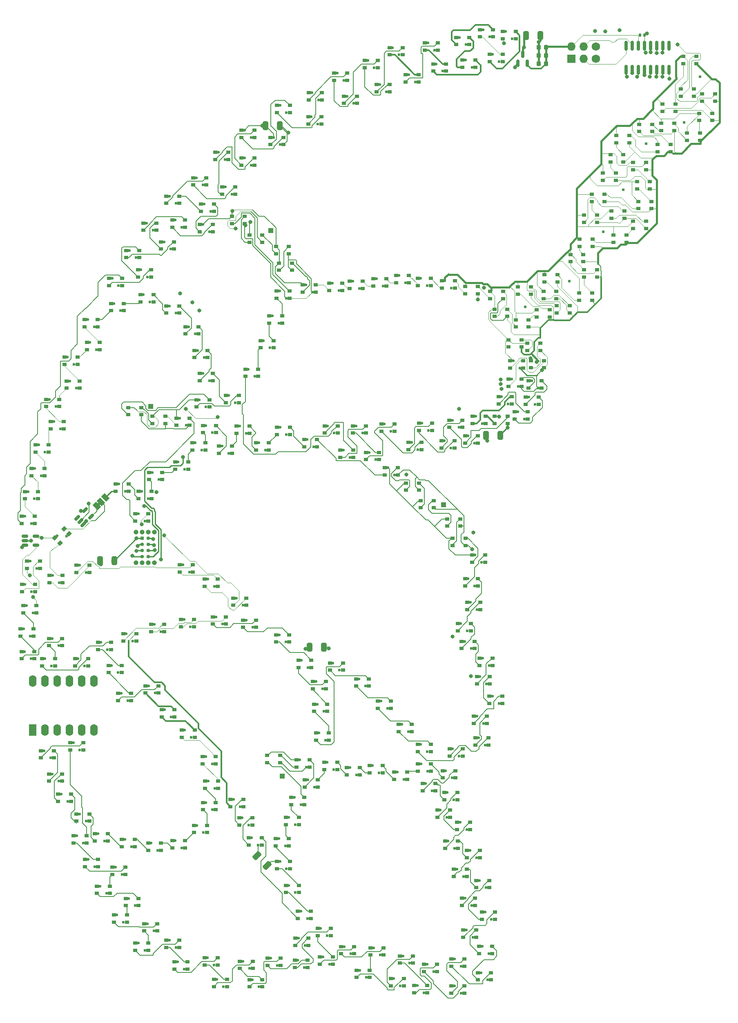
<source format=gbr>
%TF.GenerationSoftware,KiCad,Pcbnew,(6.99.0-3809-g2741d0eb4b)*%
%TF.CreationDate,2022-10-22T00:25:52-04:00*%
%TF.ProjectId,StarboardWing,53746172-626f-4617-9264-57696e672e6b,rev?*%
%TF.SameCoordinates,Original*%
%TF.FileFunction,Copper,L1,Top*%
%TF.FilePolarity,Positive*%
%FSLAX46Y46*%
G04 Gerber Fmt 4.6, Leading zero omitted, Abs format (unit mm)*
G04 Created by KiCad (PCBNEW (6.99.0-3809-g2741d0eb4b)) date 2022-10-22 00:25:52*
%MOMM*%
%LPD*%
G01*
G04 APERTURE LIST*
G04 Aperture macros list*
%AMRoundRect*
0 Rectangle with rounded corners*
0 $1 Rounding radius*
0 $2 $3 $4 $5 $6 $7 $8 $9 X,Y pos of 4 corners*
0 Add a 4 corners polygon primitive as box body*
4,1,4,$2,$3,$4,$5,$6,$7,$8,$9,$2,$3,0*
0 Add four circle primitives for the rounded corners*
1,1,$1+$1,$2,$3*
1,1,$1+$1,$4,$5*
1,1,$1+$1,$6,$7*
1,1,$1+$1,$8,$9*
0 Add four rect primitives between the rounded corners*
20,1,$1+$1,$2,$3,$4,$5,0*
20,1,$1+$1,$4,$5,$6,$7,0*
20,1,$1+$1,$6,$7,$8,$9,0*
20,1,$1+$1,$8,$9,$2,$3,0*%
%AMRotRect*
0 Rectangle, with rotation*
0 The origin of the aperture is its center*
0 $1 length*
0 $2 width*
0 $3 Rotation angle, in degrees counterclockwise*
0 Add horizontal line*
21,1,$1,$2,0,0,$3*%
G04 Aperture macros list end*
%TA.AperFunction,ComponentPad*%
%ADD10C,0.600000*%
%TD*%
%TA.AperFunction,SMDPad,CuDef*%
%ADD11R,0.900000X0.750000*%
%TD*%
%TA.AperFunction,ComponentPad*%
%ADD12R,0.500000X0.500000*%
%TD*%
%TA.AperFunction,ComponentPad*%
%ADD13R,1.000000X1.000000*%
%TD*%
%TA.AperFunction,SMDPad,CuDef*%
%ADD14RoundRect,0.150000X-0.256326X-0.468458X0.468458X0.256326X0.256326X0.468458X-0.468458X-0.256326X0*%
%TD*%
%TA.AperFunction,SMDPad,CuDef*%
%ADD15RoundRect,0.150000X-0.512500X-0.150000X0.512500X-0.150000X0.512500X0.150000X-0.512500X0.150000X0*%
%TD*%
%TA.AperFunction,SMDPad,CuDef*%
%ADD16RoundRect,0.250000X0.325000X0.650000X-0.325000X0.650000X-0.325000X-0.650000X0.325000X-0.650000X0*%
%TD*%
%TA.AperFunction,SMDPad,CuDef*%
%ADD17RotRect,1.000000X1.500000X45.000000*%
%TD*%
%TA.AperFunction,SMDPad,CuDef*%
%ADD18RotRect,0.900000X0.750000X45.000000*%
%TD*%
%TA.AperFunction,SMDPad,CuDef*%
%ADD19RoundRect,0.250000X-0.325000X-0.650000X0.325000X-0.650000X0.325000X0.650000X-0.325000X0.650000X0*%
%TD*%
%TA.AperFunction,SMDPad,CuDef*%
%ADD20RoundRect,0.225000X0.225000X0.250000X-0.225000X0.250000X-0.225000X-0.250000X0.225000X-0.250000X0*%
%TD*%
%TA.AperFunction,SMDPad,CuDef*%
%ADD21RoundRect,0.150000X0.150000X-0.587500X0.150000X0.587500X-0.150000X0.587500X-0.150000X-0.587500X0*%
%TD*%
%TA.AperFunction,ComponentPad*%
%ADD22O,1.000000X1.000000*%
%TD*%
%TA.AperFunction,SMDPad,CuDef*%
%ADD23R,0.750000X0.750000*%
%TD*%
%TA.AperFunction,SMDPad,CuDef*%
%ADD24O,0.750000X0.750000*%
%TD*%
%TA.AperFunction,ComponentPad*%
%ADD25O,1.727200X1.727200*%
%TD*%
%TA.AperFunction,ComponentPad*%
%ADD26R,1.727200X1.727200*%
%TD*%
%TA.AperFunction,ComponentPad*%
%ADD27C,1.727200*%
%TD*%
%TA.AperFunction,SMDPad,CuDef*%
%ADD28RoundRect,0.250000X0.689429X0.229810X0.229810X0.689429X-0.689429X-0.229810X-0.229810X-0.689429X0*%
%TD*%
%TA.AperFunction,ComponentPad*%
%ADD29R,1.600000X2.400000*%
%TD*%
%TA.AperFunction,ComponentPad*%
%ADD30O,1.600000X2.400000*%
%TD*%
%TA.AperFunction,SMDPad,CuDef*%
%ADD31RoundRect,0.140000X-0.140000X-0.170000X0.140000X-0.170000X0.140000X0.170000X-0.140000X0.170000X0*%
%TD*%
%TA.AperFunction,SMDPad,CuDef*%
%ADD32RoundRect,0.150000X-0.150000X0.850000X-0.150000X-0.850000X0.150000X-0.850000X0.150000X0.850000X0*%
%TD*%
%TA.AperFunction,ViaPad*%
%ADD33C,0.800000*%
%TD*%
%TA.AperFunction,Conductor*%
%ADD34C,0.400000*%
%TD*%
%TA.AperFunction,Conductor*%
%ADD35C,0.100000*%
%TD*%
%TA.AperFunction,Conductor*%
%ADD36C,0.200000*%
%TD*%
%TA.AperFunction,Conductor*%
%ADD37C,0.250000*%
%TD*%
%TA.AperFunction,Conductor*%
%ADD38C,0.300000*%
%TD*%
G04 APERTURE END LIST*
%TO.C,JP1*%
G36*
X187029289Y-99794975D02*
G01*
X186675736Y-100148528D01*
X186251472Y-99724264D01*
X186605025Y-99370711D01*
X187029289Y-99794975D01*
G37*
%TD*%
D10*
%TO.P,D136,1,VSS*%
%TO.N,/GND*%
X204750000Y-83450000D03*
D11*
X205449999Y-83449999D03*
%TO.P,D136,2,DIN*%
%TO.N,Net-(D135-DOUT)*%
X205449999Y-81949999D03*
%TO.P,D136,3,VDD*%
%TO.N,/5V*%
X202749999Y-81949999D03*
D10*
X203400000Y-81950000D03*
D11*
%TO.P,D136,4,DOUT*%
%TO.N,Net-(D136-DOUT)*%
X202749999Y-83449999D03*
%TD*%
D10*
%TO.P,D150,1,VSS*%
%TO.N,/GND*%
X181950000Y-75750000D03*
D11*
X182649999Y-75749999D03*
%TO.P,D150,2,DIN*%
%TO.N,Net-(D149-DOUT)*%
X182649999Y-74249999D03*
%TO.P,D150,3,VDD*%
%TO.N,/5V*%
X179949999Y-74249999D03*
D10*
X180600000Y-74250000D03*
D11*
%TO.P,D150,4,DOUT*%
%TO.N,Net-(D150-DOUT)*%
X179949999Y-75749999D03*
%TD*%
D12*
%TO.P,J17,1,Pin_1*%
%TO.N,Net-(U2-CH5)*%
X284199999Y-53499999D03*
%TD*%
D10*
%TO.P,D23,1,VSS*%
%TO.N,/GND*%
X184008893Y-165576393D03*
D11*
X184708892Y-165576392D03*
%TO.P,D23,2,DIN*%
%TO.N,Net-(D22-DOUT)*%
X184708892Y-164076392D03*
%TO.P,D23,3,VDD*%
%TO.N,/5V*%
X182008892Y-164076392D03*
D10*
X182658893Y-164076393D03*
D11*
%TO.P,D23,4,DOUT*%
%TO.N,Net-(D23-DOUT)*%
X182008892Y-165576392D03*
%TD*%
D10*
%TO.P,D9,1,VSS*%
%TO.N,/GND*%
X188450000Y-129950000D03*
D11*
X189149999Y-129949999D03*
%TO.P,D9,2,DIN*%
%TO.N,Net-(D8-DOUT)*%
X189149999Y-128449999D03*
%TO.P,D9,3,VDD*%
%TO.N,/5V*%
X186449999Y-128449999D03*
D10*
X187100000Y-128450000D03*
D11*
%TO.P,D9,4,DOUT*%
%TO.N,Net-(D10-DIN)*%
X186449999Y-129949999D03*
%TD*%
D10*
%TO.P,D134,1,VSS*%
%TO.N,/GND*%
X216508893Y-120776393D03*
D11*
X217208892Y-120776392D03*
%TO.P,D134,2,DIN*%
%TO.N,Net-(D133-DOUT)*%
X217208892Y-119276392D03*
%TO.P,D134,3,VDD*%
%TO.N,/5V*%
X214508892Y-119276392D03*
D10*
X215158893Y-119276393D03*
D11*
%TO.P,D134,4,DOUT*%
%TO.N,Net-(D134-DOUT)*%
X214508892Y-120776392D03*
%TD*%
D10*
%TO.P,D81,1,VSS*%
%TO.N,/GND*%
X225550000Y-175450000D03*
D11*
X226249999Y-175449999D03*
%TO.P,D81,2,DIN*%
%TO.N,Net-(D80-DOUT)*%
X226249999Y-173949999D03*
%TO.P,D81,3,VDD*%
%TO.N,/5V*%
X223549999Y-173949999D03*
D10*
X224200000Y-173950000D03*
D11*
%TO.P,D81,4,DOUT*%
%TO.N,Net-(D81-DOUT)*%
X223549999Y-175449999D03*
%TD*%
D10*
%TO.P,D7,1,VSS*%
%TO.N,/GND*%
X176850000Y-133350000D03*
D11*
X177549999Y-133349999D03*
%TO.P,D7,2,DIN*%
%TO.N,Net-(D6-DOUT)*%
X177549999Y-131849999D03*
%TO.P,D7,3,VDD*%
%TO.N,/5V*%
X174849999Y-131849999D03*
D10*
X175500000Y-131850000D03*
D11*
%TO.P,D7,4,DOUT*%
%TO.N,Net-(D7-DOUT)*%
X174849999Y-133349999D03*
%TD*%
%TO.P,D193,1,VSS*%
%TO.N,/GND*%
X311299999Y-24299999D03*
%TO.P,D193,2,DIN*%
%TO.N,Net-(D192-DOUT)*%
X311299999Y-22799999D03*
%TO.P,D193,3,VDD*%
%TO.N,/5V*%
X308599999Y-22799999D03*
%TO.P,D193,4,DOUT*%
%TO.N,Net-(D193-DOUT)*%
X308599999Y-24299999D03*
%TD*%
D10*
%TO.P,D158,1,VSS*%
%TO.N,/GND*%
X196750000Y-52650000D03*
D11*
X197449999Y-52649999D03*
%TO.P,D158,2,DIN*%
%TO.N,Net-(D157-DOUT)*%
X197449999Y-51149999D03*
%TO.P,D158,3,VDD*%
%TO.N,/5V*%
X194749999Y-51149999D03*
D10*
X195400000Y-51150000D03*
D11*
%TO.P,D158,4,DOUT*%
%TO.N,Net-(D158-DOUT)*%
X194749999Y-52649999D03*
%TD*%
%TO.P,D114,1,VSS*%
%TO.N,/GND*%
X261549999Y-104349999D03*
%TO.P,D114,2,DIN*%
%TO.N,Net-(D113-DOUT)*%
X261549999Y-102849999D03*
%TO.P,D114,3,VDD*%
%TO.N,/5V*%
X258849999Y-102849999D03*
%TO.P,D114,4,DOUT*%
%TO.N,Net-(D114-DOUT)*%
X258849999Y-104349999D03*
%TD*%
D10*
%TO.P,D36,1,VSS*%
%TO.N,/GND*%
X202608893Y-191776393D03*
D11*
X203308892Y-191776392D03*
%TO.P,D36,2,DIN*%
%TO.N,Net-(D35-DOUT)*%
X203308892Y-190276392D03*
%TO.P,D36,3,VDD*%
%TO.N,/5V*%
X200608892Y-190276392D03*
D10*
X201258893Y-190276393D03*
D11*
%TO.P,D36,4,DOUT*%
%TO.N,Net-(D36-DOUT)*%
X200608892Y-191776392D03*
%TD*%
%TO.P,D218,1,VSS*%
%TO.N,/GND*%
X271349999Y-60849999D03*
%TO.P,D218,2,DIN*%
%TO.N,Net-(D217-DOUT)*%
X271349999Y-59349999D03*
%TO.P,D218,3,VDD*%
%TO.N,/5V*%
X268649999Y-59349999D03*
%TO.P,D218,4,DOUT*%
%TO.N,Net-(D218-DOUT)*%
X268649999Y-60849999D03*
%TD*%
D10*
%TO.P,D248,1,VSS*%
%TO.N,/GND*%
X271508893Y-78976393D03*
D11*
X272208892Y-78976392D03*
%TO.P,D248,2,DIN*%
%TO.N,Net-(D247-DOUT)*%
X272208892Y-77476392D03*
%TO.P,D248,3,VDD*%
%TO.N,/5V*%
X269508892Y-77476392D03*
D10*
X270158893Y-77476393D03*
D11*
%TO.P,D248,4,DOUT*%
%TO.N,Net-(D248-DOUT)*%
X269508892Y-78976392D03*
%TD*%
D13*
%TO.P,J2,1,Pin_1*%
%TO.N,Net-(U2-CH3)*%
X258099999Y-99899999D03*
%TD*%
D10*
%TO.P,D55,1,VSS*%
%TO.N,/GND*%
X261750000Y-195650000D03*
D11*
X262449999Y-195649999D03*
%TO.P,D55,2,DIN*%
%TO.N,Net-(D54-DOUT)*%
X262449999Y-194149999D03*
%TO.P,D55,3,VDD*%
%TO.N,/5V*%
X259749999Y-194149999D03*
D10*
X260400000Y-194150000D03*
D11*
%TO.P,D55,4,DOUT*%
%TO.N,Net-(D55-DOUT)*%
X259749999Y-195649999D03*
%TD*%
D10*
%TO.P,D141,1,VSS*%
%TO.N,/GND*%
X209550000Y-74150000D03*
D11*
X210249999Y-74149999D03*
%TO.P,D141,2,DIN*%
%TO.N,Net-(D140-DOUT)*%
X210249999Y-72649999D03*
%TO.P,D141,3,VDD*%
%TO.N,/5V*%
X207549999Y-72649999D03*
D10*
X208200000Y-72650000D03*
D11*
%TO.P,D141,4,DOUT*%
%TO.N,Net-(D141-DOUT)*%
X207549999Y-74149999D03*
%TD*%
D10*
%TO.P,D222,1,VSS*%
%TO.N,/GND*%
X254750000Y-54450000D03*
D11*
X255449999Y-54449999D03*
%TO.P,D222,2,DIN*%
%TO.N,Net-(D221-DOUT)*%
X255449999Y-52949999D03*
%TO.P,D222,3,VDD*%
%TO.N,/5V*%
X252749999Y-52949999D03*
D10*
X253400000Y-52950000D03*
D11*
%TO.P,D222,4,DOUT*%
%TO.N,Net-(D222-DOUT)*%
X252749999Y-54449999D03*
%TD*%
D10*
%TO.P,D146,1,VSS*%
%TO.N,/GND*%
X191150000Y-59650000D03*
D11*
X191849999Y-59649999D03*
%TO.P,D146,2,DIN*%
%TO.N,Net-(D145-DOUT)*%
X191849999Y-58149999D03*
%TO.P,D146,3,VDD*%
%TO.N,/5V*%
X189149999Y-58149999D03*
D10*
X189800000Y-58150000D03*
D11*
%TO.P,D146,4,DOUT*%
%TO.N,Net-(D146-DOUT)*%
X189149999Y-59649999D03*
%TD*%
D10*
%TO.P,D186,1,VSS*%
%TO.N,/GND*%
X269650000Y-7950000D03*
D11*
X270349999Y-7949999D03*
%TO.P,D186,2,DIN*%
%TO.N,Net-(D185-DOUT)*%
X270349999Y-6449999D03*
%TO.P,D186,3,VDD*%
%TO.N,/5V*%
X267649999Y-6449999D03*
D10*
X268300000Y-6450000D03*
D11*
%TO.P,D186,4,DOUT*%
%TO.N,Net-(D186-DOUT)*%
X267649999Y-7949999D03*
%TD*%
D10*
%TO.P,D164,1,VSS*%
%TO.N,/GND*%
X209850000Y-39050000D03*
D11*
X210549999Y-39049999D03*
%TO.P,D164,2,DIN*%
%TO.N,Net-(D163-DOUT)*%
X210549999Y-37549999D03*
%TO.P,D164,3,VDD*%
%TO.N,/5V*%
X207849999Y-37549999D03*
D10*
X208500000Y-37550000D03*
D11*
%TO.P,D164,4,DOUT*%
%TO.N,Net-(D164-DOUT)*%
X207849999Y-39049999D03*
%TD*%
D10*
%TO.P,D64,1,VSS*%
%TO.N,/GND*%
X260408893Y-171176393D03*
D11*
X261108892Y-171176392D03*
%TO.P,D64,2,DIN*%
%TO.N,Net-(D63-DOUT)*%
X261108892Y-169676392D03*
%TO.P,D64,3,VDD*%
%TO.N,/5V*%
X258408892Y-169676392D03*
D10*
X259058893Y-169676393D03*
D11*
%TO.P,D64,4,DOUT*%
%TO.N,Net-(D64-DOUT)*%
X258408892Y-171176392D03*
%TD*%
D14*
%TO.P,U4,1,NC*%
%TO.N,unconnected-(U4-NC)*%
X182123915Y-102632583D03*
%TO.P,U4,2,A*%
%TO.N,/STBD_LED_2*%
X182795666Y-103304334D03*
%TO.P,U4,3,GND*%
%TO.N,/GND*%
X183467417Y-103976085D03*
%TO.P,U4,4,Y*%
%TO.N,Net-(U4-Y)*%
X185076085Y-102367417D03*
%TO.P,U4,5,VCC*%
%TO.N,/5V*%
X183732583Y-101023915D03*
%TD*%
D11*
%TO.P,D206,1,VSS*%
%TO.N,/GND*%
X300099999Y-42599999D03*
%TO.P,D206,2,DIN*%
%TO.N,Net-(D205-DOUT)*%
X300099999Y-41099999D03*
%TO.P,D206,3,VDD*%
%TO.N,/5V*%
X297399999Y-41099999D03*
%TO.P,D206,4,DOUT*%
%TO.N,Net-(D206-DOUT)*%
X297399999Y-42599999D03*
%TD*%
D10*
%TO.P,D15,1,VSS*%
%TO.N,/GND*%
X210150000Y-153650000D03*
D11*
X210849999Y-153649999D03*
%TO.P,D15,2,DIN*%
%TO.N,Net-(D14-DOUT)*%
X210849999Y-152149999D03*
%TO.P,D15,3,VDD*%
%TO.N,/5V*%
X208149999Y-152149999D03*
D10*
X208800000Y-152150000D03*
D11*
%TO.P,D15,4,DOUT*%
%TO.N,Net-(D15-DOUT)*%
X208149999Y-153649999D03*
%TD*%
D10*
%TO.P,D31,1,VSS*%
%TO.N,/GND*%
X188250000Y-180550000D03*
D11*
X188949999Y-180549999D03*
%TO.P,D31,2,DIN*%
%TO.N,Net-(D30-DOUT)*%
X188949999Y-179049999D03*
%TO.P,D31,3,VDD*%
%TO.N,/5V*%
X186249999Y-179049999D03*
D10*
X186900000Y-179050000D03*
D11*
%TO.P,D31,4,DOUT*%
%TO.N,Net-(D31-DOUT)*%
X186249999Y-180549999D03*
%TD*%
D10*
%TO.P,D167,1,VSS*%
%TO.N,/GND*%
X214208893Y-35476393D03*
D11*
X214908892Y-35476392D03*
%TO.P,D167,2,DIN*%
%TO.N,Net-(D166-DOUT)*%
X214908892Y-33976392D03*
%TO.P,D167,3,VDD*%
%TO.N,/5V*%
X212208892Y-33976392D03*
D10*
X212858893Y-33976393D03*
D11*
%TO.P,D167,4,DOUT*%
%TO.N,Net-(D167-DOUT)*%
X212208892Y-35476392D03*
%TD*%
%TO.P,D210,1,VSS*%
%TO.N,/GND*%
X289908892Y-52676392D03*
%TO.P,D210,2,DIN*%
%TO.N,Net-(D209-DOUT)*%
X289908892Y-51176392D03*
%TO.P,D210,3,VDD*%
%TO.N,/5V*%
X287208892Y-51176392D03*
%TO.P,D210,4,DOUT*%
%TO.N,Net-(D210-DOUT)*%
X287208892Y-52676392D03*
%TD*%
D10*
%TO.P,D50,1,VSS*%
%TO.N,/GND*%
X249150000Y-199750000D03*
D11*
X249849999Y-199749999D03*
%TO.P,D50,2,DIN*%
%TO.N,Net-(D49-DOUT)*%
X249849999Y-198249999D03*
%TO.P,D50,3,VDD*%
%TO.N,/5V*%
X247149999Y-198249999D03*
D10*
X247800000Y-198250000D03*
D11*
%TO.P,D50,4,DOUT*%
%TO.N,Net-(D50-DOUT)*%
X247149999Y-199749999D03*
%TD*%
D10*
%TO.P,D58,1,VSS*%
%TO.N,/GND*%
X264208893Y-189676393D03*
D11*
X264908892Y-189676392D03*
%TO.P,D58,2,DIN*%
%TO.N,Net-(D57-DOUT)*%
X264908892Y-188176392D03*
%TO.P,D58,3,VDD*%
%TO.N,/5V*%
X262208892Y-188176392D03*
D10*
X262858893Y-188176393D03*
D11*
%TO.P,D58,4,DOUT*%
%TO.N,Net-(D58-DOUT)*%
X262208892Y-189676392D03*
%TD*%
D10*
%TO.P,D51,1,VSS*%
%TO.N,/GND*%
X251050000Y-195050000D03*
D11*
X251749999Y-195049999D03*
%TO.P,D51,2,DIN*%
%TO.N,Net-(D50-DOUT)*%
X251749999Y-193549999D03*
%TO.P,D51,3,VDD*%
%TO.N,/5V*%
X249049999Y-193549999D03*
D10*
X249700000Y-193550000D03*
D11*
%TO.P,D51,4,DOUT*%
%TO.N,Net-(D51-DOUT)*%
X249049999Y-195049999D03*
%TD*%
D10*
%TO.P,D67,1,VSS*%
%TO.N,/GND*%
X260250000Y-161150000D03*
D11*
X260949999Y-161149999D03*
%TO.P,D67,2,DIN*%
%TO.N,Net-(D66-DOUT)*%
X260949999Y-159649999D03*
%TO.P,D67,3,VDD*%
%TO.N,/5V*%
X258249999Y-159649999D03*
D10*
X258900000Y-159650000D03*
D11*
%TO.P,D67,4,DOUT*%
%TO.N,Net-(D67-DOUT)*%
X258249999Y-161149999D03*
%TD*%
D10*
%TO.P,D71,1,VSS*%
%TO.N,/GND*%
X249850000Y-156900000D03*
D11*
X250549999Y-156899999D03*
%TO.P,D71,2,DIN*%
%TO.N,Net-(D70-DOUT)*%
X250549999Y-155399999D03*
%TO.P,D71,3,VDD*%
%TO.N,/5V*%
X247849999Y-155399999D03*
D10*
X248500000Y-155400000D03*
D11*
%TO.P,D71,4,DOUT*%
%TO.N,Net-(D71-DOUT)*%
X247849999Y-156899999D03*
%TD*%
D15*
%TO.P,U3,1,NC*%
%TO.N,unconnected-(U3-NC)*%
X171362500Y-106450000D03*
%TO.P,U3,2,A*%
%TO.N,/STBD_LED_1*%
X171362500Y-107400000D03*
%TO.P,U3,3,GND*%
%TO.N,/GND*%
X171362500Y-108350000D03*
%TO.P,U3,4,Y*%
%TO.N,Net-(D1-DIN)*%
X173637500Y-108350000D03*
%TO.P,U3,5,VCC*%
%TO.N,/5V*%
X173637500Y-106450000D03*
%TD*%
D10*
%TO.P,D165,1,VSS*%
%TO.N,/GND*%
X202650000Y-37400000D03*
D11*
X203349999Y-37399999D03*
%TO.P,D165,2,DIN*%
%TO.N,Net-(D164-DOUT)*%
X203349999Y-35899999D03*
%TO.P,D165,3,VDD*%
%TO.N,/5V*%
X200649999Y-35899999D03*
D10*
X201300000Y-35900000D03*
D11*
%TO.P,D165,4,DOUT*%
%TO.N,Net-(D165-DOUT)*%
X200649999Y-37399999D03*
%TD*%
D10*
%TO.P,D84,1,VSS*%
%TO.N,/GND*%
X219700000Y-170500000D03*
D11*
X220399999Y-170499999D03*
%TO.P,D84,2,DIN*%
%TO.N,Net-(D83-DOUT)*%
X220399999Y-168999999D03*
%TO.P,D84,3,VDD*%
%TO.N,/5V*%
X217699999Y-168999999D03*
D10*
X218350000Y-169000000D03*
D11*
%TO.P,D84,4,DOUT*%
%TO.N,Net-(D84-DOUT)*%
X217699999Y-170499999D03*
%TD*%
D10*
%TO.P,D101,1,VSS*%
%TO.N,/GND*%
X254750000Y-151150000D03*
D11*
X255449999Y-151149999D03*
%TO.P,D101,2,DIN*%
%TO.N,Net-(D100-DOUT)*%
X255449999Y-149649999D03*
%TO.P,D101,3,VDD*%
%TO.N,/5V*%
X252749999Y-149649999D03*
D10*
X253400000Y-149650000D03*
D11*
%TO.P,D101,4,DOUT*%
%TO.N,Net-(D101-DOUT)*%
X252749999Y-151149999D03*
%TD*%
D16*
%TO.P,C2,1*%
%TO.N,/5V*%
X189875000Y-111500000D03*
%TO.P,C2,2*%
%TO.N,/GND*%
X186925000Y-111500000D03*
%TD*%
D10*
%TO.P,D52,1,VSS*%
%TO.N,/GND*%
X254000000Y-201200000D03*
D11*
X254699999Y-201199999D03*
%TO.P,D52,2,DIN*%
%TO.N,Net-(D51-DOUT)*%
X254699999Y-199699999D03*
%TO.P,D52,3,VDD*%
%TO.N,/5V*%
X251999999Y-199699999D03*
D10*
X252650000Y-199700000D03*
D11*
%TO.P,D52,4,DOUT*%
%TO.N,Net-(D52-DOUT)*%
X251999999Y-201199999D03*
%TD*%
D10*
%TO.P,D46,1,VSS*%
%TO.N,/GND*%
X234450000Y-195250000D03*
D11*
X235149999Y-195249999D03*
%TO.P,D46,2,DIN*%
%TO.N,Net-(D45-DOUT)*%
X235149999Y-193749999D03*
%TO.P,D46,3,VDD*%
%TO.N,/5V*%
X232449999Y-193749999D03*
D10*
X233100000Y-193750000D03*
D11*
%TO.P,D46,4,DOUT*%
%TO.N,Net-(D46-DOUT)*%
X232449999Y-195249999D03*
%TD*%
D10*
%TO.P,D180,1,VSS*%
%TO.N,/GND*%
X252250000Y-12200000D03*
D11*
X252949999Y-12199999D03*
%TO.P,D180,2,DIN*%
%TO.N,Net-(D179-DOUT)*%
X252949999Y-10699999D03*
%TO.P,D180,3,VDD*%
%TO.N,/5V*%
X250249999Y-10699999D03*
D10*
X250900000Y-10700000D03*
D11*
%TO.P,D180,4,DOUT*%
%TO.N,Net-(D180-DOUT)*%
X250249999Y-12199999D03*
%TD*%
D10*
%TO.P,D247,1,VSS*%
%TO.N,/GND*%
X266150000Y-83076393D03*
D11*
X266849999Y-83076392D03*
%TO.P,D247,2,DIN*%
%TO.N,Net-(D246-DOUT)*%
X266849999Y-81576392D03*
%TO.P,D247,3,VDD*%
%TO.N,/5V*%
X264149999Y-81576392D03*
D10*
X264800000Y-81576393D03*
D11*
%TO.P,D247,4,DOUT*%
%TO.N,Net-(D247-DOUT)*%
X264149999Y-83076392D03*
%TD*%
D12*
%TO.P,J11,1,Pin_1*%
%TO.N,Net-(U2-CH9)*%
X311299999Y-11099999D03*
%TD*%
D10*
%TO.P,D100,1,VSS*%
%TO.N,/GND*%
X250808893Y-146976393D03*
D11*
X251508892Y-146976392D03*
%TO.P,D100,2,DIN*%
%TO.N,Net-(D100-DIN)*%
X251508892Y-145476392D03*
%TO.P,D100,3,VDD*%
%TO.N,/5V*%
X248808892Y-145476392D03*
D10*
X249458893Y-145476393D03*
D11*
%TO.P,D100,4,DOUT*%
%TO.N,Net-(D100-DOUT)*%
X248808892Y-146976392D03*
%TD*%
D10*
%TO.P,D60,1,VSS*%
%TO.N,/GND*%
X263908893Y-183076393D03*
D11*
X264608892Y-183076392D03*
%TO.P,D60,2,DIN*%
%TO.N,Net-(D59-DOUT)*%
X264608892Y-181576392D03*
%TO.P,D60,3,VDD*%
%TO.N,/5V*%
X261908892Y-181576392D03*
D10*
X262558893Y-181576393D03*
D11*
%TO.P,D60,4,DOUT*%
%TO.N,Net-(D60-DOUT)*%
X261908892Y-183076392D03*
%TD*%
D10*
%TO.P,D12,1,VSS*%
%TO.N,/GND*%
X198300000Y-139000000D03*
D11*
X198999999Y-138999999D03*
%TO.P,D12,2,DIN*%
%TO.N,Net-(D11-DOUT)*%
X198999999Y-137499999D03*
%TO.P,D12,3,VDD*%
%TO.N,/5V*%
X196299999Y-137499999D03*
D10*
X196950000Y-137500000D03*
D11*
%TO.P,D12,4,DOUT*%
%TO.N,Net-(D12-DOUT)*%
X196299999Y-138999999D03*
%TD*%
D10*
%TO.P,D109,1,VSS*%
%TO.N,/GND*%
X263050000Y-126050000D03*
D11*
X263749999Y-126049999D03*
%TO.P,D109,2,DIN*%
%TO.N,Net-(D108-DOUT)*%
X263749999Y-124549999D03*
%TO.P,D109,3,VDD*%
%TO.N,/5V*%
X261049999Y-124549999D03*
D10*
X261700000Y-124550000D03*
D11*
%TO.P,D109,4,DOUT*%
%TO.N,Net-(D109-DOUT)*%
X261049999Y-126049999D03*
%TD*%
D10*
%TO.P,D223,1,VSS*%
%TO.N,/GND*%
X250250000Y-53850000D03*
D11*
X250949999Y-53849999D03*
%TO.P,D223,2,DIN*%
%TO.N,Net-(D222-DOUT)*%
X250949999Y-52349999D03*
%TO.P,D223,3,VDD*%
%TO.N,/5V*%
X248249999Y-52349999D03*
D10*
X248900000Y-52350000D03*
D11*
%TO.P,D223,4,DOUT*%
%TO.N,Net-(D223-DOUT)*%
X248249999Y-53849999D03*
%TD*%
D10*
%TO.P,D221,1,VSS*%
%TO.N,/GND*%
X259750000Y-54950000D03*
D11*
X260449999Y-54949999D03*
%TO.P,D221,2,DIN*%
%TO.N,Net-(D220-DOUT)*%
X260449999Y-53449999D03*
%TO.P,D221,3,VDD*%
%TO.N,/5V*%
X257749999Y-53449999D03*
D10*
X258400000Y-53450000D03*
D11*
%TO.P,D221,4,DOUT*%
%TO.N,Net-(D221-DOUT)*%
X257749999Y-54949999D03*
%TD*%
%TO.P,D189,1,VSS*%
%TO.N,/GND*%
X310499999Y-8399999D03*
%TO.P,D189,2,DIN*%
%TO.N,Net-(D188-DOUT)*%
X310499999Y-6899999D03*
%TO.P,D189,3,VDD*%
%TO.N,/5V*%
X307799999Y-6899999D03*
%TO.P,D189,4,DOUT*%
%TO.N,Net-(D189-DOUT)*%
X307799999Y-8399999D03*
%TD*%
D10*
%TO.P,D94,1,VSS*%
%TO.N,/GND*%
X233008893Y-138076393D03*
D11*
X233708892Y-138076392D03*
%TO.P,D94,2,DIN*%
%TO.N,Net-(D93-DOUT)*%
X233708892Y-136576392D03*
%TO.P,D94,3,VDD*%
%TO.N,/5V*%
X231008892Y-136576392D03*
D10*
X231658893Y-136576393D03*
D11*
%TO.P,D94,4,DOUT*%
%TO.N,Net-(D94-DOUT)*%
X231008892Y-138076392D03*
%TD*%
D10*
%TO.P,D57,1,VSS*%
%TO.N,/GND*%
X267508893Y-193076393D03*
D11*
X268208892Y-193076392D03*
%TO.P,D57,2,DIN*%
%TO.N,Net-(D56-DOUT)*%
X268208892Y-191576392D03*
%TO.P,D57,3,VDD*%
%TO.N,/5V*%
X265508892Y-191576392D03*
D10*
X266158893Y-191576393D03*
D11*
%TO.P,D57,4,DOUT*%
%TO.N,Net-(D57-DOUT)*%
X265508892Y-193076392D03*
%TD*%
D10*
%TO.P,D156,1,VSS*%
%TO.N,/GND*%
X172650000Y-103800000D03*
D11*
X173349999Y-103799999D03*
%TO.P,D156,2,DIN*%
%TO.N,Net-(D155-DOUT)*%
X173349999Y-102299999D03*
%TO.P,D156,3,VDD*%
%TO.N,/5V*%
X170649999Y-102299999D03*
D10*
X171300000Y-102300000D03*
D11*
%TO.P,D156,4,DOUT*%
%TO.N,Net-(D156-DOUT)*%
X170649999Y-103799999D03*
%TD*%
D10*
%TO.P,D11,1,VSS*%
%TO.N,/GND*%
X192650000Y-140550000D03*
D11*
X193349999Y-140549999D03*
%TO.P,D11,2,DIN*%
%TO.N,Net-(D10-DOUT)*%
X193349999Y-139049999D03*
%TO.P,D11,3,VDD*%
%TO.N,/5V*%
X190649999Y-139049999D03*
D10*
X191300000Y-139050000D03*
D11*
%TO.P,D11,4,DOUT*%
%TO.N,Net-(D11-DOUT)*%
X190649999Y-140549999D03*
%TD*%
D10*
%TO.P,D62,1,VSS*%
%TO.N,/GND*%
X262250000Y-177050000D03*
D11*
X262949999Y-177049999D03*
%TO.P,D62,2,DIN*%
%TO.N,Net-(D61-DOUT)*%
X262949999Y-175549999D03*
%TO.P,D62,3,VDD*%
%TO.N,/5V*%
X260249999Y-175549999D03*
D10*
X260900000Y-175550000D03*
D11*
%TO.P,D62,4,DOUT*%
%TO.N,Net-(D62-DOUT)*%
X260249999Y-177049999D03*
%TD*%
%TO.P,D216,1,VSS*%
%TO.N,/GND*%
X280108892Y-60949999D03*
%TO.P,D216,2,DIN*%
%TO.N,Net-(D215-DOUT)*%
X280108892Y-59449999D03*
%TO.P,D216,3,VDD*%
%TO.N,/5V*%
X277408892Y-59449999D03*
%TO.P,D216,4,DOUT*%
%TO.N,Net-(D216-DOUT)*%
X277408892Y-60949999D03*
%TD*%
%TO.P,D229,1,VSS*%
%TO.N,/GND*%
X226049999Y-47849999D03*
%TO.P,D229,2,DIN*%
%TO.N,Net-(D228-DOUT)*%
X226049999Y-46349999D03*
%TO.P,D229,3,VDD*%
%TO.N,/5V*%
X223349999Y-46349999D03*
%TO.P,D229,4,DOUT*%
%TO.N,Net-(D229-DOUT)*%
X223349999Y-47849999D03*
%TD*%
%TO.P,D191,1,VSS*%
%TO.N,/GND*%
X314408892Y-16199999D03*
%TO.P,D191,2,DIN*%
%TO.N,Net-(D190-DOUT)*%
X314408892Y-14699999D03*
%TO.P,D191,3,VDD*%
%TO.N,/5V*%
X311708892Y-14699999D03*
%TO.P,D191,4,DOUT*%
%TO.N,Net-(D191-DOUT)*%
X311708892Y-16199999D03*
%TD*%
%TO.P,D215,1,VSS*%
%TO.N,/GND*%
X276249999Y-56249999D03*
%TO.P,D215,2,DIN*%
%TO.N,Net-(D214-DOUT)*%
X276249999Y-54749999D03*
%TO.P,D215,3,VDD*%
%TO.N,/5V*%
X273549999Y-54749999D03*
%TO.P,D215,4,DOUT*%
%TO.N,Net-(D215-DOUT)*%
X273549999Y-56249999D03*
%TD*%
D10*
%TO.P,D106,1,VSS*%
%TO.N,/GND*%
X267008893Y-137076393D03*
D11*
X267708892Y-137076392D03*
%TO.P,D106,2,DIN*%
%TO.N,Net-(D105-DOUT)*%
X267708892Y-135576392D03*
%TO.P,D106,3,VDD*%
%TO.N,/5V*%
X265008892Y-135576392D03*
D10*
X265658893Y-135576393D03*
D11*
%TO.P,D106,4,DOUT*%
%TO.N,Net-(D106-DOUT)*%
X265008892Y-137076392D03*
%TD*%
D10*
%TO.P,D122,1,VSS*%
%TO.N,/GND*%
X213550000Y-89250000D03*
D11*
X214249999Y-89249999D03*
%TO.P,D122,2,DIN*%
%TO.N,Net-(D121-DOUT)*%
X214249999Y-87749999D03*
%TO.P,D122,3,VDD*%
%TO.N,/5V*%
X211549999Y-87749999D03*
D10*
X212200000Y-87750000D03*
D11*
%TO.P,D122,4,DOUT*%
%TO.N,Net-(D122-DOUT)*%
X211549999Y-89249999D03*
%TD*%
D10*
%TO.P,D184,1,VSS*%
%TO.N,/GND*%
X262750000Y-4450000D03*
D11*
X263449999Y-4449999D03*
%TO.P,D184,2,DIN*%
%TO.N,Net-(D183-DOUT)*%
X263449999Y-2949999D03*
%TO.P,D184,3,VDD*%
%TO.N,/5V*%
X260749999Y-2949999D03*
D10*
X261400000Y-2950000D03*
D11*
%TO.P,D184,4,DOUT*%
%TO.N,Net-(D184-DOUT)*%
X260749999Y-4449999D03*
%TD*%
D10*
%TO.P,D172,1,VSS*%
%TO.N,/GND*%
X225550000Y-18550000D03*
D11*
X226249999Y-18549999D03*
%TO.P,D172,2,DIN*%
%TO.N,Net-(D171-DOUT)*%
X226249999Y-17049999D03*
%TO.P,D172,3,VDD*%
%TO.N,/5V*%
X223549999Y-17049999D03*
D10*
X224200000Y-17050000D03*
D11*
%TO.P,D172,4,DOUT*%
%TO.N,Net-(D172-DOUT)*%
X223549999Y-18549999D03*
%TD*%
%TO.P,D231,1,VSS*%
%TO.N,/GND*%
X216908892Y-41576392D03*
%TO.P,D231,2,DIN*%
%TO.N,Net-(D230-DOUT)*%
X216908892Y-40076392D03*
%TO.P,D231,3,VDD*%
%TO.N,/5V*%
X214208892Y-40076392D03*
%TO.P,D231,4,DOUT*%
%TO.N,Net-(D231-DOUT)*%
X214208892Y-41576392D03*
%TD*%
D10*
%TO.P,D22,1,VSS*%
%TO.N,/GND*%
X187808893Y-169676393D03*
D11*
X188508892Y-169676392D03*
%TO.P,D22,2,DIN*%
%TO.N,Net-(D21-DOUT)*%
X188508892Y-168176392D03*
%TO.P,D22,3,VDD*%
%TO.N,/5V*%
X185808892Y-168176392D03*
D10*
X186458893Y-168176393D03*
D11*
%TO.P,D22,4,DOUT*%
%TO.N,Net-(D22-DOUT)*%
X185808892Y-169676392D03*
%TD*%
D17*
%TO.P,JP1,1,A*%
%TO.N,Net-(U4-Y)*%
X186180760Y-100219238D03*
%TO.P,JP1,2,C*%
%TO.N,Net-(JP1-C)*%
X187099999Y-99299999D03*
%TO.P,JP1,3,B*%
%TO.N,/STBD_LED_1_OUT*%
X188019238Y-98380760D03*
%TD*%
D10*
%TO.P,D155,1,VSS*%
%TO.N,/GND*%
X173308893Y-98676393D03*
D11*
X174008892Y-98676392D03*
%TO.P,D155,2,DIN*%
%TO.N,Net-(D154-DOUT)*%
X174008892Y-97176392D03*
%TO.P,D155,3,VDD*%
%TO.N,/5V*%
X171308892Y-97176392D03*
D10*
X171958893Y-97176393D03*
D11*
%TO.P,D155,4,DOUT*%
%TO.N,Net-(D155-DOUT)*%
X171308892Y-98676392D03*
%TD*%
D10*
%TO.P,D129,1,VSS*%
%TO.N,/GND*%
X179989949Y-106470711D03*
D18*
X180484923Y-105975735D03*
%TO.P,D129,2,DIN*%
%TO.N,Net-(JP1-C)*%
X179424263Y-104915075D03*
%TO.P,D129,3,VDD*%
%TO.N,/5V*%
X177515075Y-106824263D03*
D10*
X177974695Y-106364645D03*
D18*
%TO.P,D129,4,DOUT*%
%TO.N,Net-(D129-DOUT)*%
X178575735Y-107884923D03*
%TD*%
D10*
%TO.P,D32,1,VSS*%
%TO.N,/GND*%
X194200000Y-183100000D03*
D11*
X194899999Y-183099999D03*
%TO.P,D32,2,DIN*%
%TO.N,Net-(D31-DOUT)*%
X194899999Y-181599999D03*
%TO.P,D32,3,VDD*%
%TO.N,/5V*%
X192199999Y-181599999D03*
D10*
X192850000Y-181600000D03*
D11*
%TO.P,D32,4,DOUT*%
%TO.N,Net-(D32-DOUT)*%
X192199999Y-183099999D03*
%TD*%
D10*
%TO.P,D79,1,VSS*%
%TO.N,/GND*%
X227400000Y-166300000D03*
D11*
X228099999Y-166299999D03*
%TO.P,D79,2,DIN*%
%TO.N,Net-(D78-DOUT)*%
X228099999Y-164799999D03*
%TO.P,D79,3,VDD*%
%TO.N,/5V*%
X225399999Y-164799999D03*
D10*
X226050000Y-164800000D03*
D11*
%TO.P,D79,4,DOUT*%
%TO.N,Net-(D79-DOUT)*%
X225399999Y-166299999D03*
%TD*%
D10*
%TO.P,D144,1,VSS*%
%TO.N,/GND*%
X202608893Y-60176393D03*
D11*
X203308892Y-60176392D03*
%TO.P,D144,2,DIN*%
%TO.N,Net-(D143-DOUT)*%
X203308892Y-58676392D03*
%TO.P,D144,3,VDD*%
%TO.N,/5V*%
X200608892Y-58676392D03*
D10*
X201258893Y-58676393D03*
D11*
%TO.P,D144,4,DOUT*%
%TO.N,Net-(D144-DOUT)*%
X200608892Y-60176392D03*
%TD*%
D10*
%TO.P,D34,1,VSS*%
%TO.N,/GND*%
X198050000Y-188350000D03*
D11*
X198749999Y-188349999D03*
%TO.P,D34,2,DIN*%
%TO.N,Net-(D33-DOUT)*%
X198749999Y-186849999D03*
%TO.P,D34,3,VDD*%
%TO.N,/5V*%
X196049999Y-186849999D03*
D10*
X196700000Y-186850000D03*
D11*
%TO.P,D34,4,DOUT*%
%TO.N,Net-(D34-DOUT)*%
X196049999Y-188349999D03*
%TD*%
D10*
%TO.P,D29,1,VSS*%
%TO.N,/GND*%
X185800000Y-175000000D03*
D11*
X186499999Y-174999999D03*
%TO.P,D29,2,DIN*%
%TO.N,Net-(D28-DOUT)*%
X186499999Y-173499999D03*
%TO.P,D29,3,VDD*%
%TO.N,/5V*%
X183799999Y-173499999D03*
D10*
X184450000Y-173500000D03*
D11*
%TO.P,D29,4,DOUT*%
%TO.N,Net-(D29-DOUT)*%
X183799999Y-174999999D03*
%TD*%
%TO.P,D113,1,VSS*%
%TO.N,/GND*%
X262649999Y-108376392D03*
%TO.P,D113,2,DIN*%
%TO.N,Net-(D112-DOUT)*%
X262649999Y-106876392D03*
%TO.P,D113,3,VDD*%
%TO.N,/5V*%
X259949999Y-106876392D03*
%TO.P,D113,4,DOUT*%
%TO.N,Net-(D113-DOUT)*%
X259949999Y-108376392D03*
%TD*%
D10*
%TO.P,D47,1,VSS*%
%TO.N,/GND*%
X238850000Y-193100000D03*
D11*
X239549999Y-193099999D03*
%TO.P,D47,2,DIN*%
%TO.N,Net-(D46-DOUT)*%
X239549999Y-191599999D03*
%TO.P,D47,3,VDD*%
%TO.N,/5V*%
X236849999Y-191599999D03*
D10*
X237500000Y-191600000D03*
D11*
%TO.P,D47,4,DOUT*%
%TO.N,Net-(D47-DOUT)*%
X236849999Y-193099999D03*
%TD*%
%TO.P,D213,1,VSS*%
%TO.N,/GND*%
X281508892Y-57176392D03*
%TO.P,D213,2,DIN*%
%TO.N,Net-(D212-DOUT)*%
X281508892Y-55676392D03*
%TO.P,D213,3,VDD*%
%TO.N,/5V*%
X278808892Y-55676392D03*
%TO.P,D213,4,DOUT*%
%TO.N,Net-(D213-DOUT)*%
X278808892Y-57176392D03*
%TD*%
D10*
%TO.P,D85,1,VSS*%
%TO.N,/GND*%
X217750000Y-166350000D03*
D11*
X218449999Y-166349999D03*
%TO.P,D85,2,DIN*%
%TO.N,Net-(D84-DOUT)*%
X218449999Y-164849999D03*
%TO.P,D85,3,VDD*%
%TO.N,/5V*%
X215749999Y-164849999D03*
D10*
X216400000Y-164850000D03*
D11*
%TO.P,D85,4,DOUT*%
%TO.N,Net-(D85-DOUT)*%
X215749999Y-166349999D03*
%TD*%
D10*
%TO.P,D8,1,VSS*%
%TO.N,/GND*%
X183708893Y-133376393D03*
D11*
X184408892Y-133376392D03*
%TO.P,D8,2,DIN*%
%TO.N,Net-(D7-DOUT)*%
X184408892Y-131876392D03*
%TO.P,D8,3,VDD*%
%TO.N,/5V*%
X181708892Y-131876392D03*
D10*
X182358893Y-131876393D03*
D11*
%TO.P,D8,4,DOUT*%
%TO.N,Net-(D8-DOUT)*%
X181708892Y-133376392D03*
%TD*%
%TO.P,D219,1,VSS*%
%TO.N,/GND*%
X270449999Y-57149999D03*
%TO.P,D219,2,DIN*%
%TO.N,Net-(D218-DOUT)*%
X270449999Y-55649999D03*
%TO.P,D219,3,VDD*%
%TO.N,/5V*%
X267749999Y-55649999D03*
%TO.P,D219,4,DOUT*%
%TO.N,Net-(D219-DOUT)*%
X267749999Y-57149999D03*
%TD*%
%TO.P,D194,1,VSS*%
%TO.N,/GND*%
X305899999Y-22299999D03*
%TO.P,D194,2,DIN*%
%TO.N,Net-(D193-DOUT)*%
X305899999Y-20799999D03*
%TO.P,D194,3,VDD*%
%TO.N,/5V*%
X303199999Y-20799999D03*
%TO.P,D194,4,DOUT*%
%TO.N,Net-(D194-DOUT)*%
X303199999Y-22299999D03*
%TD*%
D10*
%TO.P,D107,1,VSS*%
%TO.N,/GND*%
X267550000Y-133250000D03*
D11*
X268249999Y-133249999D03*
%TO.P,D107,2,DIN*%
%TO.N,Net-(D106-DOUT)*%
X268249999Y-131749999D03*
%TO.P,D107,3,VDD*%
%TO.N,/5V*%
X265549999Y-131749999D03*
D10*
X266200000Y-131750000D03*
D11*
%TO.P,D107,4,DOUT*%
%TO.N,Net-(D107-DOUT)*%
X265549999Y-133249999D03*
%TD*%
D10*
%TO.P,D145,1,VSS*%
%TO.N,/GND*%
X197250000Y-57850000D03*
D11*
X197949999Y-57849999D03*
%TO.P,D145,2,DIN*%
%TO.N,Net-(D144-DOUT)*%
X197949999Y-56349999D03*
%TO.P,D145,3,VDD*%
%TO.N,/5V*%
X195249999Y-56349999D03*
D10*
X195900000Y-56350000D03*
D11*
%TO.P,D145,4,DOUT*%
%TO.N,Net-(D145-DOUT)*%
X195249999Y-57849999D03*
%TD*%
D10*
%TO.P,D18,1,VSS*%
%TO.N,/GND*%
X208350000Y-167950000D03*
D11*
X209049999Y-167949999D03*
%TO.P,D18,2,DIN*%
%TO.N,Net-(D17-DOUT)*%
X209049999Y-166449999D03*
%TO.P,D18,3,VDD*%
%TO.N,/5V*%
X206349999Y-166449999D03*
D10*
X207000000Y-166450000D03*
D11*
%TO.P,D18,4,DOUT*%
%TO.N,Net-(D18-DOUT)*%
X206349999Y-167949999D03*
%TD*%
D10*
%TO.P,D133,1,VSS*%
%TO.N,/GND*%
X210608893Y-116876393D03*
D11*
X211308892Y-116876392D03*
%TO.P,D133,2,DIN*%
%TO.N,Net-(D132-DOUT)*%
X211308892Y-115376392D03*
%TO.P,D133,3,VDD*%
%TO.N,/5V*%
X208608892Y-115376392D03*
D10*
X209258893Y-115376393D03*
D11*
%TO.P,D133,4,DOUT*%
%TO.N,Net-(D133-DOUT)*%
X208608892Y-116876392D03*
%TD*%
D10*
%TO.P,D120,1,VSS*%
%TO.N,/GND*%
X221208893Y-88576393D03*
D11*
X221908892Y-88576392D03*
%TO.P,D120,2,DIN*%
%TO.N,Net-(D119-DOUT)*%
X221908892Y-87076392D03*
%TO.P,D120,3,VDD*%
%TO.N,/5V*%
X219208892Y-87076392D03*
D10*
X219858893Y-87076393D03*
D11*
%TO.P,D120,4,DOUT*%
%TO.N,Net-(D120-DOUT)*%
X219208892Y-88576392D03*
%TD*%
D10*
%TO.P,D187,1,VSS*%
%TO.N,/GND*%
X272350000Y-3250000D03*
D11*
X273049999Y-3249999D03*
%TO.P,D187,2,DIN*%
%TO.N,Net-(D186-DOUT)*%
X273049999Y-1749999D03*
%TO.P,D187,3,VDD*%
%TO.N,/5V*%
X270349999Y-1749999D03*
D10*
X271000000Y-1750000D03*
D11*
%TO.P,D187,4,DOUT*%
%TO.N,Net-(D187-DOUT)*%
X270349999Y-3249999D03*
%TD*%
D10*
%TO.P,D41,1,VSS*%
%TO.N,/GND*%
X219850000Y-199950000D03*
D11*
X220549999Y-199949999D03*
%TO.P,D41,2,DIN*%
%TO.N,Net-(D40-DOUT)*%
X220549999Y-198449999D03*
%TO.P,D41,3,VDD*%
%TO.N,/5V*%
X217849999Y-198449999D03*
D10*
X218500000Y-198450000D03*
D11*
%TO.P,D41,4,DOUT*%
%TO.N,Net-(D41-DOUT)*%
X217849999Y-199949999D03*
%TD*%
%TO.P,D256,1,VSS*%
%TO.N,/GND*%
X274299999Y-67199999D03*
%TO.P,D256,2,DIN*%
%TO.N,Net-(D255-DOUT)*%
X274299999Y-65699999D03*
%TO.P,D256,3,VDD*%
%TO.N,/5V*%
X271599999Y-65699999D03*
%TO.P,D256,4,DOUT*%
%TO.N,unconnected-(D256-DOUT)*%
X271599999Y-67199999D03*
%TD*%
D10*
%TO.P,D35,1,VSS*%
%TO.N,/GND*%
X196208893Y-192376393D03*
D11*
X196908892Y-192376392D03*
%TO.P,D35,2,DIN*%
%TO.N,Net-(D34-DOUT)*%
X196908892Y-190876392D03*
%TO.P,D35,3,VDD*%
%TO.N,/5V*%
X194208892Y-190876392D03*
D10*
X194858893Y-190876393D03*
D11*
%TO.P,D35,4,DOUT*%
%TO.N,Net-(D35-DOUT)*%
X194208892Y-192376392D03*
%TD*%
%TO.P,D196,1,VSS*%
%TO.N,/GND*%
X305199999Y-26699999D03*
%TO.P,D196,2,DIN*%
%TO.N,Net-(D195-DOUT)*%
X305199999Y-25199999D03*
%TO.P,D196,3,VDD*%
%TO.N,/5V*%
X302499999Y-25199999D03*
%TO.P,D196,4,DOUT*%
%TO.N,Net-(D196-DOUT)*%
X302499999Y-26699999D03*
%TD*%
D10*
%TO.P,D227,1,VSS*%
%TO.N,/GND*%
X230908893Y-55776393D03*
D11*
X231608892Y-55776392D03*
%TO.P,D227,2,DIN*%
%TO.N,Net-(D226-DOUT)*%
X231608892Y-54276392D03*
%TO.P,D227,3,VDD*%
%TO.N,/5V*%
X228908892Y-54276392D03*
D10*
X229558893Y-54276393D03*
D11*
%TO.P,D227,4,DOUT*%
%TO.N,Net-(D227-DOUT)*%
X228908892Y-55776392D03*
%TD*%
D12*
%TO.P,J15,1,Pin_1*%
%TO.N,Net-(U2-CH7)*%
X295399999Y-34599999D03*
%TD*%
D10*
%TO.P,D232,1,VSS*%
%TO.N,/GND*%
X225508893Y-57076393D03*
D11*
X226208892Y-57076392D03*
%TO.P,D232,2,DIN*%
%TO.N,Net-(D231-DOUT)*%
X226208892Y-55576392D03*
%TO.P,D232,3,VDD*%
%TO.N,/5V*%
X223508892Y-55576392D03*
D10*
X224158893Y-55576393D03*
D11*
%TO.P,D232,4,DOUT*%
%TO.N,Net-(D232-DOUT)*%
X223508892Y-57076392D03*
%TD*%
D10*
%TO.P,D89,1,VSS*%
%TO.N,/GND*%
X205650000Y-125250000D03*
D11*
X206349999Y-125249999D03*
%TO.P,D89,2,DIN*%
%TO.N,Net-(D88-DOUT)*%
X206349999Y-123749999D03*
%TO.P,D89,3,VDD*%
%TO.N,/5V*%
X203649999Y-123749999D03*
D10*
X204300000Y-123750000D03*
D11*
%TO.P,D89,4,DOUT*%
%TO.N,Net-(D89-DOUT)*%
X203649999Y-125249999D03*
%TD*%
%TO.P,D212,1,VSS*%
%TO.N,/GND*%
X281708892Y-53676392D03*
%TO.P,D212,2,DIN*%
%TO.N,Net-(D211-DOUT)*%
X281708892Y-52176392D03*
%TO.P,D212,3,VDD*%
%TO.N,/5V*%
X279008892Y-52176392D03*
%TO.P,D212,4,DOUT*%
%TO.N,Net-(D212-DOUT)*%
X279008892Y-53676392D03*
%TD*%
D10*
%TO.P,D131,1,VSS*%
%TO.N,/GND*%
X184000000Y-114000000D03*
D11*
X184699999Y-113999999D03*
%TO.P,D131,2,DIN*%
%TO.N,Net-(D130-DOUT)*%
X184699999Y-112499999D03*
%TO.P,D131,3,VDD*%
%TO.N,/5V*%
X181999999Y-112499999D03*
D10*
X182650000Y-112500000D03*
D11*
%TO.P,D131,4,DOUT*%
%TO.N,Net-(D131-DOUT)*%
X181999999Y-113999999D03*
%TD*%
D10*
%TO.P,D68,1,VSS*%
%TO.N,/GND*%
X255750000Y-159250000D03*
D11*
X256449999Y-159249999D03*
%TO.P,D68,2,DIN*%
%TO.N,Net-(D67-DOUT)*%
X256449999Y-157749999D03*
%TO.P,D68,3,VDD*%
%TO.N,/5V*%
X253749999Y-157749999D03*
D10*
X254400000Y-157750000D03*
D11*
%TO.P,D68,4,DOUT*%
%TO.N,Net-(D68-DOUT)*%
X253749999Y-159249999D03*
%TD*%
D10*
%TO.P,D56,1,VSS*%
%TO.N,/GND*%
X267250000Y-198500000D03*
D11*
X267949999Y-198499999D03*
%TO.P,D56,2,DIN*%
%TO.N,Net-(D55-DOUT)*%
X267949999Y-196999999D03*
%TO.P,D56,3,VDD*%
%TO.N,/5V*%
X265249999Y-196999999D03*
D10*
X265900000Y-197000000D03*
D11*
%TO.P,D56,4,DOUT*%
%TO.N,Net-(D56-DOUT)*%
X265249999Y-198499999D03*
%TD*%
D10*
%TO.P,D90,1,VSS*%
%TO.N,/GND*%
X212308893Y-124676393D03*
D11*
X213008892Y-124676392D03*
%TO.P,D90,2,DIN*%
%TO.N,Net-(D89-DOUT)*%
X213008892Y-123176392D03*
%TO.P,D90,3,VDD*%
%TO.N,/5V*%
X210308892Y-123176392D03*
D10*
X210958893Y-123176393D03*
D11*
%TO.P,D90,4,DOUT*%
%TO.N,Net-(D90-DOUT)*%
X210308892Y-124676392D03*
%TD*%
D10*
%TO.P,D250,1,VSS*%
%TO.N,/GND*%
X277108893Y-79076393D03*
D11*
X277808892Y-79076392D03*
%TO.P,D250,2,DIN*%
%TO.N,Net-(D249-DOUT)*%
X277808892Y-77576392D03*
%TO.P,D250,3,VDD*%
%TO.N,/5V*%
X275108892Y-77576392D03*
D10*
X275758893Y-77576393D03*
D11*
%TO.P,D250,4,DOUT*%
%TO.N,Net-(D250-DOUT)*%
X275108892Y-79076392D03*
%TD*%
D10*
%TO.P,D86,1,VSS*%
%TO.N,/GND*%
X215950000Y-162550000D03*
D11*
X216649999Y-162549999D03*
%TO.P,D86,2,DIN*%
%TO.N,Net-(D85-DOUT)*%
X216649999Y-161049999D03*
%TO.P,D86,3,VDD*%
%TO.N,/5V*%
X213949999Y-161049999D03*
D10*
X214600000Y-161050000D03*
D11*
%TO.P,D86,4,DOUT*%
%TO.N,Net-(D86-DOUT)*%
X213949999Y-162549999D03*
%TD*%
D19*
%TO.P,C44,1*%
%TO.N,/5V*%
X266925000Y-85500000D03*
%TO.P,C44,2*%
%TO.N,/GND*%
X269875000Y-85500000D03*
%TD*%
D11*
%TO.P,D198,1,VSS*%
%TO.N,/GND*%
X295399999Y-28799999D03*
%TO.P,D198,2,DIN*%
%TO.N,Net-(D197-DOUT)*%
X295399999Y-27299999D03*
%TO.P,D198,3,VDD*%
%TO.N,/5V*%
X292699999Y-27299999D03*
%TO.P,D198,4,DOUT*%
%TO.N,Net-(D198-DOUT)*%
X292699999Y-28799999D03*
%TD*%
D20*
%TO.P,C3,1*%
%TO.N,/3V3*%
X279375000Y-5000000D03*
%TO.P,C3,2*%
%TO.N,/GND*%
X277825000Y-5000000D03*
%TD*%
D10*
%TO.P,D75,1,VSS*%
%TO.N,/GND*%
X231308893Y-158476393D03*
D11*
X232008892Y-158476392D03*
%TO.P,D75,2,DIN*%
%TO.N,Net-(D74-DOUT)*%
X232008892Y-156976392D03*
%TO.P,D75,3,VDD*%
%TO.N,/5V*%
X229308892Y-156976392D03*
D10*
X229958893Y-156976393D03*
D11*
%TO.P,D75,4,DOUT*%
%TO.N,Net-(D75-DOUT)*%
X229308892Y-158476392D03*
%TD*%
%TO.P,D246,1,VSS*%
%TO.N,/GND*%
X271408892Y-83076392D03*
%TO.P,D246,2,DIN*%
%TO.N,Net-(D245-DOUT)*%
X271408892Y-81576392D03*
%TO.P,D246,3,VDD*%
%TO.N,/5V*%
X268708892Y-81576392D03*
%TO.P,D246,4,DOUT*%
%TO.N,Net-(D246-DOUT)*%
X268708892Y-83076392D03*
%TD*%
D19*
%TO.P,C40,1*%
%TO.N,/5V*%
X275225000Y-2600000D03*
%TO.P,C40,2*%
%TO.N,/GND*%
X278175000Y-2600000D03*
%TD*%
D10*
%TO.P,D13,1,VSS*%
%TO.N,/GND*%
X201650000Y-143950000D03*
D11*
X202349999Y-143949999D03*
%TO.P,D13,2,DIN*%
%TO.N,Net-(D12-DOUT)*%
X202349999Y-142449999D03*
%TO.P,D13,3,VDD*%
%TO.N,/5V*%
X199649999Y-142449999D03*
D10*
X200300000Y-142450000D03*
D11*
%TO.P,D13,4,DOUT*%
%TO.N,Net-(D13-DOUT)*%
X199649999Y-143949999D03*
%TD*%
D10*
%TO.P,D78,1,VSS*%
%TO.N,/GND*%
X228550000Y-162150000D03*
D11*
X229249999Y-162149999D03*
%TO.P,D78,2,DIN*%
%TO.N,Net-(D77-DOUT)*%
X229249999Y-160649999D03*
%TO.P,D78,3,VDD*%
%TO.N,/5V*%
X226549999Y-160649999D03*
D10*
X227200000Y-160650000D03*
D11*
%TO.P,D78,4,DOUT*%
%TO.N,Net-(D78-DOUT)*%
X226549999Y-162149999D03*
%TD*%
D10*
%TO.P,D3,1,VSS*%
%TO.N,/GND*%
X173008893Y-122376393D03*
D11*
X173708892Y-122376392D03*
%TO.P,D3,2,DIN*%
%TO.N,Net-(D2-DOUT)*%
X173708892Y-120876392D03*
%TO.P,D3,3,VDD*%
%TO.N,/5V*%
X171008892Y-120876392D03*
D10*
X171658893Y-120876393D03*
D11*
%TO.P,D3,4,DOUT*%
%TO.N,Net-(D3-DOUT)*%
X171008892Y-122376392D03*
%TD*%
D10*
%TO.P,D24,1,VSS*%
%TO.N,/GND*%
X180208893Y-161476393D03*
D11*
X180908892Y-161476392D03*
%TO.P,D24,2,DIN*%
%TO.N,Net-(D23-DOUT)*%
X180908892Y-159976392D03*
%TO.P,D24,3,VDD*%
%TO.N,/5V*%
X178208892Y-159976392D03*
D10*
X178858893Y-159976393D03*
D11*
%TO.P,D24,4,DOUT*%
%TO.N,Net-(D24-DOUT)*%
X178208892Y-161476392D03*
%TD*%
D10*
%TO.P,D98,1,VSS*%
%TO.N,/GND*%
X241950000Y-137550000D03*
D11*
X242649999Y-137549999D03*
%TO.P,D98,2,DIN*%
%TO.N,Net-(D97-DOUT)*%
X242649999Y-136049999D03*
%TO.P,D98,3,VDD*%
%TO.N,/5V*%
X239949999Y-136049999D03*
D10*
X240600000Y-136050000D03*
D11*
%TO.P,D98,4,DOUT*%
%TO.N,Net-(D98-DOUT)*%
X239949999Y-137549999D03*
%TD*%
D10*
%TO.P,D96,1,VSS*%
%TO.N,/GND*%
X233650000Y-148750000D03*
D11*
X234349999Y-148749999D03*
%TO.P,D96,2,DIN*%
%TO.N,Net-(D95-DOUT)*%
X234349999Y-147249999D03*
%TO.P,D96,3,VDD*%
%TO.N,/5V*%
X231649999Y-147249999D03*
D10*
X232300000Y-147250000D03*
D11*
%TO.P,D96,4,DOUT*%
%TO.N,Net-(D96-DOUT)*%
X231649999Y-148749999D03*
%TD*%
D10*
%TO.P,D49,1,VSS*%
%TO.N,/GND*%
X242100000Y-198000000D03*
D11*
X242799999Y-197999999D03*
%TO.P,D49,2,DIN*%
%TO.N,Net-(D48-DOUT)*%
X242799999Y-196499999D03*
%TO.P,D49,3,VDD*%
%TO.N,/5V*%
X240099999Y-196499999D03*
D10*
X240750000Y-196500000D03*
D11*
%TO.P,D49,4,DOUT*%
%TO.N,Net-(D49-DOUT)*%
X240099999Y-197999999D03*
%TD*%
D10*
%TO.P,D143,1,VSS*%
%TO.N,/GND*%
X206608893Y-64476393D03*
D11*
X207308892Y-64476392D03*
%TO.P,D143,2,DIN*%
%TO.N,Net-(D142-DOUT)*%
X207308892Y-62976392D03*
%TO.P,D143,3,VDD*%
%TO.N,/5V*%
X204608892Y-62976392D03*
D10*
X205258893Y-62976393D03*
D11*
%TO.P,D143,4,DOUT*%
%TO.N,Net-(D143-DOUT)*%
X204608892Y-64476392D03*
%TD*%
%TO.P,D138,1,VSS*%
%TO.N,/GND*%
X195449999Y-81249999D03*
%TO.P,D138,2,DIN*%
%TO.N,Net-(D137-DOUT)*%
X195449999Y-79749999D03*
%TO.P,D138,3,VDD*%
%TO.N,/5V*%
X192749999Y-79749999D03*
%TO.P,D138,4,DOUT*%
%TO.N,Net-(D138-DOUT)*%
X192749999Y-81249999D03*
%TD*%
D10*
%TO.P,D181,1,VSS*%
%TO.N,/GND*%
X256200000Y-5600000D03*
D11*
X256899999Y-5599999D03*
%TO.P,D181,2,DIN*%
%TO.N,Net-(D180-DOUT)*%
X256899999Y-4099999D03*
%TO.P,D181,3,VDD*%
%TO.N,/5V*%
X254199999Y-4099999D03*
D10*
X254850000Y-4100000D03*
D11*
%TO.P,D181,4,DOUT*%
%TO.N,Net-(D181-DOUT)*%
X254199999Y-5599999D03*
%TD*%
D10*
%TO.P,D178,1,VSS*%
%TO.N,/GND*%
X246250000Y-14250000D03*
D11*
X246949999Y-14249999D03*
%TO.P,D178,2,DIN*%
%TO.N,Net-(D177-DOUT)*%
X246949999Y-12749999D03*
%TO.P,D178,3,VDD*%
%TO.N,/5V*%
X244249999Y-12749999D03*
D10*
X244900000Y-12750000D03*
D11*
%TO.P,D178,4,DOUT*%
%TO.N,Net-(D178-DOUT)*%
X244249999Y-14249999D03*
%TD*%
%TO.P,D207,1,VSS*%
%TO.N,/GND*%
X295999999Y-45499999D03*
%TO.P,D207,2,DIN*%
%TO.N,Net-(D206-DOUT)*%
X295999999Y-43999999D03*
%TO.P,D207,3,VDD*%
%TO.N,/5V*%
X293299999Y-43999999D03*
%TO.P,D207,4,DOUT*%
%TO.N,Net-(D207-DOUT)*%
X293299999Y-45499999D03*
%TD*%
D10*
%TO.P,D14,1,VSS*%
%TO.N,/GND*%
X205808893Y-148176393D03*
D11*
X206508892Y-148176392D03*
%TO.P,D14,2,DIN*%
%TO.N,Net-(D13-DOUT)*%
X206508892Y-146676392D03*
%TO.P,D14,3,VDD*%
%TO.N,/5V*%
X203808892Y-146676392D03*
D10*
X204458893Y-146676393D03*
D11*
%TO.P,D14,4,DOUT*%
%TO.N,Net-(D14-DOUT)*%
X203808892Y-148176392D03*
%TD*%
D10*
%TO.P,D82,1,VSS*%
%TO.N,/GND*%
X227400000Y-180400000D03*
D11*
X228099999Y-180399999D03*
%TO.P,D82,2,DIN*%
%TO.N,Net-(D81-DOUT)*%
X228099999Y-178899999D03*
%TO.P,D82,3,VDD*%
%TO.N,/5V*%
X225399999Y-178899999D03*
D10*
X226050000Y-178900000D03*
D11*
%TO.P,D82,4,DOUT*%
%TO.N,Net-(D82-DOUT)*%
X225399999Y-180399999D03*
%TD*%
D10*
%TO.P,D175,1,VSS*%
%TO.N,/GND*%
X237450000Y-11850000D03*
D11*
X238149999Y-11849999D03*
%TO.P,D175,2,DIN*%
%TO.N,Net-(D174-DOUT)*%
X238149999Y-10349999D03*
%TO.P,D175,3,VDD*%
%TO.N,/5V*%
X235449999Y-10349999D03*
D10*
X236100000Y-10350000D03*
D11*
%TO.P,D175,4,DOUT*%
%TO.N,Net-(D175-DOUT)*%
X235449999Y-11849999D03*
%TD*%
D10*
%TO.P,D44,1,VSS*%
%TO.N,/GND*%
X229408893Y-191376393D03*
D11*
X230108892Y-191376392D03*
%TO.P,D44,2,DIN*%
%TO.N,Net-(D43-DOUT)*%
X230108892Y-189876392D03*
%TO.P,D44,3,VDD*%
%TO.N,/5V*%
X227408892Y-189876392D03*
D10*
X228058893Y-189876393D03*
D11*
%TO.P,D44,4,DOUT*%
%TO.N,Net-(D44-DOUT)*%
X227408892Y-191376392D03*
%TD*%
D10*
%TO.P,D226,1,VSS*%
%TO.N,/GND*%
X236408893Y-55476393D03*
D11*
X237108892Y-55476392D03*
%TO.P,D226,2,DIN*%
%TO.N,Net-(D225-DOUT)*%
X237108892Y-53976392D03*
%TO.P,D226,3,VDD*%
%TO.N,/5V*%
X234408892Y-53976392D03*
D10*
X235058893Y-53976393D03*
D11*
%TO.P,D226,4,DOUT*%
%TO.N,Net-(D226-DOUT)*%
X234408892Y-55476392D03*
%TD*%
%TO.P,D137,1,VSS*%
%TO.N,/GND*%
X200408892Y-83076392D03*
%TO.P,D137,2,DIN*%
%TO.N,Net-(D136-DOUT)*%
X200408892Y-81576392D03*
%TO.P,D137,3,VDD*%
%TO.N,/5V*%
X197708892Y-81576392D03*
%TO.P,D137,4,DOUT*%
%TO.N,Net-(D137-DOUT)*%
X197708892Y-83076392D03*
%TD*%
D10*
%TO.P,D21,1,VSS*%
%TO.N,/GND*%
X193408893Y-170876393D03*
D11*
X194108892Y-170876392D03*
%TO.P,D21,2,DIN*%
%TO.N,Net-(D20-DOUT)*%
X194108892Y-169376392D03*
%TO.P,D21,3,VDD*%
%TO.N,/5V*%
X191408892Y-169376392D03*
D10*
X192058893Y-169376393D03*
D11*
%TO.P,D21,4,DOUT*%
%TO.N,Net-(D21-DOUT)*%
X191408892Y-170876392D03*
%TD*%
D10*
%TO.P,D123,1,VSS*%
%TO.N,/GND*%
X210208893Y-84976393D03*
D11*
X210908892Y-84976392D03*
%TO.P,D123,2,DIN*%
%TO.N,Net-(D122-DOUT)*%
X210908892Y-83476392D03*
%TO.P,D123,3,VDD*%
%TO.N,/5V*%
X208208892Y-83476392D03*
D10*
X208858893Y-83476393D03*
D11*
%TO.P,D123,4,DOUT*%
%TO.N,Net-(D123-DOUT)*%
X208208892Y-84976392D03*
%TD*%
D10*
%TO.P,D53,1,VSS*%
%TO.N,/GND*%
X256050000Y-196750000D03*
D11*
X256749999Y-196749999D03*
%TO.P,D53,2,DIN*%
%TO.N,Net-(D52-DOUT)*%
X256749999Y-195249999D03*
%TO.P,D53,3,VDD*%
%TO.N,/5V*%
X254049999Y-195249999D03*
D10*
X254700000Y-195250000D03*
D11*
%TO.P,D53,4,DOUT*%
%TO.N,Net-(D53-DOUT)*%
X254049999Y-196749999D03*
%TD*%
%TO.P,D190,1,VSS*%
%TO.N,/GND*%
X306208892Y-18276392D03*
%TO.P,D190,2,DIN*%
%TO.N,Net-(D189-DOUT)*%
X306208892Y-16776392D03*
%TO.P,D190,3,VDD*%
%TO.N,/5V*%
X303508892Y-16776392D03*
%TO.P,D190,4,DOUT*%
%TO.N,Net-(D190-DOUT)*%
X303508892Y-18276392D03*
%TD*%
D10*
%TO.P,D40,1,VSS*%
%TO.N,/GND*%
X217850000Y-196150000D03*
D11*
X218549999Y-196149999D03*
%TO.P,D40,2,DIN*%
%TO.N,Net-(D39-DOUT)*%
X218549999Y-194649999D03*
%TO.P,D40,3,VDD*%
%TO.N,/5V*%
X215849999Y-194649999D03*
D10*
X216500000Y-194650000D03*
D11*
%TO.P,D40,4,DOUT*%
%TO.N,Net-(D40-DOUT)*%
X215849999Y-196149999D03*
%TD*%
D10*
%TO.P,D121,1,VSS*%
%TO.N,/GND*%
X217200000Y-85100000D03*
D11*
X217899999Y-85099999D03*
%TO.P,D121,2,DIN*%
%TO.N,Net-(D120-DOUT)*%
X217899999Y-83599999D03*
%TO.P,D121,3,VDD*%
%TO.N,/5V*%
X215199999Y-83599999D03*
D10*
X215850000Y-83600000D03*
D11*
%TO.P,D121,4,DOUT*%
%TO.N,Net-(D121-DOUT)*%
X215199999Y-85099999D03*
%TD*%
D10*
%TO.P,D33,1,VSS*%
%TO.N,/GND*%
X191750000Y-186550000D03*
D11*
X192449999Y-186549999D03*
%TO.P,D33,2,DIN*%
%TO.N,Net-(D32-DOUT)*%
X192449999Y-185049999D03*
%TO.P,D33,3,VDD*%
%TO.N,/5V*%
X189749999Y-185049999D03*
D10*
X190400000Y-185050000D03*
D11*
%TO.P,D33,4,DOUT*%
%TO.N,Net-(D33-DOUT)*%
X189749999Y-186549999D03*
%TD*%
D10*
%TO.P,D10,1,VSS*%
%TO.N,/GND*%
X190650000Y-134750000D03*
D11*
X191349999Y-134749999D03*
%TO.P,D10,2,DIN*%
%TO.N,Net-(D10-DIN)*%
X191349999Y-133249999D03*
%TO.P,D10,3,VDD*%
%TO.N,/5V*%
X188649999Y-133249999D03*
D10*
X189300000Y-133250000D03*
D11*
%TO.P,D10,4,DOUT*%
%TO.N,Net-(D10-DOUT)*%
X188649999Y-134749999D03*
%TD*%
D10*
%TO.P,D153,1,VSS*%
%TO.N,/GND*%
X175508893Y-88976393D03*
D11*
X176208892Y-88976392D03*
%TO.P,D153,2,DIN*%
%TO.N,Net-(D152-DOUT)*%
X176208892Y-87476392D03*
%TO.P,D153,3,VDD*%
%TO.N,/5V*%
X173508892Y-87476392D03*
D10*
X174158893Y-87476393D03*
D11*
%TO.P,D153,4,DOUT*%
%TO.N,Net-(D153-DOUT)*%
X173508892Y-88976392D03*
%TD*%
D10*
%TO.P,D182,1,VSS*%
%TO.N,/GND*%
X257950000Y-9950000D03*
D11*
X258649999Y-9949999D03*
%TO.P,D182,2,DIN*%
%TO.N,Net-(D181-DOUT)*%
X258649999Y-8449999D03*
%TO.P,D182,3,VDD*%
%TO.N,/5V*%
X255949999Y-8449999D03*
D10*
X256600000Y-8450000D03*
D11*
%TO.P,D182,4,DOUT*%
%TO.N,Net-(D182-DOUT)*%
X255949999Y-9949999D03*
%TD*%
D10*
%TO.P,D54,1,VSS*%
%TO.N,/GND*%
X261750000Y-201250000D03*
D11*
X262449999Y-201249999D03*
%TO.P,D54,2,DIN*%
%TO.N,Net-(D53-DOUT)*%
X262449999Y-199749999D03*
%TO.P,D54,3,VDD*%
%TO.N,/5V*%
X259749999Y-199749999D03*
D10*
X260400000Y-199750000D03*
D11*
%TO.P,D54,4,DOUT*%
%TO.N,Net-(D54-DOUT)*%
X259749999Y-201249999D03*
%TD*%
D10*
%TO.P,D45,1,VSS*%
%TO.N,/GND*%
X234000000Y-189300000D03*
D11*
X234699999Y-189299999D03*
%TO.P,D45,2,DIN*%
%TO.N,Net-(D44-DOUT)*%
X234699999Y-187799999D03*
%TO.P,D45,3,VDD*%
%TO.N,/5V*%
X231999999Y-187799999D03*
D10*
X232650000Y-187800000D03*
D11*
%TO.P,D45,4,DOUT*%
%TO.N,Net-(D45-DOUT)*%
X231999999Y-189299999D03*
%TD*%
%TO.P,D197,1,VSS*%
%TO.N,/GND*%
X296599999Y-24799999D03*
%TO.P,D197,2,DIN*%
%TO.N,Net-(D196-DOUT)*%
X296599999Y-23299999D03*
%TO.P,D197,3,VDD*%
%TO.N,/5V*%
X293899999Y-23299999D03*
%TO.P,D197,4,DOUT*%
%TO.N,Net-(D197-DOUT)*%
X293899999Y-24799999D03*
%TD*%
D10*
%TO.P,D2,1,VSS*%
%TO.N,/GND*%
X173750000Y-113150000D03*
D11*
X174449999Y-113149999D03*
%TO.P,D2,2,DIN*%
%TO.N,Net-(D1-DOUT)*%
X174449999Y-111649999D03*
%TO.P,D2,3,VDD*%
%TO.N,/5V*%
X171749999Y-111649999D03*
D10*
X172400000Y-111650000D03*
D11*
%TO.P,D2,4,DOUT*%
%TO.N,Net-(D2-DOUT)*%
X171749999Y-113149999D03*
%TD*%
D10*
%TO.P,D88,1,VSS*%
%TO.N,/GND*%
X199508893Y-126276393D03*
D11*
X200208892Y-126276392D03*
%TO.P,D88,2,DIN*%
%TO.N,Net-(D87-DOUT)*%
X200208892Y-124776392D03*
%TO.P,D88,3,VDD*%
%TO.N,/5V*%
X197508892Y-124776392D03*
D10*
X198158893Y-124776393D03*
D11*
%TO.P,D88,4,DOUT*%
%TO.N,Net-(D88-DOUT)*%
X197508892Y-126276392D03*
%TD*%
D10*
%TO.P,D162,1,VSS*%
%TO.N,/GND*%
X203850000Y-42350000D03*
D11*
X204549999Y-42349999D03*
%TO.P,D162,2,DIN*%
%TO.N,Net-(D161-DOUT)*%
X204549999Y-40849999D03*
%TO.P,D162,3,VDD*%
%TO.N,/5V*%
X201849999Y-40849999D03*
D10*
X202500000Y-40850000D03*
D11*
%TO.P,D162,4,DOUT*%
%TO.N,Net-(D162-DOUT)*%
X201849999Y-42349999D03*
%TD*%
D21*
%TO.P,U1,1,GND*%
%TO.N,/GND*%
X273550000Y-8337500D03*
%TO.P,U1,2,VO*%
%TO.N,/3V3*%
X275450000Y-8337500D03*
%TO.P,U1,3,VI*%
%TO.N,/5V*%
X274500000Y-6462500D03*
%TD*%
D10*
%TO.P,D176,1,VSS*%
%TO.N,/GND*%
X239450000Y-16650000D03*
D11*
X240149999Y-16649999D03*
%TO.P,D176,2,DIN*%
%TO.N,Net-(D175-DOUT)*%
X240149999Y-15149999D03*
%TO.P,D176,3,VDD*%
%TO.N,/5V*%
X237449999Y-15149999D03*
D10*
X238100000Y-15150000D03*
D11*
%TO.P,D176,4,DOUT*%
%TO.N,Net-(D176-DOUT)*%
X237449999Y-16649999D03*
%TD*%
D10*
%TO.P,D72,1,VSS*%
%TO.N,/GND*%
X244750000Y-155550000D03*
D11*
X245449999Y-155549999D03*
%TO.P,D72,2,DIN*%
%TO.N,Net-(D71-DOUT)*%
X245449999Y-154049999D03*
%TO.P,D72,3,VDD*%
%TO.N,/5V*%
X242749999Y-154049999D03*
D10*
X243400000Y-154050000D03*
D11*
%TO.P,D72,4,DOUT*%
%TO.N,Net-(D72-DOUT)*%
X242749999Y-155549999D03*
%TD*%
D10*
%TO.P,D108,1,VSS*%
%TO.N,/GND*%
X263850000Y-129750000D03*
D11*
X264549999Y-129749999D03*
%TO.P,D108,2,DIN*%
%TO.N,Net-(D107-DOUT)*%
X264549999Y-128249999D03*
%TO.P,D108,3,VDD*%
%TO.N,/5V*%
X261849999Y-128249999D03*
D10*
X262500000Y-128250000D03*
D11*
%TO.P,D108,4,DOUT*%
%TO.N,Net-(D108-DOUT)*%
X261849999Y-129749999D03*
%TD*%
D10*
%TO.P,D103,1,VSS*%
%TO.N,/GND*%
X266700000Y-149800000D03*
D11*
X267399999Y-149799999D03*
%TO.P,D103,2,DIN*%
%TO.N,Net-(D102-DOUT)*%
X267399999Y-148299999D03*
%TO.P,D103,3,VDD*%
%TO.N,/5V*%
X264699999Y-148299999D03*
D10*
X265350000Y-148300000D03*
D11*
%TO.P,D103,4,DOUT*%
%TO.N,Net-(D103-DOUT)*%
X264699999Y-149799999D03*
%TD*%
D10*
%TO.P,D63,1,VSS*%
%TO.N,/GND*%
X264950000Y-173150000D03*
D11*
X265649999Y-173149999D03*
%TO.P,D63,2,DIN*%
%TO.N,Net-(D62-DOUT)*%
X265649999Y-171649999D03*
%TO.P,D63,3,VDD*%
%TO.N,/5V*%
X262949999Y-171649999D03*
D10*
X263600000Y-171650000D03*
D11*
%TO.P,D63,4,DOUT*%
%TO.N,Net-(D63-DOUT)*%
X262949999Y-173149999D03*
%TD*%
D10*
%TO.P,D95,1,VSS*%
%TO.N,/GND*%
X233300000Y-142800000D03*
D11*
X233999999Y-142799999D03*
%TO.P,D95,2,DIN*%
%TO.N,Net-(D94-DOUT)*%
X233999999Y-141299999D03*
%TO.P,D95,3,VDD*%
%TO.N,/5V*%
X231299999Y-141299999D03*
D10*
X231950000Y-141300000D03*
D11*
%TO.P,D95,4,DOUT*%
%TO.N,Net-(D95-DOUT)*%
X231299999Y-142799999D03*
%TD*%
D10*
%TO.P,D170,1,VSS*%
%TO.N,/GND*%
X218200000Y-23700000D03*
D11*
X218899999Y-23699999D03*
%TO.P,D170,2,DIN*%
%TO.N,Net-(D169-DOUT)*%
X218899999Y-22199999D03*
%TO.P,D170,3,VDD*%
%TO.N,/5V*%
X216199999Y-22199999D03*
D10*
X216850000Y-22200000D03*
D11*
%TO.P,D170,4,DOUT*%
%TO.N,Net-(D170-DOUT)*%
X216199999Y-23699999D03*
%TD*%
D10*
%TO.P,D132,1,VSS*%
%TO.N,/GND*%
X205408893Y-113876393D03*
D11*
X206108892Y-113876392D03*
%TO.P,D132,2,DIN*%
%TO.N,Net-(D131-DOUT)*%
X206108892Y-112376392D03*
%TO.P,D132,3,VDD*%
%TO.N,/5V*%
X203408892Y-112376392D03*
D10*
X204058893Y-112376393D03*
D11*
%TO.P,D132,4,DOUT*%
%TO.N,Net-(D132-DOUT)*%
X203408892Y-113876392D03*
%TD*%
D10*
%TO.P,D30,1,VSS*%
%TO.N,/GND*%
X191450000Y-176650000D03*
D11*
X192149999Y-176649999D03*
%TO.P,D30,2,DIN*%
%TO.N,Net-(D29-DOUT)*%
X192149999Y-175149999D03*
%TO.P,D30,3,VDD*%
%TO.N,/5V*%
X189449999Y-175149999D03*
D10*
X190100000Y-175150000D03*
D11*
%TO.P,D30,4,DOUT*%
%TO.N,Net-(D30-DOUT)*%
X189449999Y-176649999D03*
%TD*%
D10*
%TO.P,D16,1,VSS*%
%TO.N,/GND*%
X210650000Y-158750000D03*
D11*
X211349999Y-158749999D03*
%TO.P,D16,2,DIN*%
%TO.N,Net-(D15-DOUT)*%
X211349999Y-157249999D03*
%TO.P,D16,3,VDD*%
%TO.N,/5V*%
X208649999Y-157249999D03*
D10*
X209300000Y-157250000D03*
D11*
%TO.P,D16,4,DOUT*%
%TO.N,Net-(D16-DOUT)*%
X208649999Y-158749999D03*
%TD*%
D10*
%TO.P,D19,1,VSS*%
%TO.N,/GND*%
X203850000Y-171150000D03*
D11*
X204549999Y-171149999D03*
%TO.P,D19,2,DIN*%
%TO.N,Net-(D18-DOUT)*%
X204549999Y-169649999D03*
%TO.P,D19,3,VDD*%
%TO.N,/5V*%
X201849999Y-169649999D03*
D10*
X202500000Y-169650000D03*
D11*
%TO.P,D19,4,DOUT*%
%TO.N,Net-(D19-DOUT)*%
X201849999Y-171149999D03*
%TD*%
D10*
%TO.P,D239,1,VSS*%
%TO.N,/GND*%
X244050000Y-90550000D03*
D11*
X244749999Y-90549999D03*
%TO.P,D239,2,DIN*%
%TO.N,Net-(D238-DOUT)*%
X244749999Y-89049999D03*
%TO.P,D239,3,VDD*%
%TO.N,/5V*%
X242049999Y-89049999D03*
D10*
X242700000Y-89050000D03*
D11*
%TO.P,D239,4,DOUT*%
%TO.N,Net-(D239-DOUT)*%
X242049999Y-90549999D03*
%TD*%
D20*
%TO.P,C42,1*%
%TO.N,/3V3*%
X279375000Y-8400000D03*
%TO.P,C42,2*%
%TO.N,/GND*%
X277825000Y-8400000D03*
%TD*%
D10*
%TO.P,D105,1,VSS*%
%TO.N,/GND*%
X269608893Y-141176393D03*
D11*
X270308892Y-141176392D03*
%TO.P,D105,2,DIN*%
%TO.N,Net-(D104-DOUT)*%
X270308892Y-139676392D03*
%TO.P,D105,3,VDD*%
%TO.N,/5V*%
X267608892Y-139676392D03*
D10*
X268258893Y-139676393D03*
D11*
%TO.P,D105,4,DOUT*%
%TO.N,Net-(D105-DOUT)*%
X267608892Y-141176392D03*
%TD*%
D10*
%TO.P,D111,1,VSS*%
%TO.N,/GND*%
X264550000Y-116750000D03*
D11*
X265249999Y-116749999D03*
%TO.P,D111,2,DIN*%
%TO.N,Net-(D110-DOUT)*%
X265249999Y-115249999D03*
%TO.P,D111,3,VDD*%
%TO.N,/5V*%
X262549999Y-115249999D03*
D10*
X263200000Y-115250000D03*
D11*
%TO.P,D111,4,DOUT*%
%TO.N,Net-(D111-DOUT)*%
X262549999Y-116749999D03*
%TD*%
D10*
%TO.P,D149,1,VSS*%
%TO.N,/GND*%
X181508893Y-70776393D03*
D11*
X182208892Y-70776392D03*
%TO.P,D149,2,DIN*%
%TO.N,Net-(D148-DOUT)*%
X182208892Y-69276392D03*
%TO.P,D149,3,VDD*%
%TO.N,/5V*%
X179508892Y-69276392D03*
D10*
X180158893Y-69276393D03*
D11*
%TO.P,D149,4,DOUT*%
%TO.N,Net-(D149-DOUT)*%
X179508892Y-70776392D03*
%TD*%
D10*
%TO.P,D174,1,VSS*%
%TO.N,/GND*%
X232200000Y-15900000D03*
D11*
X232899999Y-15899999D03*
%TO.P,D174,2,DIN*%
%TO.N,Net-(D173-DOUT)*%
X232899999Y-14399999D03*
%TO.P,D174,3,VDD*%
%TO.N,/5V*%
X230199999Y-14399999D03*
D10*
X230850000Y-14400000D03*
D11*
%TO.P,D174,4,DOUT*%
%TO.N,Net-(D174-DOUT)*%
X230199999Y-15899999D03*
%TD*%
D20*
%TO.P,C43,1*%
%TO.N,/3V3*%
X279375000Y-6700000D03*
%TO.P,C43,2*%
%TO.N,/GND*%
X277825000Y-6700000D03*
%TD*%
D10*
%TO.P,D28,1,VSS*%
%TO.N,/GND*%
X183408893Y-170076393D03*
D11*
X184108892Y-170076392D03*
%TO.P,D28,2,DIN*%
%TO.N,Net-(D27-DOUT)*%
X184108892Y-168576392D03*
%TO.P,D28,3,VDD*%
%TO.N,/5V*%
X181408892Y-168576392D03*
D10*
X182058893Y-168576393D03*
D11*
%TO.P,D28,4,DOUT*%
%TO.N,Net-(D28-DOUT)*%
X181408892Y-170076392D03*
%TD*%
D10*
%TO.P,D42,1,VSS*%
%TO.N,/GND*%
X223608893Y-195476393D03*
D11*
X224308892Y-195476392D03*
%TO.P,D42,2,DIN*%
%TO.N,Net-(D41-DOUT)*%
X224308892Y-193976392D03*
%TO.P,D42,3,VDD*%
%TO.N,/5V*%
X221608892Y-193976392D03*
D10*
X222258893Y-193976393D03*
D11*
%TO.P,D42,4,DOUT*%
%TO.N,Net-(D42-DOUT)*%
X221608892Y-195476392D03*
%TD*%
D10*
%TO.P,D38,1,VSS*%
%TO.N,/GND*%
X210550000Y-195450000D03*
D11*
X211249999Y-195449999D03*
%TO.P,D38,2,DIN*%
%TO.N,Net-(D37-DOUT)*%
X211249999Y-193949999D03*
%TO.P,D38,3,VDD*%
%TO.N,/5V*%
X208549999Y-193949999D03*
D10*
X209200000Y-193950000D03*
D11*
%TO.P,D38,4,DOUT*%
%TO.N,Net-(D38-DOUT)*%
X208549999Y-195449999D03*
%TD*%
D19*
%TO.P,C39,1*%
%TO.N,/5V*%
X221225000Y-21300000D03*
%TO.P,C39,2*%
%TO.N,/GND*%
X224175000Y-21300000D03*
%TD*%
D10*
%TO.P,D48,1,VSS*%
%TO.N,/GND*%
X244950000Y-193350000D03*
D11*
X245649999Y-193349999D03*
%TO.P,D48,2,DIN*%
%TO.N,Net-(D47-DOUT)*%
X245649999Y-191849999D03*
%TO.P,D48,3,VDD*%
%TO.N,/5V*%
X242949999Y-191849999D03*
D10*
X243600000Y-191850000D03*
D11*
%TO.P,D48,4,DOUT*%
%TO.N,Net-(D48-DOUT)*%
X242949999Y-193349999D03*
%TD*%
%TO.P,D220,1,VSS*%
%TO.N,/GND*%
X265249999Y-56149999D03*
%TO.P,D220,2,DIN*%
%TO.N,Net-(D219-DOUT)*%
X265249999Y-54649999D03*
%TO.P,D220,3,VDD*%
%TO.N,/5V*%
X262549999Y-54649999D03*
%TO.P,D220,4,DOUT*%
%TO.N,Net-(D220-DOUT)*%
X262549999Y-56149999D03*
%TD*%
D10*
%TO.P,D104,1,VSS*%
%TO.N,/GND*%
X266408893Y-145276393D03*
D11*
X267108892Y-145276392D03*
%TO.P,D104,2,DIN*%
%TO.N,Net-(D103-DOUT)*%
X267108892Y-143776392D03*
%TO.P,D104,3,VDD*%
%TO.N,/5V*%
X264408892Y-143776392D03*
D10*
X265058893Y-143776393D03*
D11*
%TO.P,D104,4,DOUT*%
%TO.N,Net-(D104-DOUT)*%
X264408892Y-145276392D03*
%TD*%
%TO.P,D115,1,VSS*%
%TO.N,/GND*%
X256049999Y-100549999D03*
%TO.P,D115,2,DIN*%
%TO.N,Net-(D114-DOUT)*%
X256049999Y-99049999D03*
%TO.P,D115,3,VDD*%
%TO.N,/5V*%
X253349999Y-99049999D03*
%TO.P,D115,4,DOUT*%
%TO.N,Net-(D115-DOUT)*%
X253349999Y-100549999D03*
%TD*%
%TO.P,D214,1,VSS*%
%TO.N,/GND*%
X284249999Y-60149999D03*
%TO.P,D214,2,DIN*%
%TO.N,Net-(D213-DOUT)*%
X284249999Y-58649999D03*
%TO.P,D214,3,VDD*%
%TO.N,/5V*%
X281549999Y-58649999D03*
%TO.P,D214,4,DOUT*%
%TO.N,Net-(D214-DOUT)*%
X281549999Y-60149999D03*
%TD*%
D10*
%TO.P,D87,1,VSS*%
%TO.N,/GND*%
X193708893Y-128176393D03*
D11*
X194408892Y-128176392D03*
%TO.P,D87,2,DIN*%
%TO.N,Net-(D86-DOUT)*%
X194408892Y-126676392D03*
%TO.P,D87,3,VDD*%
%TO.N,/5V*%
X191708892Y-126676392D03*
D10*
X192358893Y-126676393D03*
D11*
%TO.P,D87,4,DOUT*%
%TO.N,Net-(D87-DOUT)*%
X191708892Y-128176392D03*
%TD*%
D10*
%TO.P,D93,1,VSS*%
%TO.N,/GND*%
X230008893Y-133676393D03*
D11*
X230708892Y-133676392D03*
%TO.P,D93,2,DIN*%
%TO.N,Net-(D92-DOUT)*%
X230708892Y-132176392D03*
%TO.P,D93,3,VDD*%
%TO.N,/5V*%
X228008892Y-132176392D03*
D10*
X228658893Y-132176393D03*
D11*
%TO.P,D93,4,DOUT*%
%TO.N,Net-(D93-DOUT)*%
X228008892Y-133676392D03*
%TD*%
D10*
%TO.P,D154,1,VSS*%
%TO.N,/GND*%
X174708893Y-93876393D03*
D11*
X175408892Y-93876392D03*
%TO.P,D154,2,DIN*%
%TO.N,Net-(D153-DOUT)*%
X175408892Y-92376392D03*
%TO.P,D154,3,VDD*%
%TO.N,/5V*%
X172708892Y-92376392D03*
D10*
X173358893Y-92376393D03*
D11*
%TO.P,D154,4,DOUT*%
%TO.N,Net-(D154-DOUT)*%
X172708892Y-93876392D03*
%TD*%
D10*
%TO.P,D252,1,VSS*%
%TO.N,/GND*%
X273608893Y-75376393D03*
D11*
X274308892Y-75376392D03*
%TO.P,D252,2,DIN*%
%TO.N,Net-(D251-DOUT)*%
X274308892Y-73876392D03*
%TO.P,D252,3,VDD*%
%TO.N,/5V*%
X271608892Y-73876392D03*
D10*
X272258893Y-73876393D03*
D11*
%TO.P,D252,4,DOUT*%
%TO.N,Net-(D252-DOUT)*%
X271608892Y-75376392D03*
%TD*%
D10*
%TO.P,D147,1,VSS*%
%TO.N,/GND*%
X185708893Y-62976393D03*
D11*
X186408892Y-62976392D03*
%TO.P,D147,2,DIN*%
%TO.N,Net-(D146-DOUT)*%
X186408892Y-61476392D03*
%TO.P,D147,3,VDD*%
%TO.N,/5V*%
X183708892Y-61476392D03*
D10*
X184358893Y-61476393D03*
D11*
%TO.P,D147,4,DOUT*%
%TO.N,Net-(D147-DOUT)*%
X183708892Y-62976392D03*
%TD*%
D10*
%TO.P,D69,1,VSS*%
%TO.N,/GND*%
X259900000Y-156600000D03*
D11*
X260599999Y-156599999D03*
%TO.P,D69,2,DIN*%
%TO.N,Net-(D68-DOUT)*%
X260599999Y-155099999D03*
%TO.P,D69,3,VDD*%
%TO.N,/5V*%
X257899999Y-155099999D03*
D10*
X258550000Y-155100000D03*
D11*
%TO.P,D69,4,DOUT*%
%TO.N,Net-(D69-DOUT)*%
X257899999Y-156599999D03*
%TD*%
D10*
%TO.P,D39,1,VSS*%
%TO.N,/GND*%
X212500000Y-199900000D03*
D11*
X213199999Y-199899999D03*
%TO.P,D39,2,DIN*%
%TO.N,Net-(D38-DOUT)*%
X213199999Y-198399999D03*
%TO.P,D39,3,VDD*%
%TO.N,/5V*%
X210499999Y-198399999D03*
D10*
X211150000Y-198400000D03*
D11*
%TO.P,D39,4,DOUT*%
%TO.N,Net-(D39-DOUT)*%
X210499999Y-199899999D03*
%TD*%
%TO.P,D255,1,VSS*%
%TO.N,/GND*%
X278199999Y-67899999D03*
%TO.P,D255,2,DIN*%
%TO.N,Net-(D254-DOUT)*%
X278199999Y-66399999D03*
%TO.P,D255,3,VDD*%
%TO.N,/5V*%
X275499999Y-66399999D03*
%TO.P,D255,4,DOUT*%
%TO.N,Net-(D255-DOUT)*%
X275499999Y-67899999D03*
%TD*%
D10*
%TO.P,D238,1,VSS*%
%TO.N,/GND*%
X241350000Y-85050000D03*
D11*
X242049999Y-85049999D03*
%TO.P,D238,2,DIN*%
%TO.N,Net-(D237-DOUT)*%
X242049999Y-83549999D03*
%TO.P,D238,3,VDD*%
%TO.N,/5V*%
X239349999Y-83549999D03*
D10*
X240000000Y-83550000D03*
D11*
%TO.P,D238,4,DOUT*%
%TO.N,Net-(D238-DOUT)*%
X239349999Y-85049999D03*
%TD*%
D13*
%TO.P,J10,1,Pin_1*%
%TO.N,Net-(U2-CH2)*%
X224699999Y-156199999D03*
%TD*%
D10*
%TO.P,D117,1,VSS*%
%TO.N,/GND*%
X247950000Y-93750000D03*
D11*
X248649999Y-93749999D03*
%TO.P,D117,2,DIN*%
%TO.N,Net-(D116-DOUT)*%
X248649999Y-92249999D03*
%TO.P,D117,3,VDD*%
%TO.N,/5V*%
X245949999Y-92249999D03*
D10*
X246600000Y-92250000D03*
D11*
%TO.P,D117,4,DOUT*%
%TO.N,Net-(D117-DOUT)*%
X245949999Y-93749999D03*
%TD*%
D10*
%TO.P,D243,1,VSS*%
%TO.N,/GND*%
X259650000Y-88150000D03*
D11*
X260349999Y-88149999D03*
%TO.P,D243,2,DIN*%
%TO.N,Net-(D242-DOUT)*%
X260349999Y-86649999D03*
%TO.P,D243,3,VDD*%
%TO.N,/5V*%
X257649999Y-86649999D03*
D10*
X258300000Y-86650000D03*
D11*
%TO.P,D243,4,DOUT*%
%TO.N,Net-(D243-DOUT)*%
X257649999Y-88149999D03*
%TD*%
D10*
%TO.P,D91,1,VSS*%
%TO.N,/GND*%
X218550000Y-125350000D03*
D11*
X219249999Y-125349999D03*
%TO.P,D91,2,DIN*%
%TO.N,Net-(D90-DOUT)*%
X219249999Y-123849999D03*
%TO.P,D91,3,VDD*%
%TO.N,/5V*%
X216549999Y-123849999D03*
D10*
X217200000Y-123850000D03*
D11*
%TO.P,D91,4,DOUT*%
%TO.N,Net-(D91-DOUT)*%
X216549999Y-125349999D03*
%TD*%
D10*
%TO.P,D148,1,VSS*%
%TO.N,/GND*%
X186150000Y-67750000D03*
D11*
X186849999Y-67749999D03*
%TO.P,D148,2,DIN*%
%TO.N,Net-(D147-DOUT)*%
X186849999Y-66249999D03*
%TO.P,D148,3,VDD*%
%TO.N,/5V*%
X184149999Y-66249999D03*
D10*
X184800000Y-66250000D03*
D11*
%TO.P,D148,4,DOUT*%
%TO.N,Net-(D148-DOUT)*%
X184149999Y-67749999D03*
%TD*%
D10*
%TO.P,D17,1,VSS*%
%TO.N,/GND*%
X210200000Y-163200000D03*
D11*
X210899999Y-163199999D03*
%TO.P,D17,2,DIN*%
%TO.N,Net-(D16-DOUT)*%
X210899999Y-161699999D03*
%TO.P,D17,3,VDD*%
%TO.N,/5V*%
X208199999Y-161699999D03*
D10*
X208850000Y-161700000D03*
D11*
%TO.P,D17,4,DOUT*%
%TO.N,Net-(D17-DOUT)*%
X208199999Y-163199999D03*
%TD*%
%TO.P,D205,1,VSS*%
%TO.N,/GND*%
X295599999Y-40499999D03*
%TO.P,D205,2,DIN*%
%TO.N,Net-(D204-DOUT)*%
X295599999Y-38999999D03*
%TO.P,D205,3,VDD*%
%TO.N,/5V*%
X292899999Y-38999999D03*
%TO.P,D205,4,DOUT*%
%TO.N,Net-(D205-DOUT)*%
X292899999Y-40499999D03*
%TD*%
D10*
%TO.P,D25,1,VSS*%
%TO.N,/GND*%
X178308893Y-157276393D03*
D11*
X179008892Y-157276392D03*
%TO.P,D25,2,DIN*%
%TO.N,Net-(D24-DOUT)*%
X179008892Y-155776392D03*
%TO.P,D25,3,VDD*%
%TO.N,/5V*%
X176308892Y-155776392D03*
D10*
X176958893Y-155776393D03*
D11*
%TO.P,D25,4,DOUT*%
%TO.N,Net-(D25-DOUT)*%
X176308892Y-157276392D03*
%TD*%
%TO.P,D204,1,VSS*%
%TO.N,/GND*%
X289899999Y-41299999D03*
%TO.P,D204,2,DIN*%
%TO.N,Net-(D203-DOUT)*%
X289899999Y-39799999D03*
%TO.P,D204,3,VDD*%
%TO.N,/5V*%
X287199999Y-39799999D03*
%TO.P,D204,4,DOUT*%
%TO.N,Net-(D204-DOUT)*%
X287199999Y-41299999D03*
%TD*%
D10*
%TO.P,D185,1,VSS*%
%TO.N,/GND*%
X267650000Y-2850000D03*
D11*
X268349999Y-2849999D03*
%TO.P,D185,2,DIN*%
%TO.N,Net-(D184-DOUT)*%
X268349999Y-1349999D03*
%TO.P,D185,3,VDD*%
%TO.N,/5V*%
X265649999Y-1349999D03*
D10*
X266300000Y-1350000D03*
D11*
%TO.P,D185,4,DOUT*%
%TO.N,Net-(D185-DOUT)*%
X265649999Y-2849999D03*
%TD*%
D10*
%TO.P,D92,1,VSS*%
%TO.N,/GND*%
X225400000Y-128400000D03*
D11*
X226099999Y-128399999D03*
%TO.P,D92,2,DIN*%
%TO.N,Net-(D91-DOUT)*%
X226099999Y-126899999D03*
%TO.P,D92,3,VDD*%
%TO.N,/5V*%
X223399999Y-126899999D03*
D10*
X224050000Y-126900000D03*
D11*
%TO.P,D92,4,DOUT*%
%TO.N,Net-(D92-DOUT)*%
X223399999Y-128399999D03*
%TD*%
D10*
%TO.P,D183,1,VSS*%
%TO.N,/GND*%
X264008893Y-9176393D03*
D11*
X264708892Y-9176392D03*
%TO.P,D183,2,DIN*%
%TO.N,Net-(D182-DOUT)*%
X264708892Y-7676392D03*
%TO.P,D183,3,VDD*%
%TO.N,/5V*%
X262008892Y-7676392D03*
D10*
X262658893Y-7676393D03*
D11*
%TO.P,D183,4,DOUT*%
%TO.N,Net-(D183-DOUT)*%
X262008892Y-9176392D03*
%TD*%
D10*
%TO.P,D177,1,VSS*%
%TO.N,/GND*%
X243750000Y-9250000D03*
D11*
X244449999Y-9249999D03*
%TO.P,D177,2,DIN*%
%TO.N,Net-(D176-DOUT)*%
X244449999Y-7749999D03*
%TO.P,D177,3,VDD*%
%TO.N,/5V*%
X241749999Y-7749999D03*
D10*
X242400000Y-7750000D03*
D11*
%TO.P,D177,4,DOUT*%
%TO.N,Net-(D177-DOUT)*%
X241749999Y-9249999D03*
%TD*%
%TO.P,D230,1,VSS*%
%TO.N,/GND*%
X220549999Y-45449999D03*
%TO.P,D230,2,DIN*%
%TO.N,Net-(D229-DOUT)*%
X220549999Y-43949999D03*
%TO.P,D230,3,VDD*%
%TO.N,/5V*%
X217849999Y-43949999D03*
%TO.P,D230,4,DOUT*%
%TO.N,Net-(D230-DOUT)*%
X217849999Y-45449999D03*
%TD*%
D10*
%TO.P,D20,1,VSS*%
%TO.N,/GND*%
X198850000Y-171650000D03*
D11*
X199549999Y-171649999D03*
%TO.P,D20,2,DIN*%
%TO.N,Net-(D19-DOUT)*%
X199549999Y-170149999D03*
%TO.P,D20,3,VDD*%
%TO.N,/5V*%
X196849999Y-170149999D03*
D10*
X197500000Y-170150000D03*
D11*
%TO.P,D20,4,DOUT*%
%TO.N,Net-(D20-DOUT)*%
X196849999Y-171649999D03*
%TD*%
D10*
%TO.P,D142,1,VSS*%
%TO.N,/GND*%
X208450000Y-69400000D03*
D11*
X209149999Y-69399999D03*
%TO.P,D142,2,DIN*%
%TO.N,Net-(D141-DOUT)*%
X209149999Y-67899999D03*
%TO.P,D142,3,VDD*%
%TO.N,/5V*%
X206449999Y-67899999D03*
D10*
X207100000Y-67900000D03*
D11*
%TO.P,D142,4,DOUT*%
%TO.N,Net-(D142-DOUT)*%
X206449999Y-69399999D03*
%TD*%
D22*
%TO.P,J1,*%
%TO.N,*%
X194329999Y-105629999D03*
X194329999Y-111979999D03*
X195599999Y-105629999D03*
X195599999Y-111979999D03*
X196869999Y-105629999D03*
X196869999Y-111979999D03*
X198139999Y-105629999D03*
X198139999Y-111979999D03*
D23*
%TO.P,J1,1,Pin_1*%
%TO.N,/5V*%
X195599999Y-106899999D03*
D24*
%TO.P,J1,2,Pin_2*%
%TO.N,/STBD_LED_1*%
X196869999Y-106899999D03*
%TO.P,J1,3,Pin_3*%
%TO.N,/GND*%
X195599999Y-108169999D03*
%TO.P,J1,4,Pin_4*%
%TO.N,/STBD_LED_2*%
X196869999Y-108169999D03*
%TO.P,J1,5,Pin_5*%
%TO.N,/SCL*%
X195599999Y-109439999D03*
%TO.P,J1,6,Pin_6*%
%TO.N,/STBD_GP0*%
X196869999Y-109439999D03*
%TO.P,J1,7,Pin_7*%
%TO.N,/SDA*%
X195599999Y-110709999D03*
%TO.P,J1,8,Pin_8*%
%TO.N,/STBD_GP1*%
X196869999Y-110709999D03*
%TD*%
D25*
%TO.P,X1,1,VCC*%
%TO.N,/3V3*%
X284619999Y-4849999D03*
D26*
%TO.P,X1,2,GND*%
%TO.N,/GND*%
X284619999Y-7389999D03*
D25*
%TO.P,X1,3,SDA*%
%TO.N,/SDA*%
X287159999Y-4849999D03*
%TO.P,X1,4,SCL*%
%TO.N,/SCL*%
X287159999Y-7389999D03*
D27*
%TO.P,X1,5,GPIO1*%
%TO.N,/STBD_GP0*%
X289700000Y-4850000D03*
%TO.P,X1,6,GPIO2*%
%TO.N,/STBD_GP1*%
X289700000Y-7390000D03*
%TD*%
D11*
%TO.P,D192,1,VSS*%
%TO.N,/GND*%
X313799999Y-20199999D03*
%TO.P,D192,2,DIN*%
%TO.N,Net-(D191-DOUT)*%
X313799999Y-18699999D03*
%TO.P,D192,3,VDD*%
%TO.N,/5V*%
X311099999Y-18699999D03*
%TO.P,D192,4,DOUT*%
%TO.N,Net-(D192-DOUT)*%
X311099999Y-20199999D03*
%TD*%
%TO.P,D209,1,VSS*%
%TO.N,/GND*%
X287099999Y-49499999D03*
%TO.P,D209,2,DIN*%
%TO.N,Net-(D208-DOUT)*%
X287099999Y-47999999D03*
%TO.P,D209,3,VDD*%
%TO.N,/5V*%
X284399999Y-47999999D03*
%TO.P,D209,4,DOUT*%
%TO.N,Net-(D209-DOUT)*%
X284399999Y-49499999D03*
%TD*%
D10*
%TO.P,D70,1,VSS*%
%TO.N,/GND*%
X254800000Y-155200000D03*
D11*
X255499999Y-155199999D03*
%TO.P,D70,2,DIN*%
%TO.N,Net-(D69-DOUT)*%
X255499999Y-153699999D03*
%TO.P,D70,3,VDD*%
%TO.N,/5V*%
X252799999Y-153699999D03*
D10*
X253450000Y-153700000D03*
D11*
%TO.P,D70,4,DOUT*%
%TO.N,Net-(D70-DOUT)*%
X252799999Y-155199999D03*
%TD*%
D10*
%TO.P,D163,1,VSS*%
%TO.N,/GND*%
X209550000Y-43250000D03*
D11*
X210249999Y-43249999D03*
%TO.P,D163,2,DIN*%
%TO.N,Net-(D162-DOUT)*%
X210249999Y-41749999D03*
%TO.P,D163,3,VDD*%
%TO.N,/5V*%
X207549999Y-41749999D03*
D10*
X208200000Y-41750000D03*
D11*
%TO.P,D163,4,DOUT*%
%TO.N,Net-(D163-DOUT)*%
X207549999Y-43249999D03*
%TD*%
D19*
%TO.P,C41,1*%
%TO.N,/5V*%
X230325000Y-129500000D03*
%TO.P,C41,2*%
%TO.N,/GND*%
X233275000Y-129500000D03*
%TD*%
D10*
%TO.P,D225,1,VSS*%
%TO.N,/GND*%
X240650000Y-55050000D03*
D11*
X241349999Y-55049999D03*
%TO.P,D225,2,DIN*%
%TO.N,Net-(D224-DOUT)*%
X241349999Y-53549999D03*
%TO.P,D225,3,VDD*%
%TO.N,/5V*%
X238649999Y-53549999D03*
D10*
X239300000Y-53550000D03*
D11*
%TO.P,D225,4,DOUT*%
%TO.N,Net-(D225-DOUT)*%
X238649999Y-55049999D03*
%TD*%
D12*
%TO.P,J13,1,Pin_1*%
%TO.N,Net-(U2-CH11)*%
X300099999Y-24999999D03*
%TD*%
D10*
%TO.P,D83,1,VSS*%
%TO.N,/GND*%
X229908893Y-185776393D03*
D11*
X230608892Y-185776392D03*
%TO.P,D83,2,DIN*%
%TO.N,Net-(D82-DOUT)*%
X230608892Y-184276392D03*
%TO.P,D83,3,VDD*%
%TO.N,/5V*%
X227908892Y-184276392D03*
D10*
X228558893Y-184276393D03*
D11*
%TO.P,D83,4,DOUT*%
%TO.N,Net-(D83-DOUT)*%
X227908892Y-185776392D03*
%TD*%
%TO.P,D202,1,VSS*%
%TO.N,/GND*%
X301199999Y-38499999D03*
%TO.P,D202,2,DIN*%
%TO.N,Net-(D201-DOUT)*%
X301199999Y-36999999D03*
%TO.P,D202,3,VDD*%
%TO.N,/5V*%
X298499999Y-36999999D03*
%TO.P,D202,4,DOUT*%
%TO.N,Net-(D202-DOUT)*%
X298499999Y-38499999D03*
%TD*%
D10*
%TO.P,D112,1,VSS*%
%TO.N,/GND*%
X266008893Y-111876393D03*
D11*
X266708892Y-111876392D03*
%TO.P,D112,2,DIN*%
%TO.N,Net-(D111-DOUT)*%
X266708892Y-110376392D03*
%TO.P,D112,3,VDD*%
%TO.N,/5V*%
X264008892Y-110376392D03*
D10*
X264658893Y-110376393D03*
D11*
%TO.P,D112,4,DOUT*%
%TO.N,Net-(D112-DOUT)*%
X264008892Y-111876392D03*
%TD*%
D10*
%TO.P,D240,1,VSS*%
%TO.N,/GND*%
X247208893Y-84676393D03*
D11*
X247908892Y-84676392D03*
%TO.P,D240,2,DIN*%
%TO.N,Net-(D239-DOUT)*%
X247908892Y-83176392D03*
%TO.P,D240,3,VDD*%
%TO.N,/5V*%
X245208892Y-83176392D03*
D10*
X245858893Y-83176393D03*
D11*
%TO.P,D240,4,DOUT*%
%TO.N,Net-(D240-DOUT)*%
X245208892Y-84676392D03*
%TD*%
D10*
%TO.P,D244,1,VSS*%
%TO.N,/GND*%
X261308893Y-83876393D03*
D11*
X262008892Y-83876392D03*
%TO.P,D244,2,DIN*%
%TO.N,Net-(D243-DOUT)*%
X262008892Y-82376392D03*
%TO.P,D244,3,VDD*%
%TO.N,/5V*%
X259308892Y-82376392D03*
D10*
X259958893Y-82376393D03*
D11*
%TO.P,D244,4,DOUT*%
%TO.N,Net-(D244-DOUT)*%
X259308892Y-83876392D03*
%TD*%
D10*
%TO.P,D61,1,VSS*%
%TO.N,/GND*%
X266908893Y-179376393D03*
D11*
X267608892Y-179376392D03*
%TO.P,D61,2,DIN*%
%TO.N,Net-(D60-DOUT)*%
X267608892Y-177876392D03*
%TO.P,D61,3,VDD*%
%TO.N,/5V*%
X264908892Y-177876392D03*
D10*
X265558893Y-177876393D03*
D11*
%TO.P,D61,4,DOUT*%
%TO.N,Net-(D61-DOUT)*%
X264908892Y-179376392D03*
%TD*%
D10*
%TO.P,D241,1,VSS*%
%TO.N,/GND*%
X252808893Y-88476393D03*
D11*
X253508892Y-88476392D03*
%TO.P,D241,2,DIN*%
%TO.N,Net-(D240-DOUT)*%
X253508892Y-86976392D03*
%TO.P,D241,3,VDD*%
%TO.N,/5V*%
X250808892Y-86976392D03*
D10*
X251458893Y-86976393D03*
D11*
%TO.P,D241,4,DOUT*%
%TO.N,Net-(D241-DOUT)*%
X250808892Y-88476392D03*
%TD*%
D10*
%TO.P,D1,1,VSS*%
%TO.N,/GND*%
X172708893Y-117976393D03*
D11*
X173408892Y-117976392D03*
%TO.P,D1,2,DIN*%
%TO.N,Net-(D1-DIN)*%
X173408892Y-116476392D03*
%TO.P,D1,3,VDD*%
%TO.N,/5V*%
X170708892Y-116476392D03*
D10*
X171358893Y-116476393D03*
D11*
%TO.P,D1,4,DOUT*%
%TO.N,Net-(D1-DOUT)*%
X170708892Y-117976392D03*
%TD*%
D28*
%TO.P,C38,1*%
%TO.N,/5V*%
X221500000Y-174800000D03*
%TO.P,C38,2*%
%TO.N,/GND*%
X219414034Y-172714034D03*
%TD*%
D10*
%TO.P,D126,1,VSS*%
%TO.N,/GND*%
X199100000Y-94700000D03*
D11*
X199799999Y-94699999D03*
%TO.P,D126,2,DIN*%
%TO.N,Net-(D125-DOUT)*%
X199799999Y-93199999D03*
%TO.P,D126,3,VDD*%
%TO.N,/5V*%
X197099999Y-93199999D03*
D10*
X197750000Y-93200000D03*
D11*
%TO.P,D126,4,DOUT*%
%TO.N,Net-(D126-DOUT)*%
X197099999Y-94699999D03*
%TD*%
D10*
%TO.P,D124,1,VSS*%
%TO.N,/GND*%
X208008893Y-88576393D03*
D11*
X208708892Y-88576392D03*
%TO.P,D124,2,DIN*%
%TO.N,Net-(D123-DOUT)*%
X208708892Y-87076392D03*
%TO.P,D124,3,VDD*%
%TO.N,/5V*%
X206008892Y-87076392D03*
D10*
X206658893Y-87076393D03*
D11*
%TO.P,D124,4,DOUT*%
%TO.N,Net-(D124-DOUT)*%
X206008892Y-88576392D03*
%TD*%
D10*
%TO.P,D27,1,VSS*%
%TO.N,/GND*%
X182708893Y-150776393D03*
D11*
X183408892Y-150776392D03*
%TO.P,D27,2,DIN*%
%TO.N,Net-(D26-DOUT)*%
X183408892Y-149276392D03*
%TO.P,D27,3,VDD*%
%TO.N,/5V*%
X180708892Y-149276392D03*
D10*
X181358893Y-149276393D03*
D11*
%TO.P,D27,4,DOUT*%
%TO.N,Net-(D27-DOUT)*%
X180708892Y-150776392D03*
%TD*%
D12*
%TO.P,J18,1,Pin_1*%
%TO.N,Net-(U2-CH4)*%
X274999999Y-58899999D03*
%TD*%
D10*
%TO.P,D161,1,VSS*%
%TO.N,/GND*%
X197908893Y-42976393D03*
D11*
X198608892Y-42976392D03*
%TO.P,D161,2,DIN*%
%TO.N,Net-(D160-DOUT)*%
X198608892Y-41476392D03*
%TO.P,D161,3,VDD*%
%TO.N,/5V*%
X195908892Y-41476392D03*
D10*
X196558893Y-41476393D03*
D11*
%TO.P,D161,4,DOUT*%
%TO.N,Net-(D161-DOUT)*%
X195908892Y-42976392D03*
%TD*%
D10*
%TO.P,D6,1,VSS*%
%TO.N,/GND*%
X178308893Y-129176393D03*
D11*
X179008892Y-129176392D03*
%TO.P,D6,2,DIN*%
%TO.N,Net-(D5-DOUT)*%
X179008892Y-127676392D03*
%TO.P,D6,3,VDD*%
%TO.N,/5V*%
X176308892Y-127676392D03*
D10*
X176958893Y-127676393D03*
D11*
%TO.P,D6,4,DOUT*%
%TO.N,Net-(D6-DOUT)*%
X176308892Y-129176392D03*
%TD*%
D10*
%TO.P,D118,1,VSS*%
%TO.N,/GND*%
X231200000Y-87900000D03*
D11*
X231899999Y-87899999D03*
%TO.P,D118,2,DIN*%
%TO.N,Net-(D117-DOUT)*%
X231899999Y-86399999D03*
%TO.P,D118,3,VDD*%
%TO.N,/5V*%
X229199999Y-86399999D03*
D10*
X229850000Y-86400000D03*
D11*
%TO.P,D118,4,DOUT*%
%TO.N,Net-(D118-DOUT)*%
X229199999Y-87899999D03*
%TD*%
D10*
%TO.P,D159,1,VSS*%
%TO.N,/GND*%
X194350000Y-48650000D03*
D11*
X195049999Y-48649999D03*
%TO.P,D159,2,DIN*%
%TO.N,Net-(D158-DOUT)*%
X195049999Y-47149999D03*
%TO.P,D159,3,VDD*%
%TO.N,/5V*%
X192349999Y-47149999D03*
D10*
X193000000Y-47150000D03*
D11*
%TO.P,D159,4,DOUT*%
%TO.N,Net-(D159-DOUT)*%
X192349999Y-48649999D03*
%TD*%
D10*
%TO.P,D224,1,VSS*%
%TO.N,/GND*%
X245550000Y-54550000D03*
D11*
X246249999Y-54549999D03*
%TO.P,D224,2,DIN*%
%TO.N,Net-(D223-DOUT)*%
X246249999Y-53049999D03*
%TO.P,D224,3,VDD*%
%TO.N,/5V*%
X243549999Y-53049999D03*
D10*
X244200000Y-53050000D03*
D11*
%TO.P,D224,4,DOUT*%
%TO.N,Net-(D224-DOUT)*%
X243549999Y-54549999D03*
%TD*%
D10*
%TO.P,D160,1,VSS*%
%TO.N,/GND*%
X201508893Y-46876393D03*
D11*
X202208892Y-46876392D03*
%TO.P,D160,2,DIN*%
%TO.N,Net-(D159-DOUT)*%
X202208892Y-45376392D03*
%TO.P,D160,3,VDD*%
%TO.N,/5V*%
X199508892Y-45376392D03*
D10*
X200158893Y-45376393D03*
D11*
%TO.P,D160,4,DOUT*%
%TO.N,Net-(D160-DOUT)*%
X199508892Y-46876392D03*
%TD*%
D10*
%TO.P,D80,1,VSS*%
%TO.N,/GND*%
X225300000Y-170700000D03*
D11*
X225999999Y-170699999D03*
%TO.P,D80,2,DIN*%
%TO.N,Net-(D79-DOUT)*%
X225999999Y-169199999D03*
%TO.P,D80,3,VDD*%
%TO.N,/5V*%
X223299999Y-169199999D03*
D10*
X223950000Y-169200000D03*
D11*
%TO.P,D80,4,DOUT*%
%TO.N,Net-(D80-DOUT)*%
X223299999Y-170699999D03*
%TD*%
D10*
%TO.P,D251,1,VSS*%
%TO.N,/GND*%
X277708893Y-75676393D03*
D11*
X278408892Y-75676392D03*
%TO.P,D251,2,DIN*%
%TO.N,Net-(D250-DOUT)*%
X278408892Y-74176392D03*
%TO.P,D251,3,VDD*%
%TO.N,/5V*%
X275708892Y-74176392D03*
D10*
X276358893Y-74176393D03*
D11*
%TO.P,D251,4,DOUT*%
%TO.N,Net-(D251-DOUT)*%
X275708892Y-75676392D03*
%TD*%
D10*
%TO.P,D65,1,VSS*%
%TO.N,/GND*%
X262900000Y-167300000D03*
D11*
X263599999Y-167299999D03*
%TO.P,D65,2,DIN*%
%TO.N,Net-(D64-DOUT)*%
X263599999Y-165799999D03*
%TO.P,D65,3,VDD*%
%TO.N,/5V*%
X260899999Y-165799999D03*
D10*
X261550000Y-165800000D03*
D11*
%TO.P,D65,4,DOUT*%
%TO.N,Net-(D65-DOUT)*%
X260899999Y-167299999D03*
%TD*%
%TO.P,D228,1,VSS*%
%TO.N,/GND*%
X226708892Y-51276392D03*
%TO.P,D228,2,DIN*%
%TO.N,Net-(D227-DOUT)*%
X226708892Y-49776392D03*
%TO.P,D228,3,VDD*%
%TO.N,/5V*%
X224008892Y-49776392D03*
%TO.P,D228,4,DOUT*%
%TO.N,Net-(D228-DOUT)*%
X224008892Y-51276392D03*
%TD*%
D10*
%TO.P,D97,1,VSS*%
%TO.N,/GND*%
X236550000Y-134250000D03*
D11*
X237249999Y-134249999D03*
%TO.P,D97,2,DIN*%
%TO.N,Net-(D96-DOUT)*%
X237249999Y-132749999D03*
%TO.P,D97,3,VDD*%
%TO.N,/5V*%
X234549999Y-132749999D03*
D10*
X235200000Y-132750000D03*
D11*
%TO.P,D97,4,DOUT*%
%TO.N,Net-(D97-DOUT)*%
X234549999Y-134249999D03*
%TD*%
D10*
%TO.P,D135,1,VSS*%
%TO.N,/GND*%
X196208893Y-103276393D03*
D11*
X196908892Y-103276392D03*
%TO.P,D135,2,DIN*%
%TO.N,Net-(D134-DOUT)*%
X196908892Y-101776392D03*
%TO.P,D135,3,VDD*%
%TO.N,/5V*%
X194208892Y-101776392D03*
D10*
X194858893Y-101776393D03*
D11*
%TO.P,D135,4,DOUT*%
%TO.N,Net-(D135-DOUT)*%
X194208892Y-103276392D03*
%TD*%
D10*
%TO.P,D74,1,VSS*%
%TO.N,/GND*%
X235350000Y-154850000D03*
D11*
X236049999Y-154849999D03*
%TO.P,D74,2,DIN*%
%TO.N,Net-(D73-DOUT)*%
X236049999Y-153349999D03*
%TO.P,D74,3,VDD*%
%TO.N,/5V*%
X233349999Y-153349999D03*
D10*
X234000000Y-153350000D03*
D11*
%TO.P,D74,4,DOUT*%
%TO.N,Net-(D74-DOUT)*%
X233349999Y-154849999D03*
%TD*%
D13*
%TO.P,J8,1,Pin_1*%
%TO.N,Net-(U2-CH0)*%
X222299999Y-42999999D03*
%TD*%
D10*
%TO.P,D73,1,VSS*%
%TO.N,/GND*%
X240050000Y-155950000D03*
D11*
X240749999Y-155949999D03*
%TO.P,D73,2,DIN*%
%TO.N,Net-(D72-DOUT)*%
X240749999Y-154449999D03*
%TO.P,D73,3,VDD*%
%TO.N,/5V*%
X238049999Y-154449999D03*
D10*
X238700000Y-154450000D03*
D11*
%TO.P,D73,4,DOUT*%
%TO.N,Net-(D73-DOUT)*%
X238049999Y-155949999D03*
%TD*%
D29*
%TO.P,J14,1,Pin_1*%
%TO.N,unconnected-(J14-Pin_1)*%
X172939999Y-146659999D03*
D30*
%TO.P,J14,2,Pin_2*%
%TO.N,unconnected-(J14-Pin_2)*%
X175479999Y-146659999D03*
%TO.P,J14,3,Pin_3*%
%TO.N,unconnected-(J14-Pin_3)*%
X178019999Y-146659999D03*
%TO.P,J14,4,Pin_4*%
%TO.N,unconnected-(J14-Pin_4)*%
X180559999Y-146659999D03*
%TO.P,J14,5,Pin_5*%
%TO.N,unconnected-(J14-Pin_5)*%
X183099999Y-146659999D03*
%TO.P,J14,6,Pin_6*%
%TO.N,unconnected-(J14-Pin_6)*%
X185639999Y-146659999D03*
%TO.P,J14,7,Pin_7*%
%TO.N,unconnected-(J14-Pin_7)*%
X185639999Y-136499999D03*
%TO.P,J14,8,Pin_8*%
%TO.N,unconnected-(J14-Pin_8)*%
X183099999Y-136499999D03*
%TO.P,J14,9,Pin_9*%
%TO.N,unconnected-(J14-Pin_9)*%
X180559999Y-136499999D03*
%TO.P,J14,10,Pin_10*%
%TO.N,unconnected-(J14-Pin_10)*%
X178019999Y-136499999D03*
%TO.P,J14,11,Pin_11*%
%TO.N,unconnected-(J14-Pin_11)*%
X175479999Y-136499999D03*
%TO.P,J14,12,Pin_12*%
%TO.N,unconnected-(J14-Pin_12)*%
X172939999Y-136499999D03*
%TD*%
D12*
%TO.P,J16,1,Pin_1*%
%TO.N,Net-(U2-CH6)*%
X291199999Y-43299999D03*
%TD*%
D11*
%TO.P,D201,1,VSS*%
%TO.N,/GND*%
X300899999Y-34399999D03*
%TO.P,D201,2,DIN*%
%TO.N,Net-(D200-DOUT)*%
X300899999Y-32899999D03*
%TO.P,D201,3,VDD*%
%TO.N,/5V*%
X298199999Y-32899999D03*
%TO.P,D201,4,DOUT*%
%TO.N,Net-(D201-DOUT)*%
X298199999Y-34399999D03*
%TD*%
D10*
%TO.P,D179,1,VSS*%
%TO.N,/GND*%
X248908893Y-6576393D03*
D11*
X249608892Y-6576392D03*
%TO.P,D179,2,DIN*%
%TO.N,Net-(D178-DOUT)*%
X249608892Y-5076392D03*
%TO.P,D179,3,VDD*%
%TO.N,/5V*%
X246908892Y-5076392D03*
D10*
X247558893Y-5076393D03*
D11*
%TO.P,D179,4,DOUT*%
%TO.N,Net-(D179-DOUT)*%
X246908892Y-6576392D03*
%TD*%
D31*
%TO.P,C1,1*%
%TO.N,/3V3*%
X298820000Y-2500000D03*
%TO.P,C1,2*%
%TO.N,/GND*%
X299780000Y-2500000D03*
%TD*%
D10*
%TO.P,D26,1,VSS*%
%TO.N,/GND*%
X176650000Y-152450000D03*
D11*
X177349999Y-152449999D03*
%TO.P,D26,2,DIN*%
%TO.N,Net-(D25-DOUT)*%
X177349999Y-150949999D03*
%TO.P,D26,3,VDD*%
%TO.N,/5V*%
X174649999Y-150949999D03*
D10*
X175300000Y-150950000D03*
D11*
%TO.P,D26,4,DOUT*%
%TO.N,Net-(D26-DOUT)*%
X174649999Y-152449999D03*
%TD*%
D10*
%TO.P,D102,1,VSS*%
%TO.N,/GND*%
X261350000Y-152050000D03*
D11*
X262049999Y-152049999D03*
%TO.P,D102,2,DIN*%
%TO.N,Net-(D101-DOUT)*%
X262049999Y-150549999D03*
%TO.P,D102,3,VDD*%
%TO.N,/5V*%
X259349999Y-150549999D03*
D10*
X260000000Y-150550000D03*
D11*
%TO.P,D102,4,DOUT*%
%TO.N,Net-(D102-DOUT)*%
X259349999Y-152049999D03*
%TD*%
%TO.P,D199,1,VSS*%
%TO.N,/GND*%
X293799999Y-32599999D03*
%TO.P,D199,2,DIN*%
%TO.N,Net-(D198-DOUT)*%
X293799999Y-31099999D03*
%TO.P,D199,3,VDD*%
%TO.N,/5V*%
X291099999Y-31099999D03*
%TO.P,D199,4,DOUT*%
%TO.N,Net-(D199-DOUT)*%
X291099999Y-32599999D03*
%TD*%
%TO.P,D217,1,VSS*%
%TO.N,/GND*%
X275749999Y-63049999D03*
%TO.P,D217,2,DIN*%
%TO.N,Net-(D216-DOUT)*%
X275749999Y-61549999D03*
%TO.P,D217,3,VDD*%
%TO.N,/5V*%
X273049999Y-61549999D03*
%TO.P,D217,4,DOUT*%
%TO.N,Net-(D217-DOUT)*%
X273049999Y-63049999D03*
%TD*%
%TO.P,D203,1,VSS*%
%TO.N,/GND*%
X291499999Y-36999999D03*
%TO.P,D203,2,DIN*%
%TO.N,Net-(D202-DOUT)*%
X291499999Y-35499999D03*
%TO.P,D203,3,VDD*%
%TO.N,/5V*%
X288799999Y-35499999D03*
%TO.P,D203,4,DOUT*%
%TO.N,Net-(D203-DOUT)*%
X288799999Y-36999999D03*
%TD*%
D10*
%TO.P,D127,1,VSS*%
%TO.N,/GND*%
X196850000Y-98650000D03*
D11*
X197549999Y-98649999D03*
%TO.P,D127,2,DIN*%
%TO.N,Net-(D126-DOUT)*%
X197549999Y-97149999D03*
%TO.P,D127,3,VDD*%
%TO.N,/5V*%
X194849999Y-97149999D03*
D10*
X195500000Y-97150000D03*
D11*
%TO.P,D127,4,DOUT*%
%TO.N,Net-(D127-DOUT)*%
X194849999Y-98649999D03*
%TD*%
D10*
%TO.P,D166,1,VSS*%
%TO.N,/GND*%
X208208893Y-33576393D03*
D11*
X208908892Y-33576392D03*
%TO.P,D166,2,DIN*%
%TO.N,Net-(D165-DOUT)*%
X208908892Y-32076392D03*
%TO.P,D166,3,VDD*%
%TO.N,/5V*%
X206208892Y-32076392D03*
D10*
X206858893Y-32076393D03*
D11*
%TO.P,D166,4,DOUT*%
%TO.N,Net-(D166-DOUT)*%
X206208892Y-33576392D03*
%TD*%
D10*
%TO.P,D119,1,VSS*%
%TO.N,/GND*%
X225550000Y-85350000D03*
D11*
X226249999Y-85349999D03*
%TO.P,D119,2,DIN*%
%TO.N,Net-(D118-DOUT)*%
X226249999Y-83849999D03*
%TO.P,D119,3,VDD*%
%TO.N,/5V*%
X223549999Y-83849999D03*
D10*
X224200000Y-83850000D03*
D11*
%TO.P,D119,4,DOUT*%
%TO.N,Net-(D119-DOUT)*%
X223549999Y-85349999D03*
%TD*%
D10*
%TO.P,D253,1,VSS*%
%TO.N,/GND*%
X273908893Y-71576393D03*
D11*
X274608892Y-71576392D03*
%TO.P,D253,2,DIN*%
%TO.N,Net-(D252-DOUT)*%
X274608892Y-70076392D03*
%TO.P,D253,3,VDD*%
%TO.N,/5V*%
X271908892Y-70076392D03*
D10*
X272558893Y-70076393D03*
D11*
%TO.P,D253,4,DOUT*%
%TO.N,Net-(D253-DOUT)*%
X271908892Y-71576392D03*
%TD*%
D10*
%TO.P,D245,1,VSS*%
%TO.N,/GND*%
X264550000Y-87150000D03*
D11*
X265249999Y-87149999D03*
%TO.P,D245,2,DIN*%
%TO.N,Net-(D244-DOUT)*%
X265249999Y-85649999D03*
%TO.P,D245,3,VDD*%
%TO.N,/5V*%
X262549999Y-85649999D03*
D10*
X263200000Y-85650000D03*
D11*
%TO.P,D245,4,DOUT*%
%TO.N,Net-(D245-DOUT)*%
X262549999Y-87149999D03*
%TD*%
D13*
%TO.P,J9,1,Pin_1*%
%TO.N,Net-(U2-CH1)*%
X197399999Y-79499999D03*
%TD*%
D10*
%TO.P,D236,1,VSS*%
%TO.N,/GND*%
X235450000Y-85050000D03*
D11*
X236149999Y-85049999D03*
%TO.P,D236,2,DIN*%
%TO.N,Net-(D235-DOUT)*%
X236149999Y-83549999D03*
%TO.P,D236,3,VDD*%
%TO.N,/5V*%
X233449999Y-83549999D03*
D10*
X234100000Y-83550000D03*
D11*
%TO.P,D236,4,DOUT*%
%TO.N,Net-(D236-DOUT)*%
X233449999Y-85049999D03*
%TD*%
D10*
%TO.P,D4,1,VSS*%
%TO.N,/GND*%
X172408893Y-127176393D03*
D11*
X173108892Y-127176392D03*
%TO.P,D4,2,DIN*%
%TO.N,Net-(D3-DOUT)*%
X173108892Y-125676392D03*
%TO.P,D4,3,VDD*%
%TO.N,/5V*%
X170408892Y-125676392D03*
D10*
X171058893Y-125676393D03*
D11*
%TO.P,D4,4,DOUT*%
%TO.N,Net-(D4-DOUT)*%
X170408892Y-127176392D03*
%TD*%
D10*
%TO.P,D173,1,VSS*%
%TO.N,/GND*%
X232050000Y-20900000D03*
D11*
X232749999Y-20899999D03*
%TO.P,D173,2,DIN*%
%TO.N,Net-(D172-DOUT)*%
X232749999Y-19399999D03*
%TO.P,D173,3,VDD*%
%TO.N,/5V*%
X230049999Y-19399999D03*
D10*
X230700000Y-19400000D03*
D11*
%TO.P,D173,4,DOUT*%
%TO.N,Net-(D173-DOUT)*%
X230049999Y-20899999D03*
%TD*%
%TO.P,D188,1,VSS*%
%TO.N,/GND*%
X310008892Y-15176392D03*
%TO.P,D188,2,DIN*%
%TO.N,Net-(D187-DOUT)*%
X310008892Y-13676392D03*
%TO.P,D188,3,VDD*%
%TO.N,/5V*%
X307308892Y-13676392D03*
%TO.P,D188,4,DOUT*%
%TO.N,Net-(D188-DOUT)*%
X307308892Y-15176392D03*
%TD*%
%TO.P,D208,1,VSS*%
%TO.N,/GND*%
X288999999Y-46299999D03*
%TO.P,D208,2,DIN*%
%TO.N,Net-(D207-DOUT)*%
X288999999Y-44799999D03*
%TO.P,D208,3,VDD*%
%TO.N,/5V*%
X286299999Y-44799999D03*
%TO.P,D208,4,DOUT*%
%TO.N,Net-(D208-DOUT)*%
X286299999Y-46299999D03*
%TD*%
%TO.P,D211,1,VSS*%
%TO.N,/GND*%
X288908892Y-57476392D03*
%TO.P,D211,2,DIN*%
%TO.N,Net-(D210-DOUT)*%
X288908892Y-55976392D03*
%TO.P,D211,3,VDD*%
%TO.N,/5V*%
X286208892Y-55976392D03*
%TO.P,D211,4,DOUT*%
%TO.N,Net-(D211-DOUT)*%
X286208892Y-57476392D03*
%TD*%
D10*
%TO.P,D66,1,VSS*%
%TO.N,/GND*%
X258800000Y-164800000D03*
D11*
X259499999Y-164799999D03*
%TO.P,D66,2,DIN*%
%TO.N,Net-(D65-DOUT)*%
X259499999Y-163299999D03*
%TO.P,D66,3,VDD*%
%TO.N,/5V*%
X256799999Y-163299999D03*
D10*
X257450000Y-163300000D03*
D11*
%TO.P,D66,4,DOUT*%
%TO.N,Net-(D66-DOUT)*%
X256799999Y-164799999D03*
%TD*%
D10*
%TO.P,D128,1,VSS*%
%TO.N,/GND*%
X192150000Y-97150000D03*
D11*
X192849999Y-97149999D03*
%TO.P,D128,2,DIN*%
%TO.N,Net-(D127-DOUT)*%
X192849999Y-95649999D03*
%TO.P,D128,3,VDD*%
%TO.N,/5V*%
X190149999Y-95649999D03*
D10*
X190800000Y-95650000D03*
D11*
%TO.P,D128,4,DOUT*%
%TO.N,/STBD_LED_1_OUT*%
X190149999Y-97149999D03*
%TD*%
%TO.P,D200,1,VSS*%
%TO.N,/GND*%
X300099999Y-30399999D03*
%TO.P,D200,2,DIN*%
%TO.N,Net-(D199-DOUT)*%
X300099999Y-28899999D03*
%TO.P,D200,3,VDD*%
%TO.N,/5V*%
X297399999Y-28899999D03*
%TO.P,D200,4,DOUT*%
%TO.N,Net-(D200-DOUT)*%
X297399999Y-30399999D03*
%TD*%
D10*
%TO.P,D234,1,VSS*%
%TO.N,/GND*%
X222150000Y-67350000D03*
D11*
X222849999Y-67349999D03*
%TO.P,D234,2,DIN*%
%TO.N,Net-(D233-DOUT)*%
X222849999Y-65849999D03*
%TO.P,D234,3,VDD*%
%TO.N,/5V*%
X220149999Y-65849999D03*
D10*
X220800000Y-65850000D03*
D11*
%TO.P,D234,4,DOUT*%
%TO.N,Net-(D234-DOUT)*%
X220149999Y-67349999D03*
%TD*%
%TO.P,D77,1,VSS*%
%TO.N,/GND*%
X224249999Y-153449999D03*
%TO.P,D77,2,DIN*%
%TO.N,Net-(D76-DOUT)*%
X224249999Y-151949999D03*
%TO.P,D77,3,VDD*%
%TO.N,/5V*%
X221549999Y-151949999D03*
%TO.P,D77,4,DOUT*%
%TO.N,Net-(D77-DOUT)*%
X221549999Y-153449999D03*
%TD*%
%TO.P,D116,1,VSS*%
%TO.N,/GND*%
X252999999Y-96899999D03*
%TO.P,D116,2,DIN*%
%TO.N,Net-(D115-DOUT)*%
X252999999Y-95399999D03*
%TO.P,D116,3,VDD*%
%TO.N,/5V*%
X250299999Y-95399999D03*
%TO.P,D116,4,DOUT*%
%TO.N,Net-(D116-DOUT)*%
X250299999Y-96899999D03*
%TD*%
D10*
%TO.P,D37,1,VSS*%
%TO.N,/GND*%
X204308893Y-196276393D03*
D11*
X205008892Y-196276392D03*
%TO.P,D37,2,DIN*%
%TO.N,Net-(D36-DOUT)*%
X205008892Y-194776392D03*
%TO.P,D37,3,VDD*%
%TO.N,/5V*%
X202308892Y-194776392D03*
D10*
X202958893Y-194776393D03*
D11*
%TO.P,D37,4,DOUT*%
%TO.N,Net-(D37-DOUT)*%
X202308892Y-196276392D03*
%TD*%
D10*
%TO.P,D125,1,VSS*%
%TO.N,/GND*%
X204450000Y-92550000D03*
D11*
X205149999Y-92549999D03*
%TO.P,D125,2,DIN*%
%TO.N,Net-(D124-DOUT)*%
X205149999Y-91049999D03*
%TO.P,D125,3,VDD*%
%TO.N,/5V*%
X202449999Y-91049999D03*
D10*
X203100000Y-91050000D03*
D11*
%TO.P,D125,4,DOUT*%
%TO.N,Net-(D125-DOUT)*%
X202449999Y-92549999D03*
%TD*%
D10*
%TO.P,D233,1,VSS*%
%TO.N,/GND*%
X223950000Y-62250000D03*
D11*
X224649999Y-62249999D03*
%TO.P,D233,2,DIN*%
%TO.N,Net-(D232-DOUT)*%
X224649999Y-60749999D03*
%TO.P,D233,3,VDD*%
%TO.N,/5V*%
X221949999Y-60749999D03*
D10*
X222600000Y-60750000D03*
D11*
%TO.P,D233,4,DOUT*%
%TO.N,Net-(D233-DOUT)*%
X221949999Y-62249999D03*
%TD*%
D10*
%TO.P,D242,1,VSS*%
%TO.N,/GND*%
X255008893Y-84476393D03*
D11*
X255708892Y-84476392D03*
%TO.P,D242,2,DIN*%
%TO.N,Net-(D241-DOUT)*%
X255708892Y-82976392D03*
%TO.P,D242,3,VDD*%
%TO.N,/5V*%
X253008892Y-82976392D03*
D10*
X253658893Y-82976393D03*
D11*
%TO.P,D242,4,DOUT*%
%TO.N,Net-(D242-DOUT)*%
X253008892Y-84476392D03*
%TD*%
D10*
%TO.P,D76,1,VSS*%
%TO.N,/GND*%
X229650000Y-154350000D03*
D11*
X230349999Y-154349999D03*
%TO.P,D76,2,DIN*%
%TO.N,Net-(D75-DOUT)*%
X230349999Y-152849999D03*
%TO.P,D76,3,VDD*%
%TO.N,/5V*%
X227649999Y-152849999D03*
D10*
X228300000Y-152850000D03*
D11*
%TO.P,D76,4,DOUT*%
%TO.N,Net-(D76-DOUT)*%
X227649999Y-154349999D03*
%TD*%
D10*
%TO.P,D5,1,VSS*%
%TO.N,/GND*%
X172608893Y-131876393D03*
D11*
X173308892Y-131876392D03*
%TO.P,D5,2,DIN*%
%TO.N,Net-(D4-DOUT)*%
X173308892Y-130376392D03*
%TO.P,D5,3,VDD*%
%TO.N,/5V*%
X170608892Y-130376392D03*
D10*
X171258893Y-130376393D03*
D11*
%TO.P,D5,4,DOUT*%
%TO.N,Net-(D5-DOUT)*%
X170608892Y-131876392D03*
%TD*%
%TO.P,D254,1,VSS*%
%TO.N,/GND*%
X278899999Y-71499999D03*
%TO.P,D254,2,DIN*%
%TO.N,Net-(D253-DOUT)*%
X278899999Y-69999999D03*
%TO.P,D254,3,VDD*%
%TO.N,/5V*%
X276199999Y-69999999D03*
%TO.P,D254,4,DOUT*%
%TO.N,Net-(D254-DOUT)*%
X276199999Y-71499999D03*
%TD*%
D10*
%TO.P,D110,1,VSS*%
%TO.N,/GND*%
X265050000Y-121650000D03*
D11*
X265749999Y-121649999D03*
%TO.P,D110,2,DIN*%
%TO.N,Net-(D109-DOUT)*%
X265749999Y-120149999D03*
%TO.P,D110,3,VDD*%
%TO.N,/5V*%
X263049999Y-120149999D03*
D10*
X263700000Y-120150000D03*
D11*
%TO.P,D110,4,DOUT*%
%TO.N,Net-(D110-DOUT)*%
X263049999Y-121649999D03*
%TD*%
D10*
%TO.P,D157,1,VSS*%
%TO.N,/GND*%
X190750000Y-54450000D03*
D11*
X191449999Y-54449999D03*
%TO.P,D157,2,DIN*%
%TO.N,Net-(D156-DOUT)*%
X191449999Y-52949999D03*
%TO.P,D157,3,VDD*%
%TO.N,/5V*%
X188749999Y-52949999D03*
D10*
X189400000Y-52950000D03*
D11*
%TO.P,D157,4,DOUT*%
%TO.N,Net-(D157-DOUT)*%
X188749999Y-54449999D03*
%TD*%
D10*
%TO.P,D139,1,VSS*%
%TO.N,/GND*%
X208850000Y-79650000D03*
D11*
X209549999Y-79649999D03*
%TO.P,D139,2,DIN*%
%TO.N,Net-(D138-DOUT)*%
X209549999Y-78149999D03*
%TO.P,D139,3,VDD*%
%TO.N,/5V*%
X206849999Y-78149999D03*
D10*
X207500000Y-78150000D03*
D11*
%TO.P,D139,4,DOUT*%
%TO.N,Net-(D139-DOUT)*%
X206849999Y-79649999D03*
%TD*%
D10*
%TO.P,D237,1,VSS*%
%TO.N,/GND*%
X238708893Y-90076393D03*
D11*
X239408892Y-90076392D03*
%TO.P,D237,2,DIN*%
%TO.N,Net-(D236-DOUT)*%
X239408892Y-88576392D03*
%TO.P,D237,3,VDD*%
%TO.N,/5V*%
X236708892Y-88576392D03*
D10*
X237358893Y-88576393D03*
D11*
%TO.P,D237,4,DOUT*%
%TO.N,Net-(D237-DOUT)*%
X236708892Y-90076392D03*
%TD*%
D10*
%TO.P,D140,1,VSS*%
%TO.N,/GND*%
X214950000Y-78750000D03*
D11*
X215649999Y-78749999D03*
%TO.P,D140,2,DIN*%
%TO.N,Net-(D139-DOUT)*%
X215649999Y-77249999D03*
%TO.P,D140,3,VDD*%
%TO.N,/5V*%
X212949999Y-77249999D03*
D10*
X213600000Y-77250000D03*
D11*
%TO.P,D140,4,DOUT*%
%TO.N,Net-(D140-DOUT)*%
X212949999Y-78749999D03*
%TD*%
D10*
%TO.P,D152,1,VSS*%
%TO.N,/GND*%
X178650000Y-84150000D03*
D11*
X179349999Y-84149999D03*
%TO.P,D152,2,DIN*%
%TO.N,Net-(D151-DOUT)*%
X179349999Y-82649999D03*
%TO.P,D152,3,VDD*%
%TO.N,/5V*%
X176649999Y-82649999D03*
D10*
X177300000Y-82650000D03*
D11*
%TO.P,D152,4,DOUT*%
%TO.N,Net-(D152-DOUT)*%
X176649999Y-84149999D03*
%TD*%
D10*
%TO.P,D43,1,VSS*%
%TO.N,/GND*%
X229250000Y-195950000D03*
D11*
X229949999Y-195949999D03*
%TO.P,D43,2,DIN*%
%TO.N,Net-(D42-DOUT)*%
X229949999Y-194449999D03*
%TO.P,D43,3,VDD*%
%TO.N,/5V*%
X227249999Y-194449999D03*
D10*
X227900000Y-194450000D03*
D11*
%TO.P,D43,4,DOUT*%
%TO.N,Net-(D43-DOUT)*%
X227249999Y-195949999D03*
%TD*%
D10*
%TO.P,D99,1,VSS*%
%TO.N,/GND*%
X246508893Y-142176393D03*
D11*
X247208892Y-142176392D03*
%TO.P,D99,2,DIN*%
%TO.N,Net-(D98-DOUT)*%
X247208892Y-140676392D03*
%TO.P,D99,3,VDD*%
%TO.N,/5V*%
X244508892Y-140676392D03*
D10*
X245158893Y-140676393D03*
D11*
%TO.P,D99,4,DOUT*%
%TO.N,Net-(D100-DIN)*%
X244508892Y-142176392D03*
%TD*%
D10*
%TO.P,D169,1,VSS*%
%TO.N,/GND*%
X218208893Y-29476393D03*
D11*
X218908892Y-29476392D03*
%TO.P,D169,2,DIN*%
%TO.N,Net-(D168-DOUT)*%
X218908892Y-27976392D03*
%TO.P,D169,3,VDD*%
%TO.N,/5V*%
X216208892Y-27976392D03*
D10*
X216858893Y-27976393D03*
D11*
%TO.P,D169,4,DOUT*%
%TO.N,Net-(D169-DOUT)*%
X216208892Y-29476392D03*
%TD*%
D32*
%TO.P,U2,1,CH8*%
%TO.N,unconnected-(U2-CH8)*%
X304845000Y-4700000D03*
%TO.P,U2,2,CH9*%
%TO.N,Net-(U2-CH9)*%
X303575000Y-4700000D03*
%TO.P,U2,3,CH10*%
%TO.N,Net-(U2-CH10)*%
X302305000Y-4700000D03*
%TO.P,U2,4,CH11*%
%TO.N,Net-(U2-CH11)*%
X301035000Y-4700000D03*
%TO.P,U2,5,GND*%
%TO.N,/GND*%
X299765000Y-4700000D03*
%TO.P,U2,6,VDD*%
%TO.N,/3V3*%
X298495000Y-4700000D03*
%TO.P,U2,7,SDA*%
%TO.N,/SDA*%
X297225000Y-4700000D03*
%TO.P,U2,8,SCL/PDB*%
%TO.N,/SCL*%
X295955000Y-4700000D03*
%TO.P,U2,9,CH0*%
%TO.N,Net-(U2-CH0)*%
X295955000Y-9700000D03*
%TO.P,U2,10,CH1*%
%TO.N,Net-(U2-CH1)*%
X297225000Y-9700000D03*
%TO.P,U2,11,CH2*%
%TO.N,Net-(U2-CH2)*%
X298495000Y-9700000D03*
%TO.P,U2,12,CH3*%
%TO.N,Net-(U2-CH3)*%
X299765000Y-9700000D03*
%TO.P,U2,13,CH4*%
%TO.N,Net-(U2-CH4)*%
X301035000Y-9700000D03*
%TO.P,U2,14,CH5*%
%TO.N,Net-(U2-CH5)*%
X302305000Y-9700000D03*
%TO.P,U2,15,CH6*%
%TO.N,Net-(U2-CH6)*%
X303575000Y-9700000D03*
%TO.P,U2,16,CH7*%
%TO.N,Net-(U2-CH7)*%
X304845000Y-9700000D03*
%TD*%
D10*
%TO.P,D171,1,VSS*%
%TO.N,/GND*%
X224200000Y-25200000D03*
D11*
X224899999Y-25199999D03*
%TO.P,D171,2,DIN*%
%TO.N,Net-(D170-DOUT)*%
X224899999Y-23699999D03*
%TO.P,D171,3,VDD*%
%TO.N,/5V*%
X222199999Y-23699999D03*
D10*
X222850000Y-23700000D03*
D11*
%TO.P,D171,4,DOUT*%
%TO.N,Net-(D171-DOUT)*%
X222199999Y-25199999D03*
%TD*%
%TO.P,D195,1,VSS*%
%TO.N,/GND*%
X301399999Y-22499999D03*
%TO.P,D195,2,DIN*%
%TO.N,Net-(D194-DOUT)*%
X301399999Y-20999999D03*
%TO.P,D195,3,VDD*%
%TO.N,/5V*%
X298699999Y-20999999D03*
%TO.P,D195,4,DOUT*%
%TO.N,Net-(D195-DOUT)*%
X298699999Y-22499999D03*
%TD*%
D10*
%TO.P,D235,1,VSS*%
%TO.N,/GND*%
X219000000Y-73300000D03*
D11*
X219699999Y-73299999D03*
%TO.P,D235,2,DIN*%
%TO.N,Net-(D234-DOUT)*%
X219699999Y-71799999D03*
%TO.P,D235,3,VDD*%
%TO.N,/5V*%
X216999999Y-71799999D03*
D10*
X217650000Y-71800000D03*
D11*
%TO.P,D235,4,DOUT*%
%TO.N,Net-(D235-DOUT)*%
X216999999Y-73299999D03*
%TD*%
D10*
%TO.P,D249,1,VSS*%
%TO.N,/GND*%
X274850000Y-82150000D03*
D11*
X275549999Y-82149999D03*
%TO.P,D249,2,DIN*%
%TO.N,Net-(D248-DOUT)*%
X275549999Y-80649999D03*
%TO.P,D249,3,VDD*%
%TO.N,/5V*%
X272849999Y-80649999D03*
D10*
X273500000Y-80650000D03*
D11*
%TO.P,D249,4,DOUT*%
%TO.N,Net-(D249-DOUT)*%
X272849999Y-82149999D03*
%TD*%
D10*
%TO.P,D130,1,VSS*%
%TO.N,/GND*%
X178408893Y-116076393D03*
D11*
X179108892Y-116076392D03*
%TO.P,D130,2,DIN*%
%TO.N,Net-(D129-DOUT)*%
X179108892Y-114576392D03*
%TO.P,D130,3,VDD*%
%TO.N,/5V*%
X176408892Y-114576392D03*
D10*
X177058893Y-114576393D03*
D11*
%TO.P,D130,4,DOUT*%
%TO.N,Net-(D130-DOUT)*%
X176408892Y-116076392D03*
%TD*%
D10*
%TO.P,D151,1,VSS*%
%TO.N,/GND*%
X177750000Y-79550000D03*
D11*
X178449999Y-79549999D03*
%TO.P,D151,2,DIN*%
%TO.N,Net-(D150-DOUT)*%
X178449999Y-78049999D03*
%TO.P,D151,3,VDD*%
%TO.N,/5V*%
X175749999Y-78049999D03*
D10*
X176400000Y-78050000D03*
D11*
%TO.P,D151,4,DOUT*%
%TO.N,Net-(D151-DOUT)*%
X175749999Y-79549999D03*
%TD*%
D12*
%TO.P,J12,1,Pin_1*%
%TO.N,Net-(U2-CH10)*%
X307999999Y-20599999D03*
%TD*%
D10*
%TO.P,D168,1,VSS*%
%TO.N,/GND*%
X212800000Y-28300000D03*
D11*
X213499999Y-28299999D03*
%TO.P,D168,2,DIN*%
%TO.N,Net-(D167-DOUT)*%
X213499999Y-26799999D03*
%TO.P,D168,3,VDD*%
%TO.N,/5V*%
X210799999Y-26799999D03*
D10*
X211450000Y-26800000D03*
D11*
%TO.P,D168,4,DOUT*%
%TO.N,Net-(D168-DOUT)*%
X210799999Y-28299999D03*
%TD*%
D10*
%TO.P,D59,1,VSS*%
%TO.N,/GND*%
X268050000Y-185950000D03*
D11*
X268749999Y-185949999D03*
%TO.P,D59,2,DIN*%
%TO.N,Net-(D58-DOUT)*%
X268749999Y-184449999D03*
%TO.P,D59,3,VDD*%
%TO.N,/5V*%
X266049999Y-184449999D03*
D10*
X266700000Y-184450000D03*
D11*
%TO.P,D59,4,DOUT*%
%TO.N,Net-(D59-DOUT)*%
X266049999Y-185949999D03*
%TD*%
D33*
%TO.N,/5V*%
X267200000Y-86600000D03*
X220500000Y-21300000D03*
X276100000Y-69500000D03*
X182900000Y-101200000D03*
X269600000Y-81600000D03*
X214300000Y-39000000D03*
X274800000Y-5000000D03*
X189600000Y-111624500D03*
X174800000Y-106800000D03*
X229500000Y-129800000D03*
X218062904Y-41224500D03*
X194475000Y-106900000D03*
%TO.N,/GND*%
X277400000Y-70300000D03*
X217000000Y-41924000D03*
X278500000Y-72000000D03*
X206000000Y-57900000D03*
X225912299Y-22712299D03*
X260000000Y-127300000D03*
X271400000Y-83900000D03*
X234300000Y-129700000D03*
X261300000Y-80000000D03*
X203500000Y-56100000D03*
X277825000Y-3925000D03*
X265200000Y-57300000D03*
X263800000Y-135500000D03*
X187038477Y-112319944D03*
X300300000Y-2100000D03*
X215000000Y-42600000D03*
X294600000Y-1500000D03*
X264050000Y-109150000D03*
X170700000Y-108700000D03*
X194661114Y-108499424D03*
X272931161Y-9149500D03*
X207500000Y-59600000D03*
X300000000Y-6100000D03*
X184000000Y-103300000D03*
%TO.N,/STBD_LED_1*%
X172600000Y-107400000D03*
X197925999Y-107037049D03*
%TO.N,/STBD_LED_2*%
X198069581Y-108333681D03*
X184500000Y-99700000D03*
%TO.N,/SCL*%
X198599502Y-97300000D03*
X194463428Y-109491143D03*
%TO.N,/STBD_GP0*%
X289500000Y-1600000D03*
X198286339Y-109311339D03*
%TO.N,/SDA*%
X193587225Y-110485340D03*
X204100000Y-90000000D03*
X199500000Y-111300000D03*
%TO.N,/STBD_GP1*%
X196063472Y-100198835D03*
X291600000Y-1700000D03*
%TO.N,Net-(D2-DOUT)*%
X173000000Y-119100000D03*
X172300000Y-114600000D03*
%TO.N,Net-(D134-DOUT)*%
X200224500Y-106300000D03*
X195500000Y-103975500D03*
%TO.N,Net-(D187-DOUT)*%
X306600000Y-4400000D03*
X270600000Y-4200000D03*
%TO.N,Net-(U2-CH3)*%
X270110377Y-75893389D03*
X299800000Y-10800000D03*
%TO.N,Net-(U2-CH0)*%
X296100000Y-11100000D03*
X266505387Y-54899500D03*
%TO.N,Net-(U2-CH1)*%
X270000000Y-73900000D03*
X297235446Y-10359822D03*
X204700000Y-80000000D03*
X211245569Y-81720971D03*
%TO.N,Net-(U2-CH2)*%
X264300000Y-105700000D03*
X298200000Y-11100000D03*
X270000000Y-74900000D03*
X250400000Y-93700000D03*
%TO.N,Net-(U2-CH9)*%
X303500000Y-6100000D03*
%TO.N,Net-(U2-CH10)*%
X302300000Y-6200000D03*
%TO.N,Net-(U2-CH11)*%
X301000000Y-6000000D03*
%TO.N,Net-(U2-CH7)*%
X304900000Y-11500000D03*
%TO.N,Net-(U2-CH6)*%
X303500000Y-11100000D03*
%TO.N,Net-(U2-CH5)*%
X302200000Y-11100000D03*
%TO.N,Net-(U2-CH4)*%
X300900000Y-11100000D03*
%TD*%
D34*
%TO.N,/5V*%
X301500000Y-16400000D02*
X301500000Y-17800000D01*
D35*
X296700000Y-28900000D02*
X296100000Y-29500000D01*
D34*
X271700000Y-54800000D02*
X268000000Y-54800000D01*
D35*
X311460335Y-14700000D02*
X310709392Y-15450943D01*
D36*
X254475000Y-103100000D02*
X251687500Y-100312500D01*
D35*
X275500000Y-53700000D02*
X275400000Y-53600000D01*
X262550000Y-54650000D02*
X262550000Y-54050000D01*
X173637500Y-106450000D02*
X174011764Y-106824264D01*
D36*
X213734787Y-40550499D02*
X214208893Y-40076393D01*
X224008893Y-49776393D02*
X224008893Y-49791107D01*
D35*
X271600000Y-65700000D02*
X271525000Y-65700000D01*
D34*
X297200000Y-20800000D02*
X296700000Y-21300000D01*
D36*
X260525000Y-110376393D02*
X264658893Y-110376393D01*
X256200000Y-104400000D02*
X258676393Y-106876393D01*
D35*
X310500000Y-16200000D02*
X307007500Y-16200000D01*
D34*
X290800000Y-24473351D02*
X290800000Y-27000000D01*
D35*
X302500000Y-24400000D02*
X301700000Y-23600000D01*
D36*
X247394468Y-96019468D02*
X247340981Y-96019468D01*
D34*
X293973351Y-21300000D02*
X290800000Y-24473351D01*
D35*
X293300000Y-44000000D02*
X293300000Y-42200000D01*
X268650000Y-59350000D02*
X268650000Y-56550000D01*
X271525000Y-65700000D02*
X267655232Y-61830232D01*
X267655232Y-61830232D02*
X267655232Y-61649502D01*
X293400000Y-27000000D02*
X290800000Y-27000000D01*
X279008893Y-52176393D02*
X279008893Y-51508893D01*
D34*
X285700000Y-42200000D02*
X285700000Y-44500000D01*
D36*
X223200000Y-50600000D02*
X223200000Y-51892500D01*
D35*
X267450499Y-61444768D02*
X267450499Y-59955232D01*
X277500000Y-54367500D02*
X277500000Y-51500000D01*
X297400000Y-41100000D02*
X296300000Y-42200000D01*
D34*
X290800000Y-27000000D02*
X290800000Y-29200000D01*
D36*
X192750000Y-79750000D02*
X193950000Y-79750000D01*
D35*
X275400000Y-55300000D02*
X275400000Y-54400000D01*
D36*
X224008893Y-49791107D02*
X223200000Y-50600000D01*
X258676393Y-106876393D02*
X259808893Y-106876393D01*
D35*
X279008893Y-51508893D02*
X278900000Y-51400000D01*
X285500000Y-49467500D02*
X285500000Y-49000000D01*
D34*
X274800000Y-3025000D02*
X275225000Y-2600000D01*
D35*
X294000000Y-27600000D02*
X293400000Y-27000000D01*
X282700000Y-49400000D02*
X281800000Y-49400000D01*
D36*
X217850000Y-43950000D02*
X217850000Y-41437404D01*
D34*
X298900000Y-19800000D02*
X298600000Y-19800000D01*
D35*
X273550000Y-54750000D02*
X273550000Y-53650000D01*
D36*
X252950000Y-99050000D02*
X251687500Y-100312500D01*
X214208893Y-39091107D02*
X214300000Y-39000000D01*
D34*
X294300000Y-21300000D02*
X296700000Y-21300000D01*
D36*
X199085286Y-80200000D02*
X197708893Y-81576393D01*
D34*
X275400000Y-53600000D02*
X273600000Y-53600000D01*
D35*
X307308893Y-13091107D02*
X308700000Y-11700000D01*
X284500000Y-48000000D02*
X284400000Y-48000000D01*
X310709392Y-15990608D02*
X310500000Y-16200000D01*
D34*
X268000000Y-55400000D02*
X267750000Y-55650000D01*
D36*
X217750000Y-21300000D02*
X216850000Y-22200000D01*
D34*
X306300000Y-7800000D02*
X306300000Y-11200000D01*
X282900000Y-48300000D02*
X281800000Y-49400000D01*
D35*
X271600000Y-65700000D02*
X271300000Y-65700000D01*
X290700000Y-40600000D02*
X289400000Y-40600000D01*
D34*
X285700000Y-34300000D02*
X285700000Y-35600000D01*
D35*
X272300000Y-66400000D02*
X271600000Y-65700000D01*
X285500000Y-49000000D02*
X284500000Y-48000000D01*
X275500000Y-66400000D02*
X272300000Y-66400000D01*
X298475000Y-23600000D02*
X297200000Y-22325000D01*
X287208893Y-51176393D02*
X285500000Y-49467500D01*
D36*
X202750000Y-80250000D02*
X202750000Y-81950000D01*
X222350000Y-173950000D02*
X223550000Y-173950000D01*
D34*
X266300000Y-54100000D02*
X266075000Y-53875000D01*
X298200000Y-19800000D02*
X297200000Y-20800000D01*
D35*
X311708893Y-14700000D02*
X311460335Y-14700000D01*
D36*
X219799501Y-40034521D02*
X218465479Y-38700499D01*
D35*
X276200000Y-70000000D02*
X276200000Y-69600000D01*
D34*
X288500000Y-31500000D02*
X285700000Y-34300000D01*
D35*
X294300000Y-33700000D02*
X289900000Y-33700000D01*
X288200000Y-41800000D02*
X288200000Y-42200000D01*
D34*
X260945996Y-52145996D02*
X259145996Y-52145996D01*
D35*
X297100000Y-32900000D02*
X295100000Y-32900000D01*
X306400000Y-15592500D02*
X306400000Y-14585286D01*
D34*
X277500000Y-51500000D02*
X276300000Y-52700000D01*
D35*
X288500000Y-32300000D02*
X288500000Y-31500000D01*
D36*
X220500000Y-21300000D02*
X217750000Y-21300000D01*
D35*
X275400000Y-54400000D02*
X275500000Y-54300000D01*
D37*
X194475000Y-106900000D02*
X189875000Y-111500000D01*
D36*
X259200000Y-107485286D02*
X259200000Y-109051393D01*
D34*
X272000000Y-54500000D02*
X271850000Y-54650000D01*
D35*
X289900000Y-33700000D02*
X288500000Y-32300000D01*
D34*
X299500000Y-19800000D02*
X298900000Y-19800000D01*
D36*
X259808893Y-106876393D02*
X259200000Y-107485286D01*
D35*
X308600000Y-21475000D02*
X311100000Y-18975000D01*
D34*
X285700000Y-37300000D02*
X285700000Y-39800000D01*
D35*
X277000000Y-57116058D02*
X277000000Y-55600000D01*
X291100000Y-31100000D02*
X291100000Y-29500000D01*
X308700000Y-7800000D02*
X307800000Y-6900000D01*
X272800000Y-55600000D02*
X271850000Y-54650000D01*
X298200000Y-32900000D02*
X297100000Y-32900000D01*
D36*
X258850000Y-102850000D02*
X257750000Y-102850000D01*
D34*
X289200000Y-30800000D02*
X288500000Y-31500000D01*
D35*
X281550000Y-58650000D02*
X281000894Y-58100894D01*
D34*
X285700000Y-39800000D02*
X285700000Y-42200000D01*
D35*
X296100000Y-29500000D02*
X294400000Y-29500000D01*
D34*
X276300000Y-52700000D02*
X275400000Y-53600000D01*
D35*
X294000000Y-29100000D02*
X294000000Y-27600000D01*
X275500000Y-54300000D02*
X275500000Y-53700000D01*
X218465479Y-38700499D02*
X214599501Y-38700499D01*
X267450499Y-59955232D02*
X268055730Y-59350000D01*
D34*
X271850000Y-54650000D02*
X271700000Y-54800000D01*
X272900000Y-53600000D02*
X272000000Y-54500000D01*
D35*
X308600000Y-22800000D02*
X308600000Y-21475000D01*
X288200000Y-42200000D02*
X285700000Y-42200000D01*
D36*
X217850000Y-41437404D02*
X218062904Y-41224500D01*
X209399501Y-40550499D02*
X213734787Y-40550499D01*
D35*
X183076085Y-101023915D02*
X182900000Y-101200000D01*
D34*
X306300000Y-11200000D02*
X306400000Y-11300000D01*
D35*
X273550000Y-53650000D02*
X273600000Y-53600000D01*
X310709392Y-15450943D02*
X310709392Y-15990608D01*
X297400000Y-28900000D02*
X296700000Y-28900000D01*
D36*
X257750000Y-102850000D02*
X256200000Y-104400000D01*
X227650000Y-152850000D02*
X226550000Y-152850000D01*
D34*
X298600000Y-19800000D02*
X298200000Y-19800000D01*
D35*
X196600000Y-81200000D02*
X196600000Y-83200000D01*
X301700000Y-23600000D02*
X298475000Y-23600000D01*
X198176393Y-81576393D02*
X197708893Y-81576393D01*
D36*
X193950000Y-79750000D02*
X194600000Y-80400000D01*
D34*
X272900000Y-53600000D02*
X273600000Y-53600000D01*
D35*
X273050000Y-60150000D02*
X273150000Y-60050000D01*
D36*
X246900000Y-92550000D02*
X246600000Y-92250000D01*
D34*
X278300000Y-51400000D02*
X277600000Y-51400000D01*
X294300000Y-21300000D02*
X293973351Y-21300000D01*
D36*
X268708893Y-81576393D02*
X269576393Y-81576393D01*
D34*
X302300000Y-15600000D02*
X306400000Y-11500000D01*
D35*
X194600000Y-80400000D02*
X194800000Y-80600000D01*
X286208893Y-55976393D02*
X286208893Y-52908893D01*
X268650000Y-56550000D02*
X267750000Y-55650000D01*
X286000000Y-44800000D02*
X285700000Y-44500000D01*
X277000000Y-55600000D02*
X275700000Y-55600000D01*
X295100000Y-32900000D02*
X294300000Y-33700000D01*
X308700000Y-11700000D02*
X308700000Y-7800000D01*
D36*
X203300000Y-80200000D02*
X202800000Y-80200000D01*
X222850000Y-22925000D02*
X222850000Y-23700000D01*
D35*
X297200000Y-22325000D02*
X297200000Y-20800000D01*
D36*
X246900000Y-95578487D02*
X246900000Y-92550000D01*
X251687500Y-100312500D02*
X248387500Y-97012500D01*
D35*
X272800000Y-59700000D02*
X272800000Y-55600000D01*
D36*
X224100000Y-47100000D02*
X223350000Y-46350000D01*
D35*
X293300000Y-42200000D02*
X288200000Y-42200000D01*
D34*
X284400000Y-45800000D02*
X285700000Y-44500000D01*
D36*
X230325000Y-129500000D02*
X229800000Y-129500000D01*
D35*
X277408893Y-59176393D02*
X276485286Y-60100000D01*
D36*
X247340981Y-96019468D02*
X246900000Y-95578487D01*
D35*
X270900000Y-68417500D02*
X272558893Y-70076393D01*
D36*
X224008893Y-49776393D02*
X224100000Y-49685286D01*
X214208893Y-40076393D02*
X214208893Y-39091107D01*
D34*
X290800000Y-29200000D02*
X289200000Y-30800000D01*
D35*
X278808893Y-55676393D02*
X277500000Y-54367500D01*
X276485286Y-60100000D02*
X273200000Y-60100000D01*
D34*
X262700000Y-53900000D02*
X260945996Y-52145996D01*
D35*
X268055730Y-59350000D02*
X268650000Y-59350000D01*
X288800000Y-35500000D02*
X285800000Y-35500000D01*
X305900000Y-19800000D02*
X303100000Y-19800000D01*
D34*
X267074136Y-54100000D02*
X266300000Y-54100000D01*
D35*
X286208893Y-52908893D02*
X282700000Y-49400000D01*
D36*
X253350000Y-99050000D02*
X252950000Y-99050000D01*
X220934521Y-40034521D02*
X219799501Y-40034521D01*
D34*
X267800000Y-54800000D02*
X267137223Y-54137223D01*
D35*
X285800000Y-35500000D02*
X285700000Y-35600000D01*
X302500000Y-25200000D02*
X302500000Y-24400000D01*
D34*
X279800000Y-51400000D02*
X278900000Y-51400000D01*
X266075000Y-53875000D02*
X263725000Y-53875000D01*
D35*
X174011764Y-106824264D02*
X177515076Y-106824264D01*
X278224057Y-58100499D02*
X277984441Y-58100499D01*
X298500000Y-37000000D02*
X297100000Y-35600000D01*
X271300000Y-65700000D02*
X270900000Y-66100000D01*
X311100000Y-18975000D02*
X311100000Y-18700000D01*
X273200000Y-60100000D02*
X273150000Y-60050000D01*
D36*
X208200000Y-41750000D02*
X209399501Y-40550499D01*
D34*
X285700000Y-35600000D02*
X285700000Y-37300000D01*
D35*
X294400000Y-29500000D02*
X294000000Y-29100000D01*
D34*
X284400000Y-46600000D02*
X284400000Y-46800000D01*
X307200000Y-6900000D02*
X306300000Y-7800000D01*
D36*
X269576393Y-81576393D02*
X269600000Y-81600000D01*
X222383893Y-151201393D02*
X221708893Y-151876393D01*
D35*
X286300000Y-44800000D02*
X286000000Y-44800000D01*
D36*
X229800000Y-129500000D02*
X229500000Y-129800000D01*
D34*
X301300000Y-18000000D02*
X299500000Y-19800000D01*
X301500000Y-17800000D02*
X301300000Y-18000000D01*
X284400000Y-46800000D02*
X282900000Y-48300000D01*
D35*
X289400000Y-40600000D02*
X288200000Y-41800000D01*
X275700000Y-55600000D02*
X275400000Y-55300000D01*
X298700000Y-20000000D02*
X298900000Y-19800000D01*
D37*
X195600000Y-106900000D02*
X194475000Y-106900000D01*
D36*
X254900000Y-103100000D02*
X254475000Y-103100000D01*
D35*
X298700000Y-21000000D02*
X298700000Y-20000000D01*
D34*
X268000000Y-54800000D02*
X267800000Y-54800000D01*
D35*
X303200000Y-19900000D02*
X303100000Y-19800000D01*
D34*
X278900000Y-51400000D02*
X278300000Y-51400000D01*
X263725000Y-53875000D02*
X263700000Y-53900000D01*
D36*
X221500000Y-174800000D02*
X222350000Y-173950000D01*
D34*
X267137223Y-54137223D02*
X267074136Y-54100000D01*
D35*
X292300000Y-39000000D02*
X290700000Y-40600000D01*
D34*
X277600000Y-51400000D02*
X277500000Y-51500000D01*
D35*
X293900000Y-21700000D02*
X294300000Y-21300000D01*
D34*
X258400000Y-52800000D02*
X258400000Y-53450000D01*
D36*
X259200000Y-109051393D02*
X260525000Y-110376393D01*
X223200000Y-51892500D02*
X225207500Y-53900000D01*
D35*
X262550000Y-54050000D02*
X262700000Y-53900000D01*
D34*
X274500000Y-5300000D02*
X274800000Y-5000000D01*
D35*
X303200000Y-20800000D02*
X303200000Y-19900000D01*
D34*
X274800000Y-5000000D02*
X274800000Y-3025000D01*
D35*
X296300000Y-42200000D02*
X293300000Y-42200000D01*
X198900000Y-83200000D02*
X198900000Y-82300000D01*
D34*
X281800000Y-49400000D02*
X279800000Y-51400000D01*
D36*
X221225000Y-21300000D02*
X220500000Y-21300000D01*
D34*
X274500000Y-6462500D02*
X274500000Y-5300000D01*
D36*
X224100000Y-49685286D02*
X224100000Y-47100000D01*
D35*
X303100000Y-19800000D02*
X301300000Y-18000000D01*
D37*
X189875000Y-111500000D02*
X189724500Y-111500000D01*
D36*
X202800000Y-80200000D02*
X199085286Y-80200000D01*
D35*
X267655232Y-61649502D02*
X267450499Y-61444768D01*
D37*
X189724500Y-111500000D02*
X189600000Y-111624500D01*
D35*
X273050000Y-61550000D02*
X273050000Y-60150000D01*
D34*
X263700000Y-53900000D02*
X262700000Y-53900000D01*
D35*
X303508893Y-16776393D02*
X303476393Y-16776393D01*
D36*
X250300000Y-95400000D02*
X250000000Y-95400000D01*
D34*
X259145996Y-52145996D02*
X259100000Y-52100000D01*
D35*
X273150000Y-60050000D02*
X272800000Y-59700000D01*
D34*
X306400000Y-11300000D02*
X306400000Y-11500000D01*
D35*
X293900000Y-23300000D02*
X293900000Y-21700000D01*
D36*
X205350000Y-78150000D02*
X203300000Y-80200000D01*
D35*
X278224452Y-58100894D02*
X278224057Y-58100499D01*
X292900000Y-39000000D02*
X292300000Y-39000000D01*
X196000000Y-80600000D02*
X196600000Y-81200000D01*
D34*
X268000000Y-54800000D02*
X268000000Y-55400000D01*
D35*
X276200000Y-69600000D02*
X276100000Y-69500000D01*
D36*
X214599501Y-38700499D02*
X214300000Y-39000000D01*
D34*
X284400000Y-45800000D02*
X284400000Y-46600000D01*
D35*
X196600000Y-83200000D02*
X197200000Y-83800000D01*
D36*
X206850000Y-78150000D02*
X205350000Y-78150000D01*
D35*
X198300000Y-83800000D02*
X198900000Y-83200000D01*
X303476393Y-16776393D02*
X302300000Y-15600000D01*
X307007500Y-16200000D02*
X306400000Y-15592500D01*
D36*
X223350000Y-42450000D02*
X220934521Y-40034521D01*
D35*
X174450000Y-106450000D02*
X174800000Y-106800000D01*
X306400000Y-14585286D02*
X307308893Y-13676393D01*
X284400000Y-48000000D02*
X284400000Y-46800000D01*
D36*
X248387500Y-97012500D02*
X247394468Y-96019468D01*
X250000000Y-95400000D02*
X248387500Y-97012500D01*
X224901393Y-151201393D02*
X222383893Y-151201393D01*
D35*
X173637500Y-106450000D02*
X174450000Y-106450000D01*
X281000894Y-58100894D02*
X278224452Y-58100894D01*
D34*
X259100000Y-52100000D02*
X258400000Y-52800000D01*
D35*
X270900000Y-66100000D02*
X270900000Y-68417500D01*
X307308893Y-13676393D02*
X307308893Y-13091107D01*
X287200000Y-39800000D02*
X285700000Y-39800000D01*
D36*
X226550000Y-152850000D02*
X224901393Y-151201393D01*
X256200000Y-104400000D02*
X254900000Y-103100000D01*
D35*
X198900000Y-82300000D02*
X198176393Y-81576393D01*
X197200000Y-83800000D02*
X198300000Y-83800000D01*
D36*
X202800000Y-80200000D02*
X202750000Y-80250000D01*
D34*
X307800000Y-6900000D02*
X307200000Y-6900000D01*
D36*
X225207500Y-53900000D02*
X228600000Y-53900000D01*
D35*
X311100000Y-18700000D02*
X307000000Y-18700000D01*
X297100000Y-35600000D02*
X297100000Y-32900000D01*
X277984441Y-58100499D02*
X277000000Y-57116058D01*
D36*
X223350000Y-46350000D02*
X223350000Y-42450000D01*
X221225000Y-21300000D02*
X222850000Y-22925000D01*
D34*
X302300000Y-15600000D02*
X301500000Y-16400000D01*
D35*
X194800000Y-80600000D02*
X196000000Y-80600000D01*
X307000000Y-18700000D02*
X305900000Y-19800000D01*
X183732583Y-101023915D02*
X183076085Y-101023915D01*
X291100000Y-29500000D02*
X290800000Y-29200000D01*
D36*
%TO.N,/GND*%
X277523607Y-75676393D02*
X277708893Y-75676393D01*
D38*
X281049454Y-61649454D02*
X281000000Y-61600000D01*
D35*
X295600000Y-40500000D02*
X294600000Y-41500000D01*
D34*
X302300000Y-34500000D02*
X302300000Y-37700000D01*
X304600000Y-26700000D02*
X303800000Y-27500000D01*
D35*
X216908893Y-41576393D02*
X217000000Y-41667500D01*
X281708893Y-54608893D02*
X285900000Y-58800000D01*
X278900000Y-71600000D02*
X278500000Y-72000000D01*
X213560286Y-40900000D02*
X215000000Y-40900000D01*
X287100000Y-49500000D02*
X290000000Y-49500000D01*
D34*
X290100000Y-47700000D02*
X290100000Y-49600000D01*
D36*
X261758893Y-107626393D02*
X261758893Y-106141107D01*
X255008544Y-94900000D02*
X254500000Y-94900000D01*
D38*
X271400000Y-83085286D02*
X271408893Y-83076393D01*
D34*
X302300000Y-32500000D02*
X302300000Y-34500000D01*
D35*
X291500000Y-37000000D02*
X294400000Y-37000000D01*
X299765000Y-4700000D02*
X299765000Y-2515000D01*
D36*
X195450000Y-81250000D02*
X195450000Y-82544269D01*
X219500000Y-44400000D02*
X219500000Y-40400000D01*
D35*
X294200000Y-41300000D02*
X289900000Y-41300000D01*
D36*
X219700000Y-170500000D02*
X219700000Y-172428068D01*
D34*
X298200000Y-45600000D02*
X300650000Y-43150000D01*
X301400000Y-28300000D02*
X301400000Y-30600000D01*
D36*
X252250000Y-94550000D02*
X252600000Y-94200000D01*
D35*
X313800000Y-20200000D02*
X315300000Y-20200000D01*
D38*
X278200000Y-64600000D02*
X278200000Y-65300000D01*
D35*
X301400000Y-22500000D02*
X301825000Y-22925000D01*
D34*
X307429232Y-27000000D02*
X306400000Y-27000000D01*
D36*
X225958893Y-49101393D02*
X225958893Y-49358893D01*
X253125000Y-94725000D02*
X252600000Y-94200000D01*
D34*
X309429232Y-25000000D02*
X307429232Y-27000000D01*
D35*
X295600000Y-40500000D02*
X295625000Y-40475000D01*
X295625000Y-40475000D02*
X297975000Y-40475000D01*
X289908893Y-52676393D02*
X290676393Y-52676393D01*
D38*
X269875000Y-85500000D02*
X269875000Y-85425000D01*
D35*
X186925000Y-111500000D02*
X186925000Y-112206467D01*
D36*
X277408893Y-73091107D02*
X277550000Y-72950000D01*
D35*
X290000000Y-49500000D02*
X290100000Y-49600000D01*
D34*
X315300000Y-16100000D02*
X315300000Y-12400000D01*
D38*
X277696774Y-70003226D02*
X276293548Y-68600000D01*
X276200000Y-68600000D02*
X276369239Y-68600000D01*
D35*
X300100000Y-30400000D02*
X301200000Y-30400000D01*
D36*
X225650000Y-24450000D02*
X224900000Y-25200000D01*
D35*
X213900000Y-42600000D02*
X215000000Y-42600000D01*
D36*
X290700000Y-51300000D02*
X290700000Y-50500000D01*
D35*
X281508893Y-57176393D02*
X282176393Y-57176393D01*
X272700000Y-64600000D02*
X278200000Y-64600000D01*
D36*
X225960286Y-49100000D02*
X225958893Y-49101393D01*
D34*
X303800000Y-27500000D02*
X302200000Y-27500000D01*
D35*
X301825000Y-22925000D02*
X305275000Y-22925000D01*
X278900000Y-71500000D02*
X278900000Y-71600000D01*
D38*
X280200000Y-61600000D02*
X279900000Y-61600000D01*
D35*
X171050000Y-108350000D02*
X170700000Y-108700000D01*
X306410286Y-18075000D02*
X311675000Y-18075000D01*
D38*
X277500000Y-69800000D02*
X277800000Y-70100000D01*
D34*
X302300000Y-38400000D02*
X302300000Y-41500000D01*
X278175000Y-2600000D02*
X278175000Y-3575000D01*
D35*
X313585286Y-11600000D02*
X314500000Y-11600000D01*
D36*
X256050000Y-100550000D02*
X256395728Y-100895728D01*
D35*
X295600000Y-28800000D02*
X297700000Y-26700000D01*
D36*
X276848607Y-76351393D02*
X277523607Y-75676393D01*
X217175000Y-44700000D02*
X218525000Y-44700000D01*
D34*
X306400000Y-27000000D02*
X305700000Y-27000000D01*
X291100000Y-46700000D02*
X294092155Y-46700000D01*
D35*
X216014125Y-39051892D02*
X215000000Y-40066017D01*
D36*
X233275000Y-129500000D02*
X234100000Y-129500000D01*
D34*
X302180991Y-27500000D02*
X301690495Y-27990495D01*
D35*
X279600000Y-69300000D02*
X279600000Y-70800000D01*
X215000000Y-40066017D02*
X215000000Y-40900000D01*
D34*
X313700000Y-11600000D02*
X314500000Y-11600000D01*
D36*
X262508893Y-108376393D02*
X261758893Y-107626393D01*
D35*
X276250000Y-56250000D02*
X276250000Y-57050000D01*
X280850000Y-58950000D02*
X280850000Y-61550000D01*
X299765000Y-4700000D02*
X299765000Y-5865000D01*
D34*
X296200000Y-45600000D02*
X295900000Y-45900000D01*
D38*
X276900000Y-67900000D02*
X276200000Y-68600000D01*
D36*
X216908893Y-41576393D02*
X216908893Y-44433893D01*
D35*
X218200000Y-39100000D02*
X218151892Y-39051892D01*
D36*
X195450000Y-82544269D02*
X197055232Y-84149501D01*
D35*
X301200000Y-38500000D02*
X302200000Y-38500000D01*
X299000000Y-31800000D02*
X299900000Y-32700000D01*
D34*
X302300000Y-37700000D02*
X302300000Y-38400000D01*
D35*
X271350000Y-61598558D02*
X272100000Y-62348558D01*
D36*
X218525000Y-44700000D02*
X218600000Y-44775000D01*
D35*
X306208893Y-18276393D02*
X306410286Y-18075000D01*
X279600000Y-70800000D02*
X278900000Y-71500000D01*
D38*
X289550000Y-58350000D02*
X290800000Y-57100000D01*
D35*
X226208893Y-57076393D02*
X229608893Y-57076393D01*
D34*
X294892155Y-45900000D02*
X294092155Y-46700000D01*
D36*
X234100000Y-129500000D02*
X234300000Y-129700000D01*
D35*
X285900000Y-58800000D02*
X285900000Y-60000000D01*
D36*
X219700000Y-172428068D02*
X219414034Y-172714034D01*
D35*
X284350000Y-60150000D02*
X285050000Y-60850000D01*
D34*
X290200000Y-47600000D02*
X290100000Y-47700000D01*
X296200000Y-45600000D02*
X298200000Y-45600000D01*
D36*
X200500000Y-84100000D02*
X202000000Y-84100000D01*
X262300000Y-104400000D02*
X262300000Y-102191456D01*
X220550000Y-45450000D02*
X219500000Y-44400000D01*
D35*
X300100000Y-42600000D02*
X300650000Y-43150000D01*
D34*
X272931161Y-8956339D02*
X272931161Y-9149500D01*
D35*
X265250000Y-57250000D02*
X265200000Y-57300000D01*
X295100000Y-37700000D02*
X295800000Y-37700000D01*
D36*
X227600000Y-49898995D02*
X227600000Y-49242500D01*
X274308893Y-75376393D02*
X274308893Y-75908893D01*
D35*
X288908893Y-57476393D02*
X288908893Y-57708893D01*
X280400000Y-58500000D02*
X280850000Y-58950000D01*
D36*
X253000000Y-96900000D02*
X252250000Y-96150000D01*
X290800000Y-52800000D02*
X290800000Y-51400000D01*
D35*
X301200000Y-30400000D02*
X301400000Y-30600000D01*
X311675000Y-18075000D02*
X313800000Y-20200000D01*
D36*
X274308893Y-75908893D02*
X274751393Y-76351393D01*
D38*
X276900000Y-66175000D02*
X276900000Y-67900000D01*
D36*
X277408893Y-75376393D02*
X277408893Y-73091107D01*
X252250000Y-96150000D02*
X252250000Y-94550000D01*
D35*
X277950000Y-63050000D02*
X278200000Y-63300000D01*
D34*
X301400000Y-28280991D02*
X301400000Y-28300000D01*
D36*
X228900000Y-155100000D02*
X229650000Y-154350000D01*
X262300000Y-102191456D02*
X261004272Y-100895728D01*
D35*
X277700000Y-58500000D02*
X280400000Y-58500000D01*
D36*
X218600000Y-46200000D02*
X222300000Y-49900000D01*
D38*
X278200000Y-63300000D02*
X278200000Y-64600000D01*
X277696774Y-70003226D02*
X277400000Y-70300000D01*
D35*
X305275000Y-22925000D02*
X305900000Y-22300000D01*
X213560286Y-40900000D02*
X213300000Y-41160286D01*
D36*
X225958893Y-47941107D02*
X225958893Y-49358893D01*
X219500000Y-40400000D02*
X218200000Y-39100000D01*
D35*
X295800000Y-37700000D02*
X297225000Y-39125000D01*
D36*
X269200000Y-60100000D02*
X267800000Y-60100000D01*
D35*
X299765000Y-2515000D02*
X299780000Y-2500000D01*
D34*
X315300000Y-12400000D02*
X314500000Y-11600000D01*
D36*
X222300000Y-52700000D02*
X225208893Y-55608893D01*
D35*
X298990495Y-27990495D02*
X301690495Y-27990495D01*
D34*
X301400000Y-31600000D02*
X302300000Y-32500000D01*
D35*
X296900000Y-32600000D02*
X297700000Y-31800000D01*
D34*
X311400000Y-25000000D02*
X309429232Y-25000000D01*
D38*
X276293548Y-68600000D02*
X276200000Y-68600000D01*
D35*
X305900000Y-22300000D02*
X305900000Y-26500000D01*
D34*
X273550000Y-8337500D02*
X272931161Y-8956339D01*
D38*
X271400000Y-83900000D02*
X271400000Y-83085286D01*
X290708893Y-52708893D02*
X290800000Y-52800000D01*
D35*
X290700000Y-46300000D02*
X291100000Y-46700000D01*
D36*
X252600000Y-94200000D02*
X251100000Y-92700000D01*
X267800000Y-60100000D02*
X267800000Y-61300000D01*
X227457500Y-49100000D02*
X225960286Y-49100000D01*
D35*
X271350000Y-60850000D02*
X271350000Y-61598558D01*
D34*
X305200000Y-26700000D02*
X304600000Y-26700000D01*
D35*
X294600000Y-41500000D02*
X294400000Y-41500000D01*
D34*
X311400000Y-24500000D02*
X311400000Y-25000000D01*
D35*
X280108893Y-60950000D02*
X280108893Y-61508893D01*
D36*
X226232500Y-155200000D02*
X228900000Y-155200000D01*
D35*
X280108893Y-61508893D02*
X280200000Y-61600000D01*
X282176393Y-57176393D02*
X283550000Y-58550000D01*
D36*
X268200000Y-61700000D02*
X270500000Y-61700000D01*
D38*
X281000000Y-61600000D02*
X280800000Y-61600000D01*
D36*
X224408893Y-153376393D02*
X226232500Y-155200000D01*
D38*
X285900000Y-60000000D02*
X285200000Y-60700000D01*
D36*
X274751393Y-76351393D02*
X276848607Y-76351393D01*
X270450000Y-57150000D02*
X269400000Y-58200000D01*
D34*
X295900000Y-45900000D02*
X294892155Y-45900000D01*
D38*
X285050000Y-60850000D02*
X284250546Y-61649454D01*
D36*
X262508893Y-108376393D02*
X263276393Y-108376393D01*
D38*
X278200000Y-63300000D02*
X279900000Y-61600000D01*
D35*
X294400000Y-41500000D02*
X294200000Y-41300000D01*
X283550000Y-58550000D02*
X283550000Y-59450000D01*
D38*
X277775000Y-65300000D02*
X276900000Y-66175000D01*
D35*
X302200000Y-38500000D02*
X302300000Y-38400000D01*
D36*
X290700000Y-50500000D02*
X290100000Y-49900000D01*
D35*
X297700000Y-26700000D02*
X298990495Y-27990495D01*
D37*
X273908893Y-71576393D02*
X275409392Y-73076892D01*
D35*
X300575000Y-39125000D02*
X301200000Y-38500000D01*
D36*
X202100000Y-84200000D02*
X204700000Y-84200000D01*
X263276393Y-108376393D02*
X264050000Y-109150000D01*
D35*
X288908893Y-57708893D02*
X289550000Y-58350000D01*
D37*
X194990538Y-108170000D02*
X194661114Y-108499424D01*
D36*
X269400000Y-59900000D02*
X269200000Y-60100000D01*
X216908893Y-44433893D02*
X217175000Y-44700000D01*
D34*
X302300000Y-41500000D02*
X300650000Y-43150000D01*
D38*
X285900000Y-60000000D02*
X287900000Y-60000000D01*
X280800000Y-61600000D02*
X280200000Y-61600000D01*
D37*
X277423108Y-73076892D02*
X277550000Y-72950000D01*
D35*
X299900000Y-32700000D02*
X299900000Y-34200000D01*
D38*
X276049500Y-68750500D02*
X274825500Y-68750500D01*
D36*
X224500000Y-21300000D02*
X225912299Y-22712299D01*
D34*
X301690495Y-27990495D02*
X301400000Y-28280991D01*
D38*
X277800000Y-70100000D02*
X277696774Y-70003226D01*
X278200000Y-65300000D02*
X277775000Y-65300000D01*
D36*
X225208893Y-55608893D02*
X225208893Y-56776393D01*
X200408893Y-84008893D02*
X200500000Y-84100000D01*
X202000000Y-84100000D02*
X202100000Y-84200000D01*
X204700000Y-84200000D02*
X205450000Y-83450000D01*
X262300000Y-105600000D02*
X262300000Y-104400000D01*
X228900000Y-155200000D02*
X228900000Y-155100000D01*
D34*
X302200000Y-27500000D02*
X302180991Y-27500000D01*
D36*
X270500000Y-61700000D02*
X271350000Y-60850000D01*
D37*
X275409392Y-73076892D02*
X277423108Y-73076892D01*
D38*
X285200000Y-60700000D02*
X285050000Y-60850000D01*
D35*
X275750000Y-63050000D02*
X277950000Y-63050000D01*
D36*
X197055232Y-84149501D02*
X200450499Y-84149501D01*
D35*
X265250000Y-56150000D02*
X265250000Y-57250000D01*
D36*
X227600000Y-49242500D02*
X227457500Y-49100000D01*
D38*
X269875000Y-85425000D02*
X271400000Y-83900000D01*
D35*
X283550000Y-59450000D02*
X284250000Y-60150000D01*
X213300000Y-42000000D02*
X213900000Y-42600000D01*
X276250000Y-57050000D02*
X277700000Y-58500000D01*
D34*
X301400000Y-30600000D02*
X301400000Y-31600000D01*
D35*
X213300000Y-41160286D02*
X213300000Y-42000000D01*
D36*
X261004272Y-100895728D02*
X255008544Y-94900000D01*
D35*
X296600000Y-24800000D02*
X296600000Y-25600000D01*
D36*
X251100000Y-92700000D02*
X249700000Y-92700000D01*
D35*
X297700000Y-31800000D02*
X299000000Y-31800000D01*
D34*
X278175000Y-3575000D02*
X277825000Y-3925000D01*
D36*
X267800000Y-61300000D02*
X268200000Y-61700000D01*
X200408893Y-83076393D02*
X200408893Y-84008893D01*
D37*
X195600000Y-108170000D02*
X194990538Y-108170000D01*
D35*
X293800000Y-32600000D02*
X296900000Y-32600000D01*
D36*
X225958893Y-49358893D02*
X225958893Y-50526393D01*
D35*
X300200000Y-34500000D02*
X302300000Y-34500000D01*
D36*
X249700000Y-92700000D02*
X248650000Y-93750000D01*
D35*
X278200000Y-67900000D02*
X279600000Y-69300000D01*
X299900000Y-34200000D02*
X300200000Y-34500000D01*
X281708893Y-53676393D02*
X281708893Y-54608893D01*
D34*
X290100000Y-49600000D02*
X290100000Y-49900000D01*
D35*
X186925000Y-112206467D02*
X187038477Y-112319944D01*
X171362500Y-108350000D02*
X171050000Y-108350000D01*
X290676393Y-52676393D02*
X290800000Y-52800000D01*
D36*
X261550000Y-104350000D02*
X262250000Y-104350000D01*
D34*
X315300000Y-20200000D02*
X315300000Y-20600000D01*
D35*
X310008893Y-15176393D02*
X313585286Y-11600000D01*
D36*
X222300000Y-49900000D02*
X222300000Y-52700000D01*
X225208893Y-56776393D02*
X225508893Y-57076393D01*
D35*
X272100000Y-62348558D02*
X272100000Y-64000000D01*
D36*
X269400000Y-58200000D02*
X269400000Y-59900000D01*
X224175000Y-21300000D02*
X225650000Y-22775000D01*
X200450499Y-84149501D02*
X200500000Y-84100000D01*
D35*
X297225000Y-39125000D02*
X300575000Y-39125000D01*
D36*
X225958893Y-50526393D02*
X226708893Y-51276393D01*
D35*
X296600000Y-25600000D02*
X297700000Y-26700000D01*
X295400000Y-28800000D02*
X295600000Y-28800000D01*
D34*
X310500000Y-8400000D02*
X313700000Y-11600000D01*
D35*
X294400000Y-37000000D02*
X295100000Y-37700000D01*
D34*
X315300000Y-20600000D02*
X311400000Y-24500000D01*
D38*
X277500000Y-69730761D02*
X277500000Y-69800000D01*
D34*
X291100000Y-46700000D02*
X290200000Y-47600000D01*
D36*
X277708893Y-75676393D02*
X277408893Y-75376393D01*
X230700000Y-52998995D02*
X227600000Y-49898995D01*
X225650000Y-22775000D02*
X225650000Y-24450000D01*
D34*
X277825000Y-8400000D02*
X277825000Y-3925000D01*
D36*
X230908893Y-55776393D02*
X230700000Y-55567500D01*
D38*
X290800000Y-52800000D02*
X290800000Y-57100000D01*
D35*
X289000000Y-46300000D02*
X290700000Y-46300000D01*
D36*
X226050000Y-47850000D02*
X225958893Y-47941107D01*
X261758893Y-106141107D02*
X262300000Y-105600000D01*
D38*
X274825500Y-68750500D02*
X274300000Y-68225000D01*
D36*
X262250000Y-104350000D02*
X262300000Y-104400000D01*
D35*
X314408893Y-16200000D02*
X315200000Y-16200000D01*
D36*
X277550000Y-72950000D02*
X278500000Y-72000000D01*
D35*
X218151892Y-39051892D02*
X216014125Y-39051892D01*
D36*
X290800000Y-51400000D02*
X290700000Y-51300000D01*
D38*
X289550000Y-58350000D02*
X287900000Y-60000000D01*
D35*
X305900000Y-26500000D02*
X306400000Y-27000000D01*
X280850000Y-61550000D02*
X280800000Y-61600000D01*
X183467417Y-103976085D02*
X183467417Y-103832583D01*
D36*
X224175000Y-21300000D02*
X224500000Y-21300000D01*
D35*
X315200000Y-16200000D02*
X315300000Y-16100000D01*
D38*
X274300000Y-68225000D02*
X274300000Y-67200000D01*
D36*
X218600000Y-44775000D02*
X218600000Y-46200000D01*
D35*
X297975000Y-40475000D02*
X300100000Y-42600000D01*
D36*
X254325000Y-94725000D02*
X253125000Y-94725000D01*
D35*
X229608893Y-57076393D02*
X230908893Y-55776393D01*
X299765000Y-5865000D02*
X300000000Y-6100000D01*
D36*
X254500000Y-94900000D02*
X254325000Y-94725000D01*
D35*
X217000000Y-41667500D02*
X217000000Y-41924000D01*
D36*
X230700000Y-55567500D02*
X230700000Y-52998995D01*
X256395728Y-100895728D02*
X261004272Y-100895728D01*
D35*
X284250000Y-60150000D02*
X284350000Y-60150000D01*
X183467417Y-103832583D02*
X184000000Y-103300000D01*
D38*
X284250546Y-61649454D02*
X281049454Y-61649454D01*
X276369239Y-68600000D02*
X277500000Y-69730761D01*
D34*
X315300000Y-16100000D02*
X315300000Y-20200000D01*
D38*
X276200000Y-68600000D02*
X276049500Y-68750500D01*
D35*
X272100000Y-64000000D02*
X272700000Y-64600000D01*
D38*
%TO.N,/3V3*%
X278375000Y-9400000D02*
X279375000Y-8400000D01*
X276200000Y-9400000D02*
X278375000Y-9400000D01*
D35*
X298495000Y-2825000D02*
X298820000Y-2500000D01*
D34*
X279525000Y-4850000D02*
X284620000Y-4850000D01*
D35*
X286970000Y-2500000D02*
X284620000Y-4850000D01*
X298495000Y-4700000D02*
X298495000Y-2825000D01*
D38*
X275450000Y-8650000D02*
X276200000Y-9400000D01*
D34*
X279375000Y-8400000D02*
X279375000Y-5000000D01*
X279375000Y-5000000D02*
X279525000Y-4850000D01*
D35*
X298820000Y-2500000D02*
X286970000Y-2500000D01*
D38*
X275450000Y-8337500D02*
X275450000Y-8650000D01*
D37*
%TO.N,/STBD_LED_1*%
X172600000Y-107400000D02*
X171362500Y-107400000D01*
X196870000Y-106900000D02*
X197788950Y-106900000D01*
X197788950Y-106900000D02*
X197925999Y-107037049D01*
D36*
%TO.N,/STBD_LED_2*%
X182795666Y-103304334D02*
X184651041Y-101448959D01*
X184651041Y-101448959D02*
X184651041Y-99851041D01*
D37*
X196870000Y-108170000D02*
X197905900Y-108170000D01*
D36*
X184651041Y-99851041D02*
X184500000Y-99700000D01*
D37*
X197905900Y-108170000D02*
X198069581Y-108333681D01*
D35*
%TO.N,/SCL*%
X295955000Y-4700000D02*
X295955000Y-6345000D01*
X293796400Y-8503600D02*
X288273600Y-8503600D01*
X288273600Y-8503600D02*
X287160000Y-7390000D01*
D37*
X194514571Y-109440000D02*
X194463428Y-109491143D01*
X195600000Y-109440000D02*
X194514571Y-109440000D01*
D35*
X295955000Y-6345000D02*
X293796400Y-8503600D01*
D37*
%TO.N,/STBD_GP0*%
X198157678Y-109440000D02*
X198286339Y-109311339D01*
X196870000Y-109440000D02*
X198157678Y-109440000D01*
D35*
%TO.N,/SDA*%
X294218532Y-3200000D02*
X296020685Y-3200000D01*
D37*
X198300000Y-103900000D02*
X199500000Y-105100000D01*
X201600000Y-91800000D02*
X203600000Y-91800000D01*
X198300000Y-101400000D02*
X198133394Y-101233394D01*
X196125000Y-99175000D02*
X196125000Y-92700000D01*
X196100000Y-99200000D02*
X196125000Y-99175000D01*
X196125000Y-92700000D02*
X196725000Y-92100000D01*
X199500000Y-111300000D02*
X199500000Y-105100000D01*
X195600000Y-110710000D02*
X193811885Y-110710000D01*
D35*
X293469032Y-3949500D02*
X294218532Y-3200000D01*
X288440968Y-3569032D02*
X292550500Y-3569032D01*
D37*
X198133394Y-101233394D02*
X198133394Y-100890204D01*
X204100000Y-91300000D02*
X204100000Y-90000000D01*
X203600000Y-91800000D02*
X204100000Y-91300000D01*
X196725000Y-92100000D02*
X201300000Y-92100000D01*
D35*
X292550500Y-3569032D02*
X292930968Y-3949500D01*
D37*
X197870082Y-100626892D02*
X197526892Y-100626892D01*
X198300000Y-103900000D02*
X198300000Y-101400000D01*
D35*
X296020685Y-3200000D02*
X297225000Y-4404315D01*
X297225000Y-4404315D02*
X297225000Y-4700000D01*
D37*
X197526892Y-100626892D02*
X196100000Y-99200000D01*
X193811885Y-110710000D02*
X193587225Y-110485340D01*
D35*
X292930968Y-3949500D02*
X293469032Y-3949500D01*
D37*
X201300000Y-92100000D02*
X201600000Y-91800000D01*
D35*
X287160000Y-4850000D02*
X288440968Y-3569032D01*
D37*
X198133394Y-100890204D02*
X197870082Y-100626892D01*
%TO.N,/STBD_GP1*%
X197770621Y-104006311D02*
X197770621Y-101506311D01*
X197683893Y-101076393D02*
X197340703Y-101076393D01*
X196870000Y-110710000D02*
X197913134Y-110710000D01*
X196463145Y-100198835D02*
X196063472Y-100198835D01*
X197770621Y-101506311D02*
X197683893Y-101419583D01*
X199011339Y-105247029D02*
X197770621Y-104006311D01*
X199011339Y-109611795D02*
X199011339Y-105247029D01*
X197683893Y-101419583D02*
X197683893Y-101076393D01*
X197340703Y-101076393D02*
X196463145Y-100198835D01*
X197913134Y-110710000D02*
X199011339Y-109611795D01*
D35*
%TO.N,Net-(D1-DIN)*%
X173637500Y-108350000D02*
X173637500Y-108862500D01*
X172200000Y-110300000D02*
X171775000Y-110300000D01*
X172858893Y-116476393D02*
X173408893Y-116476393D01*
X171775000Y-110300000D02*
X170800000Y-111275000D01*
X170800000Y-114417500D02*
X172858893Y-116476393D01*
X173637500Y-108862500D02*
X172200000Y-110300000D01*
X170800000Y-111275000D02*
X170800000Y-114417500D01*
%TO.N,Net-(D1-DOUT)*%
X173000000Y-114500000D02*
X174200000Y-115700000D01*
X174450000Y-111650000D02*
X174150000Y-111650000D01*
X171385286Y-117300000D02*
X170708893Y-117976393D01*
X174100000Y-117300000D02*
X171385286Y-117300000D01*
X174150000Y-111650000D02*
X173000000Y-112800000D01*
X174200000Y-117200000D02*
X174100000Y-117300000D01*
X174200000Y-115700000D02*
X174200000Y-117200000D01*
X173000000Y-112800000D02*
X173000000Y-114500000D01*
%TO.N,Net-(D2-DOUT)*%
X173000000Y-119100000D02*
X173708893Y-119808893D01*
X171750000Y-114050000D02*
X172300000Y-114600000D01*
X171750000Y-113150000D02*
X171750000Y-114050000D01*
X173708893Y-119808893D02*
X173708893Y-120876393D01*
D36*
%TO.N,Net-(D3-DOUT)*%
X173108893Y-124476393D02*
X171008893Y-122376393D01*
X173108893Y-125676393D02*
X173108893Y-124476393D01*
%TO.N,Net-(D4-DOUT)*%
X173308893Y-130076393D02*
X170408893Y-127176393D01*
X173308893Y-130376393D02*
X173308893Y-130076393D01*
%TO.N,Net-(D5-DOUT)*%
X171385286Y-131100000D02*
X170608893Y-131876393D01*
X174010286Y-131100000D02*
X171385286Y-131100000D01*
X174200000Y-129860286D02*
X174200000Y-130910286D01*
X174200000Y-130910286D02*
X174010286Y-131100000D01*
X178185286Y-128500000D02*
X175560286Y-128500000D01*
X179008893Y-127676393D02*
X178185286Y-128500000D01*
X175560286Y-128500000D02*
X174200000Y-129860286D01*
%TO.N,Net-(D6-DOUT)*%
X177550000Y-131850000D02*
X177550000Y-130417500D01*
X177550000Y-130417500D02*
X176308893Y-129176393D01*
%TO.N,Net-(D7-DOUT)*%
X182458893Y-134051393D02*
X182310286Y-134200000D01*
X184333893Y-131876393D02*
X182458893Y-133751393D01*
X184408893Y-131876393D02*
X184333893Y-131876393D01*
X182310286Y-134200000D02*
X175700000Y-134200000D01*
X182458893Y-133751393D02*
X182458893Y-134051393D01*
X175700000Y-134200000D02*
X174850000Y-133350000D01*
%TO.N,Net-(D8-DOUT)*%
X184700000Y-129200000D02*
X182958893Y-130941107D01*
X182958893Y-130941107D02*
X182958893Y-132126393D01*
X188250000Y-128450000D02*
X187500000Y-129200000D01*
X189150000Y-128450000D02*
X188250000Y-128450000D01*
X182958893Y-132126393D02*
X181708893Y-133376393D01*
X187500000Y-129200000D02*
X184700000Y-129200000D01*
%TO.N,Net-(D10-DIN)*%
X187400000Y-129950000D02*
X186450000Y-129950000D01*
X190700000Y-133250000D02*
X187400000Y-129950000D01*
X191350000Y-133250000D02*
X190700000Y-133250000D01*
%TO.N,Net-(D10-DOUT)*%
X193350000Y-139050000D02*
X192950000Y-139050000D01*
X192950000Y-139050000D02*
X188650000Y-134750000D01*
%TO.N,Net-(D11-DOUT)*%
X199000000Y-137500000D02*
X198200000Y-138300000D01*
X195525000Y-138300000D02*
X194025000Y-139800000D01*
X198200000Y-138300000D02*
X195525000Y-138300000D01*
X191400000Y-139800000D02*
X190650000Y-140550000D01*
X194025000Y-139800000D02*
X191400000Y-139800000D01*
D38*
%TO.N,Net-(D12-DOUT)*%
X199025000Y-141725000D02*
X196300000Y-139000000D01*
X201625000Y-141725000D02*
X199025000Y-141725000D01*
X202350000Y-142450000D02*
X201625000Y-141725000D01*
%TO.N,Net-(D13-DOUT)*%
X204632500Y-144800000D02*
X200500000Y-144800000D01*
X200500000Y-144800000D02*
X199650000Y-143950000D01*
X206508893Y-146676393D02*
X204632500Y-144800000D01*
D35*
%TO.N,Net-(D14-DOUT)*%
X207501393Y-148801393D02*
X210850000Y-152150000D01*
X203808893Y-148176393D02*
X204433893Y-148801393D01*
X204433893Y-148801393D02*
X207501393Y-148801393D01*
%TO.N,Net-(D15-DOUT)*%
X208150000Y-153650000D02*
X211350000Y-156850000D01*
X211350000Y-156850000D02*
X211350000Y-157250000D01*
D36*
%TO.N,Net-(D17-DOUT)*%
X209050000Y-164050000D02*
X208200000Y-163200000D01*
X209050000Y-166450000D02*
X209050000Y-164050000D01*
%TO.N,Net-(D18-DOUT)*%
X204550000Y-169650000D02*
X204650000Y-169650000D01*
X204650000Y-169650000D02*
X206350000Y-167950000D01*
%TO.N,Net-(D19-DOUT)*%
X200850000Y-170150000D02*
X201850000Y-171150000D01*
X199550000Y-170150000D02*
X200850000Y-170150000D01*
%TO.N,Net-(D20-DOUT)*%
X194108893Y-169376393D02*
X194576393Y-169376393D01*
X194576393Y-169376393D02*
X196850000Y-171650000D01*
%TO.N,Net-(D21-DOUT)*%
X191208893Y-170876393D02*
X188508893Y-168176393D01*
X191408893Y-170876393D02*
X191208893Y-170876393D01*
%TO.N,Net-(D22-DOUT)*%
X185458893Y-164826393D02*
X184708893Y-164076393D01*
X185458893Y-166251393D02*
X185458893Y-164826393D01*
X185808893Y-169676393D02*
X185058893Y-168926393D01*
X185058893Y-168926393D02*
X185058893Y-166651393D01*
X185058893Y-166651393D02*
X185458893Y-166251393D01*
%TO.N,Net-(D23-DOUT)*%
X182008893Y-165991107D02*
X182008893Y-165576393D01*
X182000000Y-166000000D02*
X182008893Y-165991107D01*
X180900000Y-163900000D02*
X180900000Y-164900000D01*
X180908893Y-159976393D02*
X181658893Y-160726393D01*
X181658893Y-160726393D02*
X181658893Y-163141107D01*
X180900000Y-164900000D02*
X182000000Y-166000000D01*
X181658893Y-163141107D02*
X180900000Y-163900000D01*
%TO.N,Net-(D24-DOUT)*%
X177458893Y-160726393D02*
X178208893Y-161476393D01*
X179008893Y-155776393D02*
X178933893Y-155776393D01*
X177458893Y-157251393D02*
X177458893Y-160726393D01*
X178933893Y-155776393D02*
X177458893Y-157251393D01*
%TO.N,Net-(D25-DOUT)*%
X178100000Y-151700000D02*
X178100000Y-155485286D01*
X177350000Y-150950000D02*
X178100000Y-151700000D01*
X178100000Y-155485286D02*
X176308893Y-157276393D01*
%TO.N,Net-(D26-DOUT)*%
X176600000Y-150275000D02*
X176600000Y-150500000D01*
X182685286Y-150000000D02*
X176875000Y-150000000D01*
X176600000Y-150500000D02*
X174650000Y-152450000D01*
X183408893Y-149276393D02*
X182685286Y-150000000D01*
X176875000Y-150000000D02*
X176600000Y-150275000D01*
%TO.N,Net-(D27-DOUT)*%
X183258893Y-162858893D02*
X183100000Y-162700000D01*
X183100000Y-160400000D02*
X180708893Y-158008893D01*
X184108893Y-166808893D02*
X183200000Y-165900000D01*
X183100000Y-162700000D02*
X183100000Y-160400000D01*
X184108893Y-168576393D02*
X184108893Y-166808893D01*
X180708893Y-158008893D02*
X180708893Y-150776393D01*
X183258893Y-165841107D02*
X183258893Y-162858893D01*
X183200000Y-165900000D02*
X183258893Y-165841107D01*
%TO.N,Net-(D28-DOUT)*%
X181408893Y-170076393D02*
X182058893Y-170076393D01*
X185482500Y-173500000D02*
X186500000Y-173500000D01*
X182058893Y-170076393D02*
X185482500Y-173500000D01*
%TO.N,Net-(D29-DOUT)*%
X184775000Y-175975000D02*
X191325000Y-175975000D01*
X183800000Y-175000000D02*
X184775000Y-175975000D01*
X191325000Y-175975000D02*
X192150000Y-175150000D01*
%TO.N,Net-(D30-DOUT)*%
X188950000Y-179050000D02*
X188950000Y-177150000D01*
X188950000Y-177150000D02*
X189450000Y-176650000D01*
%TO.N,Net-(D31-DOUT)*%
X194900000Y-181600000D02*
X193800000Y-180500000D01*
X193800000Y-180500000D02*
X190425000Y-180500000D01*
X186925000Y-181225000D02*
X186250000Y-180550000D01*
X190425000Y-180500000D02*
X189700000Y-181225000D01*
X189700000Y-181225000D02*
X186925000Y-181225000D01*
%TO.N,Net-(D33-DOUT)*%
X198750000Y-186850000D02*
X198701471Y-186850000D01*
X195025000Y-187525000D02*
X195000000Y-187500000D01*
X190700000Y-187500000D02*
X189750000Y-186550000D01*
X198026471Y-187525000D02*
X195025000Y-187525000D01*
X198701471Y-186850000D02*
X198026471Y-187525000D01*
X195000000Y-187500000D02*
X190700000Y-187500000D01*
%TO.N,Net-(D34-DOUT)*%
X196908893Y-189208893D02*
X196050000Y-188350000D01*
X196908893Y-190876393D02*
X196908893Y-189208893D01*
%TO.N,Net-(D35-DOUT)*%
X202485286Y-191100000D02*
X199860286Y-191100000D01*
X197900000Y-193400000D02*
X195232500Y-193400000D01*
X195232500Y-193400000D02*
X194208893Y-192376393D01*
X197900000Y-193060286D02*
X197900000Y-193400000D01*
X203308893Y-190276393D02*
X202485286Y-191100000D01*
X199860286Y-191100000D02*
X197900000Y-193060286D01*
%TO.N,Net-(D36-DOUT)*%
X205008893Y-194776393D02*
X204358893Y-194776393D01*
X204358893Y-194776393D02*
X201358893Y-191776393D01*
X201358893Y-191776393D02*
X200608893Y-191776393D01*
%TO.N,Net-(D37-DOUT)*%
X211250000Y-193950000D02*
X210500000Y-194700000D01*
X210500000Y-194700000D02*
X208010286Y-194700000D01*
X205758893Y-196951393D02*
X202983893Y-196951393D01*
X208010286Y-194700000D02*
X205758893Y-196951393D01*
X202983893Y-196951393D02*
X202308893Y-196276393D01*
%TO.N,Net-(D38-DOUT)*%
X212550000Y-198400000D02*
X209600000Y-195450000D01*
X213200000Y-198400000D02*
X212550000Y-198400000D01*
X209600000Y-195450000D02*
X208550000Y-195450000D01*
%TO.N,Net-(D39-DOUT)*%
X213925000Y-199100000D02*
X211300000Y-199100000D01*
X211300000Y-199100000D02*
X210500000Y-199900000D01*
X215175000Y-195400000D02*
X214300000Y-196275000D01*
X218550000Y-194650000D02*
X217800000Y-195400000D01*
X214300000Y-196275000D02*
X214300000Y-198725000D01*
X217800000Y-195400000D02*
X215175000Y-195400000D01*
X214300000Y-198725000D02*
X213925000Y-199100000D01*
%TO.N,Net-(D40-DOUT)*%
X220550000Y-198450000D02*
X219875000Y-197775000D01*
X217475000Y-197775000D02*
X215850000Y-196150000D01*
X219875000Y-197775000D02*
X217475000Y-197775000D01*
%TO.N,Net-(D41-DOUT)*%
X218600000Y-199200000D02*
X217850000Y-199950000D01*
X224308893Y-193976393D02*
X223585286Y-194700000D01*
X221400000Y-197000000D02*
X221400000Y-199025000D01*
X223585286Y-194700000D02*
X220960286Y-194700000D01*
X221225000Y-199200000D02*
X218600000Y-199200000D01*
X220960286Y-194700000D02*
X220858893Y-194801393D01*
X220858893Y-196458893D02*
X221400000Y-197000000D01*
X221400000Y-199025000D02*
X221225000Y-199200000D01*
X220858893Y-194801393D02*
X220858893Y-196458893D01*
%TO.N,Net-(D42-DOUT)*%
X225623607Y-196151393D02*
X222283893Y-196151393D01*
X228750000Y-194450000D02*
X228000000Y-195200000D01*
X222283893Y-196151393D02*
X221608893Y-195476393D01*
X228000000Y-195200000D02*
X226575000Y-195200000D01*
X229950000Y-194450000D02*
X228750000Y-194450000D01*
X226575000Y-195200000D02*
X225623607Y-196151393D01*
%TO.N,Net-(D43-DOUT)*%
X230033893Y-189876393D02*
X228808893Y-191101393D01*
X228808893Y-191101393D02*
X228808893Y-191908893D01*
X227900000Y-195950000D02*
X227250000Y-195950000D01*
X228650000Y-195200000D02*
X227900000Y-195950000D01*
X230108893Y-189876393D02*
X230033893Y-189876393D01*
X230625000Y-195200000D02*
X228650000Y-195200000D01*
X228808893Y-191908893D02*
X231100000Y-194200000D01*
X231100000Y-194725000D02*
X230625000Y-195200000D01*
X231100000Y-194200000D02*
X231100000Y-194725000D01*
%TO.N,Net-(D44-DOUT)*%
X234700000Y-187800000D02*
X233900000Y-188600000D01*
X228658893Y-190126393D02*
X227408893Y-191376393D01*
X233900000Y-188600000D02*
X229960286Y-188600000D01*
X229960286Y-188600000D02*
X228658893Y-189901393D01*
X228658893Y-189901393D02*
X228658893Y-190126393D01*
%TO.N,Net-(D45-DOUT)*%
X232000000Y-190600000D02*
X235150000Y-193750000D01*
X232000000Y-189300000D02*
X232000000Y-190600000D01*
%TO.N,Net-(D46-DOUT)*%
X236325000Y-192275000D02*
X238875000Y-192275000D01*
X236100000Y-192500000D02*
X236325000Y-192275000D01*
X238875000Y-192275000D02*
X239550000Y-191600000D01*
X233275000Y-194425000D02*
X235875000Y-194425000D01*
X235875000Y-194425000D02*
X236100000Y-194200000D01*
X232450000Y-195250000D02*
X233275000Y-194425000D01*
X236100000Y-194200000D02*
X236100000Y-192500000D01*
%TO.N,Net-(D47-DOUT)*%
X236850000Y-193100000D02*
X237525000Y-193775000D01*
X244900000Y-192600000D02*
X245650000Y-191850000D01*
X237525000Y-193775000D02*
X241100000Y-193775000D01*
X241100000Y-193775000D02*
X242275000Y-192600000D01*
X242275000Y-192600000D02*
X244900000Y-192600000D01*
%TO.N,Net-(D49-DOUT)*%
X246400000Y-200425000D02*
X246575000Y-200600000D01*
X249775000Y-198250000D02*
X249850000Y-198250000D01*
X243500000Y-197300000D02*
X246400000Y-200200000D01*
X247900000Y-200125000D02*
X249775000Y-198250000D01*
X240800000Y-197300000D02*
X243500000Y-197300000D01*
X246400000Y-200200000D02*
X246400000Y-200425000D01*
X247900000Y-200600000D02*
X247900000Y-200125000D01*
X246575000Y-200600000D02*
X247900000Y-200600000D01*
X240100000Y-198000000D02*
X240800000Y-197300000D01*
%TO.N,Net-(D50-DOUT)*%
X251075000Y-194225000D02*
X251750000Y-193550000D01*
X246400000Y-196275000D02*
X248450000Y-194225000D01*
X247150000Y-199750000D02*
X246400000Y-199000000D01*
X246400000Y-199000000D02*
X246400000Y-196275000D01*
X248450000Y-194225000D02*
X251075000Y-194225000D01*
%TO.N,Net-(D51-DOUT)*%
X249050000Y-195050000D02*
X250050000Y-195050000D01*
X250050000Y-195050000D02*
X254700000Y-199700000D01*
%TO.N,Net-(D52-DOUT)*%
X252000000Y-201200000D02*
X252400000Y-201200000D01*
X255325000Y-200500000D02*
X255600000Y-200225000D01*
X253375000Y-196000000D02*
X256000000Y-196000000D01*
X253575000Y-197700000D02*
X253300000Y-197425000D01*
X256000000Y-196000000D02*
X256750000Y-195250000D01*
X255600000Y-199175000D02*
X254125000Y-197700000D01*
X255600000Y-200225000D02*
X255600000Y-199175000D01*
X254125000Y-197700000D02*
X253575000Y-197700000D01*
X253100000Y-200500000D02*
X255325000Y-200500000D01*
X252400000Y-201200000D02*
X253100000Y-200500000D01*
X253300000Y-196075000D02*
X253375000Y-196000000D01*
X253300000Y-197425000D02*
X253300000Y-196075000D01*
%TO.N,Net-(D53-DOUT)*%
X260125000Y-202300000D02*
X261150000Y-201275000D01*
X254050000Y-196750000D02*
X255999501Y-198699501D01*
X261150000Y-200975000D02*
X262375000Y-199750000D01*
X259025000Y-202300000D02*
X260125000Y-202300000D01*
X262375000Y-199750000D02*
X262450000Y-199750000D01*
X255999501Y-198699501D02*
X255999501Y-199274501D01*
X261150000Y-201275000D02*
X261150000Y-200975000D01*
X255999501Y-199274501D02*
X259025000Y-202300000D01*
%TO.N,Net-(D54-DOUT)*%
X261000000Y-198800000D02*
X258800000Y-196600000D01*
X259100000Y-194900000D02*
X261700000Y-194900000D01*
X261700000Y-194900000D02*
X262450000Y-194150000D01*
X258800000Y-196600000D02*
X258800000Y-195200000D01*
X258800000Y-195200000D02*
X259100000Y-194900000D01*
X259750000Y-201250000D02*
X261000000Y-200000000D01*
X261000000Y-200000000D02*
X261000000Y-198800000D01*
%TO.N,Net-(D55-DOUT)*%
X259750000Y-195650000D02*
X263400000Y-199300000D01*
X263400000Y-199300000D02*
X266200000Y-199300000D01*
X266200000Y-198675000D02*
X267875000Y-197000000D01*
X266200000Y-199300000D02*
X266200000Y-198675000D01*
X267875000Y-197000000D02*
X267950000Y-197000000D01*
%TO.N,Net-(D56-DOUT)*%
X265250000Y-198500000D02*
X264100000Y-197350000D01*
X264100000Y-196700000D02*
X266500000Y-194300000D01*
X269100000Y-193610286D02*
X269100000Y-192467500D01*
X266500000Y-194300000D02*
X268410286Y-194300000D01*
X269100000Y-192467500D02*
X268208893Y-191576393D01*
X264100000Y-197350000D02*
X264100000Y-196700000D01*
X268410286Y-194300000D02*
X269100000Y-193610286D01*
%TO.N,Net-(D57-DOUT)*%
X263608893Y-189401393D02*
X264833893Y-188176393D01*
X264833893Y-188176393D02*
X264908893Y-188176393D01*
X263608893Y-191176393D02*
X263608893Y-189401393D01*
X265508893Y-193076393D02*
X263608893Y-191176393D01*
%TO.N,Net-(D58-DOUT)*%
X267100000Y-186051471D02*
X268701471Y-184450000D01*
X268701471Y-184450000D02*
X268750000Y-184450000D01*
X266700000Y-187200000D02*
X267100000Y-186800000D01*
X267100000Y-186800000D02*
X267100000Y-186051471D01*
X264460286Y-187200000D02*
X266700000Y-187200000D01*
X264158893Y-187501393D02*
X264460286Y-187200000D01*
X262208893Y-189676393D02*
X264158893Y-187726393D01*
X264158893Y-187726393D02*
X264158893Y-187501393D01*
%TO.N,Net-(D59-DOUT)*%
X264533893Y-181576393D02*
X264608893Y-181576393D01*
X263308893Y-182801393D02*
X264533893Y-181576393D01*
X266050000Y-185950000D02*
X265400000Y-185950000D01*
X263308893Y-183858893D02*
X263308893Y-182801393D01*
X265400000Y-185950000D02*
X263308893Y-183858893D01*
%TO.N,Net-(D60-DOUT)*%
X266308893Y-178991107D02*
X267423607Y-177876393D01*
X265548607Y-180051393D02*
X266308893Y-179291107D01*
X266308893Y-179291107D02*
X266308893Y-178991107D01*
X263158893Y-181601393D02*
X264708893Y-180051393D01*
X263158893Y-181826393D02*
X263158893Y-181601393D01*
X264708893Y-180051393D02*
X265548607Y-180051393D01*
X261908893Y-183076393D02*
X263158893Y-181826393D01*
X267423607Y-177876393D02*
X267608893Y-177876393D01*
%TO.N,Net-(D61-DOUT)*%
X263700000Y-178167500D02*
X263700000Y-175800000D01*
X263450000Y-175550000D02*
X262950000Y-175550000D01*
X263700000Y-175800000D02*
X263450000Y-175550000D01*
X264908893Y-179376393D02*
X263700000Y-178167500D01*
%TO.N,Net-(D62-DOUT)*%
X260250000Y-176850000D02*
X260950500Y-176149500D01*
X261800000Y-175700000D02*
X261800000Y-175300000D01*
X263700000Y-173525000D02*
X265575000Y-171650000D01*
X263700000Y-173825000D02*
X263700000Y-173525000D01*
X261350500Y-176149500D02*
X261800000Y-175700000D01*
X263225000Y-174300000D02*
X263700000Y-173825000D01*
X261800000Y-175300000D02*
X262800000Y-174300000D01*
X265575000Y-171650000D02*
X265650000Y-171650000D01*
X262800000Y-174300000D02*
X263225000Y-174300000D01*
X260950500Y-176149500D02*
X261350500Y-176149500D01*
X260250000Y-177050000D02*
X260250000Y-176850000D01*
%TO.N,Net-(D63-DOUT)*%
X262100000Y-170300000D02*
X261476393Y-169676393D01*
X262950000Y-173150000D02*
X262100000Y-172300000D01*
X262100000Y-172300000D02*
X262100000Y-170300000D01*
X261476393Y-169676393D02*
X261108893Y-169676393D01*
%TO.N,Net-(D65-DOUT)*%
X259425000Y-163300000D02*
X259500000Y-163300000D01*
X260900000Y-167300000D02*
X260250000Y-167300000D01*
X258200000Y-164525000D02*
X259425000Y-163300000D01*
X260250000Y-167300000D02*
X258200000Y-165250000D01*
X258200000Y-165250000D02*
X258200000Y-164525000D01*
%TO.N,Net-(D66-DOUT)*%
X260875000Y-159650000D02*
X260950000Y-159650000D01*
X258750000Y-162075000D02*
X259650000Y-161175000D01*
X259650000Y-160875000D02*
X260875000Y-159650000D01*
X259650000Y-161175000D02*
X259650000Y-160875000D01*
X256800000Y-164800000D02*
X258750000Y-162850000D01*
X258750000Y-162850000D02*
X258750000Y-162075000D01*
%TO.N,Net-(D67-DOUT)*%
X258250000Y-161150000D02*
X257400000Y-160300000D01*
X256450000Y-157750000D02*
X256750000Y-157750000D01*
X257100000Y-158100000D02*
X256900000Y-158100000D01*
X257400000Y-160300000D02*
X257400000Y-158100000D01*
X256750000Y-157750000D02*
X257100000Y-158100000D01*
X257400000Y-158100000D02*
X257100000Y-158100000D01*
%TO.N,Net-(D68-DOUT)*%
X260300000Y-155100000D02*
X260600000Y-155100000D01*
X255700000Y-157200000D02*
X256000000Y-156900000D01*
X259300000Y-156500000D02*
X259300000Y-156100000D01*
X257700000Y-157700000D02*
X258100000Y-157700000D01*
X256900000Y-156900000D02*
X257700000Y-157700000D01*
X255700000Y-157300000D02*
X255700000Y-157200000D01*
X258100000Y-157700000D02*
X259300000Y-156500000D01*
X259300000Y-156100000D02*
X260300000Y-155100000D01*
X253750000Y-159250000D02*
X255700000Y-157300000D01*
X256000000Y-156900000D02*
X256900000Y-156900000D01*
%TO.N,Net-(D69-DOUT)*%
X257150000Y-155350000D02*
X255500000Y-153700000D01*
X257150000Y-155850000D02*
X257150000Y-155350000D01*
X257900000Y-156600000D02*
X257150000Y-155850000D01*
%TO.N,Net-(D70-DOUT)*%
X250750000Y-155200000D02*
X250550000Y-155400000D01*
X252800000Y-155200000D02*
X250750000Y-155200000D01*
%TO.N,Net-(D71-DOUT)*%
X246200000Y-154800000D02*
X245450000Y-154050000D01*
X247850000Y-156900000D02*
X246200000Y-155250000D01*
X246200000Y-155250000D02*
X246200000Y-154800000D01*
%TO.N,Net-(D72-DOUT)*%
X241850000Y-155550000D02*
X240750000Y-154450000D01*
X242750000Y-155550000D02*
X241850000Y-155550000D01*
%TO.N,Net-(D73-DOUT)*%
X236800000Y-154000000D02*
X236150000Y-153350000D01*
X236150000Y-153350000D02*
X236050000Y-153350000D01*
X236800000Y-154700000D02*
X236800000Y-154000000D01*
X238050000Y-155950000D02*
X236800000Y-154700000D01*
%TO.N,Net-(D74-DOUT)*%
X233350000Y-155635286D02*
X232008893Y-156976393D01*
X233350000Y-154850000D02*
X233350000Y-155635286D01*
%TO.N,Net-(D75-DOUT)*%
X231200000Y-156585286D02*
X229308893Y-158476393D01*
X231200000Y-153700000D02*
X231200000Y-156585286D01*
X230350000Y-152850000D02*
X231200000Y-153700000D01*
%TO.N,Net-(D78-DOUT)*%
X226550000Y-163250000D02*
X228100000Y-164800000D01*
X226550000Y-162150000D02*
X226550000Y-163250000D01*
%TO.N,Net-(D79-DOUT)*%
X225400000Y-168600000D02*
X226000000Y-169200000D01*
X225400000Y-166300000D02*
X225400000Y-168600000D01*
%TO.N,Net-(D81-DOUT)*%
X223550000Y-175450000D02*
X224650000Y-175450000D01*
X224650000Y-175450000D02*
X228100000Y-178900000D01*
%TO.N,Net-(D82-DOUT)*%
X226050000Y-180400000D02*
X229926393Y-184276393D01*
X225400000Y-180400000D02*
X226050000Y-180400000D01*
X229926393Y-184276393D02*
X230608893Y-184276393D01*
%TO.N,Net-(D83-DOUT)*%
X221300000Y-172800000D02*
X221300000Y-169900000D01*
X221300000Y-169900000D02*
X220400000Y-169000000D01*
X224650000Y-182517500D02*
X224650000Y-180550000D01*
X227908893Y-185776393D02*
X224650000Y-182517500D01*
X220260571Y-176160571D02*
X220260571Y-173839429D01*
X224650000Y-180550000D02*
X220260571Y-176160571D01*
X220260571Y-173839429D02*
X221300000Y-172800000D01*
%TO.N,Net-(D84-DOUT)*%
X216500000Y-169300000D02*
X217700000Y-170500000D01*
X218150000Y-164850000D02*
X216500000Y-166500000D01*
X216500000Y-166500000D02*
X216500000Y-169300000D01*
X218450000Y-164850000D02*
X218150000Y-164850000D01*
%TO.N,Net-(D85-DOUT)*%
X214900000Y-165500000D02*
X215750000Y-166350000D01*
X214900000Y-162500000D02*
X214900000Y-165500000D01*
X216650000Y-161050000D02*
X216350000Y-161050000D01*
X216350000Y-161050000D02*
X214900000Y-162500000D01*
D38*
%TO.N,Net-(D86-DOUT)*%
X199675000Y-136775000D02*
X200400000Y-137500000D01*
X213150000Y-157628203D02*
X213150000Y-161750000D01*
X212046797Y-156525000D02*
X213150000Y-157628203D01*
X207308893Y-145308893D02*
X207308893Y-146308893D01*
X213150000Y-161750000D02*
X213950000Y-162550000D01*
X192800000Y-128100000D02*
X192800000Y-131400000D01*
D35*
X194223607Y-126676393D02*
X192800000Y-128100000D01*
D38*
X200400000Y-138400000D02*
X207308893Y-145308893D01*
X212046797Y-151046797D02*
X212046797Y-156525000D01*
D35*
X194408893Y-126676393D02*
X194223607Y-126676393D01*
D38*
X198175000Y-136775000D02*
X199675000Y-136775000D01*
X200400000Y-137500000D02*
X200400000Y-138400000D01*
X207308893Y-146308893D02*
X212046797Y-151046797D01*
X192800000Y-131400000D02*
X198175000Y-136775000D01*
D35*
%TO.N,Net-(D87-DOUT)*%
X199807517Y-124776393D02*
X200208893Y-124776393D01*
X194385286Y-125500000D02*
X199083910Y-125500000D01*
X199083910Y-125500000D02*
X199807517Y-124776393D01*
X191708893Y-128176393D02*
X194385286Y-125500000D01*
%TO.N,Net-(D88-DOUT)*%
X206350000Y-123750000D02*
X205800000Y-124300000D01*
X204100000Y-124600000D02*
X203100000Y-124600000D01*
X203100000Y-124600000D02*
X202075943Y-125624057D01*
X198731075Y-126276393D02*
X197508893Y-126276393D01*
X199383411Y-125624057D02*
X198731075Y-126276393D01*
X202075943Y-125624057D02*
X199383411Y-125624057D01*
X204400000Y-124300000D02*
X204100000Y-124600000D01*
X205800000Y-124300000D02*
X204400000Y-124300000D01*
%TO.N,Net-(D89-DOUT)*%
X207248607Y-124051393D02*
X206700000Y-124600000D01*
X213008893Y-123176393D02*
X212133893Y-124051393D01*
X206700000Y-124600000D02*
X204850000Y-124600000D01*
X204850000Y-124600000D02*
X204200000Y-125250000D01*
X204200000Y-125250000D02*
X203650000Y-125250000D01*
X212133893Y-124051393D02*
X207248607Y-124051393D01*
D36*
%TO.N,Net-(D90-DOUT)*%
X213800000Y-125400000D02*
X211032500Y-125400000D01*
X211032500Y-125400000D02*
X210308893Y-124676393D01*
X219250000Y-123850000D02*
X218500000Y-124600000D01*
X218500000Y-124600000D02*
X214600000Y-124600000D01*
X214600000Y-124600000D02*
X213800000Y-125400000D01*
%TO.N,Net-(D91-DOUT)*%
X224700000Y-125500000D02*
X221600000Y-125500000D01*
X221600000Y-125500000D02*
X220800000Y-126300000D01*
X226100000Y-126900000D02*
X224700000Y-125500000D01*
X220800000Y-126300000D02*
X217500000Y-126300000D01*
X217500000Y-126300000D02*
X216550000Y-125350000D01*
%TO.N,Net-(D92-DOUT)*%
X224100000Y-128400000D02*
X223400000Y-128400000D01*
X226300000Y-130600000D02*
X224100000Y-128400000D01*
X229132500Y-130600000D02*
X226300000Y-130600000D01*
X230708893Y-132176393D02*
X229132500Y-130600000D01*
%TO.N,Net-(D93-DOUT)*%
X230400000Y-137300000D02*
X232985286Y-137300000D01*
X228008893Y-134908893D02*
X230400000Y-137300000D01*
X232985286Y-137300000D02*
X233708893Y-136576393D01*
X228008893Y-133676393D02*
X228008893Y-134908893D01*
%TO.N,Net-(D94-DOUT)*%
X231008893Y-138308893D02*
X234000000Y-141300000D01*
X231008893Y-138076393D02*
X231008893Y-138308893D01*
%TO.N,Net-(D95-DOUT)*%
X234350000Y-145850000D02*
X231300000Y-142800000D01*
X234350000Y-147250000D02*
X234350000Y-145850000D01*
%TO.N,Net-(D97-DOUT)*%
X241975000Y-135375000D02*
X237325000Y-135375000D01*
X242650000Y-136050000D02*
X241975000Y-135375000D01*
X237300000Y-135400000D02*
X235700000Y-135400000D01*
X235700000Y-135400000D02*
X234550000Y-134250000D01*
X237325000Y-135375000D02*
X237300000Y-135400000D01*
%TO.N,Net-(D98-DOUT)*%
X239950000Y-137550000D02*
X242401393Y-140001393D01*
X246533893Y-140001393D02*
X247208893Y-140676393D01*
X242401393Y-140001393D02*
X246533893Y-140001393D01*
%TO.N,Net-(D16-DOUT)*%
X210900000Y-161000000D02*
X208650000Y-158750000D01*
X210900000Y-161700000D02*
X210900000Y-161000000D01*
%TO.N,Net-(D100-DOUT)*%
X254775000Y-148975000D02*
X255450000Y-149650000D01*
X248808893Y-146976393D02*
X250807500Y-148975000D01*
X250807500Y-148975000D02*
X254775000Y-148975000D01*
%TO.N,Net-(D101-DOUT)*%
X260075000Y-153025000D02*
X260300000Y-152800000D01*
X254625000Y-153025000D02*
X260075000Y-153025000D01*
X261975000Y-150550000D02*
X262050000Y-150550000D01*
X260300000Y-152225000D02*
X261975000Y-150550000D01*
X252750000Y-151150000D02*
X254625000Y-153025000D01*
X260300000Y-152800000D02*
X260300000Y-152225000D01*
%TO.N,Net-(D102-DOUT)*%
X259350000Y-152050000D02*
X261100000Y-150300000D01*
X265450000Y-150175000D02*
X267325000Y-148300000D01*
X261425000Y-149875000D02*
X262675000Y-149875000D01*
X267325000Y-148300000D02*
X267400000Y-148300000D01*
X262675000Y-149875000D02*
X263900000Y-151100000D01*
X263900000Y-151100000D02*
X264900000Y-151100000D01*
X261100000Y-150200000D02*
X261425000Y-149875000D01*
X261100000Y-150300000D02*
X261100000Y-150200000D01*
X264900000Y-151100000D02*
X265450000Y-150550000D01*
X265450000Y-150550000D02*
X265450000Y-150175000D01*
%TO.N,Net-(D103-DOUT)*%
X264700000Y-149800000D02*
X265950000Y-148550000D01*
X265950000Y-148051471D02*
X265600000Y-147701471D01*
X267033893Y-143776393D02*
X267108893Y-143776393D01*
X265600000Y-145210286D02*
X267033893Y-143776393D01*
X265600000Y-147701471D02*
X265600000Y-145210286D01*
X265950000Y-148550000D02*
X265950000Y-148051471D01*
%TO.N,Net-(D104-DOUT)*%
X264408893Y-145276393D02*
X265658893Y-144026393D01*
X267200000Y-142300000D02*
X268500000Y-142300000D01*
X265658893Y-144026393D02*
X265658893Y-143841107D01*
X269523607Y-139676393D02*
X270308893Y-139676393D01*
X265658893Y-143841107D02*
X267200000Y-142300000D01*
X268500000Y-142300000D02*
X268500000Y-140700000D01*
X268500000Y-140700000D02*
X269523607Y-139676393D01*
%TO.N,Net-(D105-DOUT)*%
X266408893Y-136801393D02*
X267633893Y-135576393D01*
X267633893Y-135576393D02*
X267708893Y-135576393D01*
X266408893Y-139976393D02*
X266408893Y-136801393D01*
X267608893Y-141176393D02*
X266408893Y-139976393D01*
%TO.N,Net-(D106-DOUT)*%
X266950000Y-135135286D02*
X266950000Y-132975000D01*
X265008893Y-137076393D02*
X266950000Y-135135286D01*
X268175000Y-131750000D02*
X268250000Y-131750000D01*
X266950000Y-132975000D02*
X268175000Y-131750000D01*
%TO.N,Net-(D107-DOUT)*%
X265300000Y-129000000D02*
X264550000Y-128250000D01*
X265300000Y-130425000D02*
X265300000Y-129000000D01*
X264800000Y-130925000D02*
X265300000Y-130425000D01*
X265550000Y-133250000D02*
X264800000Y-132500000D01*
X264800000Y-132500000D02*
X264800000Y-130925000D01*
%TO.N,Net-(D108-DOUT)*%
X264500000Y-126725000D02*
X264500000Y-125300000D01*
X261850000Y-129750000D02*
X263800000Y-127800000D01*
X263800000Y-127425000D02*
X264500000Y-126725000D01*
X263800000Y-127800000D02*
X263800000Y-127425000D01*
X264500000Y-125300000D02*
X263750000Y-124550000D01*
%TO.N,Net-(D109-DOUT)*%
X263800000Y-122325000D02*
X263800000Y-122025000D01*
X263800000Y-122025000D02*
X265675000Y-120150000D01*
X265675000Y-120150000D02*
X265750000Y-120150000D01*
X261050000Y-126050000D02*
X263000000Y-124100000D01*
X263000000Y-124100000D02*
X263000000Y-123125000D01*
X263000000Y-123125000D02*
X263800000Y-122325000D01*
%TO.N,Net-(D110-DOUT)*%
X263050000Y-121650000D02*
X264800000Y-119900000D01*
X266000000Y-118300000D02*
X266000000Y-116000000D01*
X264800000Y-119500000D02*
X266000000Y-118300000D01*
X266000000Y-116000000D02*
X265250000Y-115250000D01*
X264800000Y-119900000D02*
X264800000Y-119500000D01*
%TO.N,Net-(D111-DOUT)*%
X265408893Y-112091107D02*
X265408893Y-111601393D01*
X266633893Y-110376393D02*
X266708893Y-110376393D01*
X262550000Y-116750000D02*
X264500000Y-114800000D01*
X264500000Y-114800000D02*
X264500000Y-113000000D01*
X265408893Y-111601393D02*
X266633893Y-110376393D01*
X264500000Y-113000000D02*
X265408893Y-112091107D01*
%TO.N,Net-(D113-DOUT)*%
X260800000Y-107385286D02*
X260800000Y-103600000D01*
X260800000Y-103600000D02*
X261550000Y-102850000D01*
X259808893Y-108376393D02*
X260800000Y-107385286D01*
%TO.N,Net-(D114-DOUT)*%
X255775000Y-101700000D02*
X255000000Y-100925000D01*
X259200000Y-101700000D02*
X255775000Y-101700000D01*
X259600000Y-103600000D02*
X259600000Y-102100000D01*
X255000000Y-99900000D02*
X255850000Y-99050000D01*
X258850000Y-104350000D02*
X259600000Y-103600000D01*
X255850000Y-99050000D02*
X256050000Y-99050000D01*
X259600000Y-102100000D02*
X259200000Y-101700000D01*
X255000000Y-100925000D02*
X255000000Y-99900000D01*
%TO.N,Net-(D115-DOUT)*%
X254100000Y-99800000D02*
X254100000Y-96500000D01*
X254100000Y-96500000D02*
X253000000Y-95400000D01*
X253350000Y-100550000D02*
X254100000Y-99800000D01*
%TO.N,Net-(D116-DOUT)*%
X247300000Y-94000000D02*
X247300000Y-93525000D01*
X250300000Y-96900000D02*
X251050000Y-96150000D01*
X248575000Y-92250000D02*
X248650000Y-92250000D01*
X250925000Y-94725000D02*
X248975000Y-94725000D01*
X248975000Y-94725000D02*
X248800000Y-94900000D01*
X248800000Y-94900000D02*
X248200000Y-94900000D01*
X251050000Y-94850000D02*
X250925000Y-94725000D01*
X247300000Y-93525000D02*
X248575000Y-92250000D01*
X251050000Y-96150000D02*
X251050000Y-94850000D01*
X248200000Y-94900000D02*
X247300000Y-94000000D01*
%TO.N,Net-(D117-DOUT)*%
X243850000Y-93750000D02*
X245950000Y-93750000D01*
X235846717Y-90751393D02*
X240851393Y-90751393D01*
X231900000Y-86400000D02*
X235795324Y-90295324D01*
X235795324Y-90295324D02*
X235795324Y-90700000D01*
X240851393Y-90751393D02*
X243850000Y-93750000D01*
X235795324Y-90700000D02*
X235846717Y-90751393D01*
%TO.N,Net-(D118-DOUT)*%
X229200000Y-87900000D02*
X227000000Y-85700000D01*
X227000000Y-84600000D02*
X226250000Y-83850000D01*
X227000000Y-85700000D02*
X227000000Y-84600000D01*
%TO.N,Net-(D119-DOUT)*%
X223550000Y-85435286D02*
X221908893Y-87076393D01*
X223550000Y-85350000D02*
X223550000Y-85435286D01*
%TO.N,Net-(D120-DOUT)*%
X218400000Y-85900000D02*
X219200000Y-85100000D01*
X219200000Y-84900000D02*
X217900000Y-83600000D01*
X219200000Y-85100000D02*
X219200000Y-84900000D01*
X218400000Y-87767500D02*
X218400000Y-85900000D01*
X219208893Y-88576393D02*
X218400000Y-87767500D01*
%TO.N,Net-(D121-DOUT)*%
X215200000Y-85100000D02*
X215200000Y-86800000D01*
X215200000Y-86800000D02*
X214250000Y-87750000D01*
%TO.N,Net-(D122-DOUT)*%
X213100000Y-87700000D02*
X211550000Y-89250000D01*
X213100000Y-85667500D02*
X213100000Y-87700000D01*
X210908893Y-83476393D02*
X213100000Y-85667500D01*
%TO.N,Net-(D123-DOUT)*%
X208708893Y-87076393D02*
X208708893Y-85476393D01*
X208708893Y-85476393D02*
X208208893Y-84976393D01*
%TO.N,Net-(D124-DOUT)*%
X205150000Y-91050000D02*
X205150000Y-89435286D01*
X205150000Y-89435286D02*
X206008893Y-88576393D01*
%TO.N,Net-(D125-DOUT)*%
X201800000Y-93200000D02*
X202450000Y-92550000D01*
X199800000Y-93200000D02*
X201800000Y-93200000D01*
%TO.N,Net-(D126-DOUT)*%
X197550000Y-95150000D02*
X197100000Y-94700000D01*
X197550000Y-97150000D02*
X197550000Y-95150000D01*
%TO.N,Net-(D127-DOUT)*%
X194850000Y-98650000D02*
X194100000Y-97900000D01*
X194100000Y-97900000D02*
X194100000Y-96800000D01*
X192950000Y-95650000D02*
X192850000Y-95650000D01*
X194100000Y-96800000D02*
X192950000Y-95650000D01*
D35*
%TO.N,Net-(D129-DOUT)*%
X177660660Y-108800000D02*
X178575736Y-107884924D01*
X176500000Y-113000000D02*
X176500000Y-109700000D01*
X178076393Y-114576393D02*
X176500000Y-113000000D01*
X179108893Y-114576393D02*
X178076393Y-114576393D01*
X176500000Y-109700000D02*
X177400000Y-108800000D01*
X177400000Y-108800000D02*
X177660660Y-108800000D01*
%TO.N,Net-(D130-DOUT)*%
X182300000Y-115000000D02*
X182300000Y-114922182D01*
X178200000Y-117200000D02*
X180100000Y-117200000D01*
X177076393Y-116076393D02*
X178200000Y-117200000D01*
X182300000Y-114922182D02*
X184700000Y-112522182D01*
X184700000Y-112522182D02*
X184700000Y-112500000D01*
X176408893Y-116076393D02*
X177076393Y-116076393D01*
X180100000Y-117200000D02*
X182300000Y-115000000D01*
%TO.N,Net-(D131-DOUT)*%
X185500000Y-111757107D02*
X186392893Y-112650000D01*
X190800000Y-113100000D02*
X191100000Y-112800000D01*
X184300000Y-111700000D02*
X185500000Y-111700000D01*
X186450000Y-112650000D02*
X186700000Y-112900000D01*
X186700000Y-112900000D02*
X186700000Y-113100000D01*
X205483893Y-113001393D02*
X206108893Y-112376393D01*
X185500000Y-111700000D02*
X185500000Y-111757107D01*
X182000000Y-114000000D02*
X184300000Y-111700000D01*
X191100000Y-112800000D02*
X198300000Y-112800000D01*
X198501393Y-113001393D02*
X205483893Y-113001393D01*
X186700000Y-113100000D02*
X190800000Y-113100000D01*
X198300000Y-112800000D02*
X198501393Y-113001393D01*
X186392893Y-112650000D02*
X186450000Y-112650000D01*
%TO.N,Net-(D132-DOUT)*%
X204033893Y-114501393D02*
X210433893Y-114501393D01*
X203408893Y-113876393D02*
X204033893Y-114501393D01*
X210433893Y-114501393D02*
X211308893Y-115376393D01*
%TO.N,Net-(D133-DOUT)*%
X213400000Y-119300000D02*
X213400000Y-120992500D01*
X208608893Y-116876393D02*
X208683893Y-116876393D01*
X212200000Y-118100000D02*
X213400000Y-119300000D01*
X208683893Y-116876393D02*
X209907500Y-118100000D01*
X214685286Y-121800000D02*
X217208893Y-119276393D01*
X214207500Y-121800000D02*
X214685286Y-121800000D01*
X213400000Y-120992500D02*
X214207500Y-121800000D01*
X209907500Y-118100000D02*
X212200000Y-118100000D01*
%TO.N,Net-(D134-DOUT)*%
X214000000Y-116100000D02*
X213300000Y-116100000D01*
X214583893Y-120776393D02*
X215708893Y-119651393D01*
X215708893Y-119651393D02*
X215708893Y-117808893D01*
X196908893Y-101776393D02*
X196833893Y-101776393D01*
X211400000Y-114200000D02*
X209100000Y-114200000D01*
X215708893Y-117808893D02*
X214000000Y-116100000D01*
X196833893Y-101776393D02*
X195400000Y-103210286D01*
X206808893Y-111908893D02*
X206808893Y-111751393D01*
X206808893Y-111751393D02*
X206657500Y-111600000D01*
X195400000Y-103875500D02*
X195500000Y-103975500D01*
X214508893Y-120776393D02*
X214583893Y-120776393D01*
X206657500Y-111600000D02*
X205500000Y-111600000D01*
X213300000Y-116100000D02*
X211400000Y-114200000D01*
X195400000Y-103210286D02*
X195400000Y-103875500D01*
X205500000Y-111600000D02*
X200224500Y-106324500D01*
X209100000Y-114200000D02*
X206808893Y-111908893D01*
X200224500Y-106324500D02*
X200224500Y-106300000D01*
D36*
%TO.N,Net-(D135-DOUT)*%
X205450000Y-81950000D02*
X206400000Y-82900000D01*
X192400000Y-98800000D02*
X192800000Y-98800000D01*
X197200000Y-91000000D02*
X195400000Y-92800000D01*
X194200000Y-92800000D02*
X191550000Y-95450000D01*
X191550000Y-95450000D02*
X191550000Y-97950000D01*
X193100000Y-99100000D02*
X193100000Y-102167500D01*
X193100000Y-102167500D02*
X194208893Y-103276393D01*
X191550000Y-97950000D02*
X192400000Y-98800000D01*
X192800000Y-98800000D02*
X193100000Y-99100000D01*
X195400000Y-92800000D02*
X194200000Y-92800000D01*
X206400000Y-85100000D02*
X200500000Y-91000000D01*
X200500000Y-91000000D02*
X197200000Y-91000000D01*
X206400000Y-82900000D02*
X206400000Y-85100000D01*
%TO.N,Net-(D137-DOUT)*%
X196949501Y-82317001D02*
X197708893Y-83076393D01*
X195644270Y-79750000D02*
X196949501Y-81055232D01*
X196949501Y-81055232D02*
X196949501Y-82317001D01*
X195450000Y-79750000D02*
X195644270Y-79750000D01*
%TO.N,Net-(D139-DOUT)*%
X215250000Y-77250000D02*
X214000000Y-78500000D01*
X210625000Y-79425000D02*
X210100000Y-78900000D01*
X215650000Y-77250000D02*
X215250000Y-77250000D01*
X210100000Y-78900000D02*
X207600000Y-78900000D01*
X214000000Y-79125000D02*
X213700000Y-79425000D01*
X213700000Y-79425000D02*
X210625000Y-79425000D01*
X207600000Y-78900000D02*
X206850000Y-79650000D01*
X214000000Y-78500000D02*
X214000000Y-79125000D01*
%TO.N,Net-(D140-DOUT)*%
X211600000Y-77400000D02*
X212950000Y-78750000D01*
X211600000Y-74000000D02*
X211600000Y-77400000D01*
X210250000Y-72650000D02*
X211600000Y-74000000D01*
%TO.N,Net-(D141-DOUT)*%
X209150000Y-67900000D02*
X209900000Y-68650000D01*
X209900000Y-71575000D02*
X209500000Y-71975000D01*
X209500000Y-72200000D02*
X207550000Y-74150000D01*
X209900000Y-68650000D02*
X209900000Y-71575000D01*
X209500000Y-71975000D02*
X209500000Y-72200000D01*
%TO.N,Net-(D142-DOUT)*%
X207308893Y-62976393D02*
X208058893Y-63726393D01*
X208058893Y-63726393D02*
X208058893Y-67791107D01*
X208058893Y-67791107D02*
X206450000Y-69400000D01*
%TO.N,Net-(D143-DOUT)*%
X203308893Y-58676393D02*
X205858893Y-61226393D01*
X205858893Y-63226393D02*
X204608893Y-64476393D01*
X205858893Y-61226393D02*
X205858893Y-63226393D01*
%TO.N,Net-(D145-DOUT)*%
X194950000Y-58150000D02*
X195250000Y-57850000D01*
X191850000Y-58150000D02*
X194950000Y-58150000D01*
%TO.N,Net-(D146-DOUT)*%
X187323607Y-61476393D02*
X189150000Y-59650000D01*
X186408893Y-61476393D02*
X187323607Y-61476393D01*
D35*
%TO.N,Net-(D147-DOUT)*%
X183708893Y-62976393D02*
X183708893Y-63108893D01*
X183708893Y-63108893D02*
X186850000Y-66250000D01*
%TO.N,Net-(D148-DOUT)*%
X182623607Y-69276393D02*
X184150000Y-67750000D01*
X182208893Y-69276393D02*
X182623607Y-69276393D01*
%TO.N,Net-(D149-DOUT)*%
X179508893Y-71108893D02*
X182650000Y-74250000D01*
X179508893Y-70776393D02*
X179508893Y-71108893D01*
%TO.N,Net-(D150-DOUT)*%
X178450000Y-78050000D02*
X178450000Y-77250000D01*
X178450000Y-77250000D02*
X179950000Y-75750000D01*
%TO.N,Net-(D151-DOUT)*%
X178450000Y-82650000D02*
X175350000Y-79550000D01*
X179350000Y-82650000D02*
X178450000Y-82650000D01*
%TO.N,Net-(D152-DOUT)*%
X176208893Y-84591107D02*
X176650000Y-84150000D01*
X176208893Y-87476393D02*
X176208893Y-84591107D01*
%TO.N,Net-(D153-DOUT)*%
X175408893Y-92376393D02*
X175408893Y-90876393D01*
X175408893Y-90876393D02*
X173508893Y-88976393D01*
%TO.N,Net-(D154-DOUT)*%
X174008893Y-95176393D02*
X172708893Y-93876393D01*
X174008893Y-97176393D02*
X174008893Y-95176393D01*
%TO.N,Net-(D155-DOUT)*%
X171308893Y-98676393D02*
X171308893Y-100258893D01*
X171308893Y-100258893D02*
X173350000Y-102300000D01*
D36*
%TO.N,Net-(D156-DOUT)*%
X180900000Y-69600000D02*
X180900000Y-67900000D01*
X171700000Y-92100000D02*
X172400000Y-91400000D01*
X171300000Y-95760286D02*
X171300000Y-93900000D01*
X171700000Y-93500000D02*
X171700000Y-92100000D01*
X173965119Y-80634881D02*
X174600000Y-80000000D01*
X176498529Y-78800000D02*
X177700000Y-77598529D01*
X180900000Y-67900000D02*
X182200000Y-66600000D01*
X183900000Y-59100000D02*
X184000000Y-59100000D01*
X180400000Y-70100000D02*
X180900000Y-69600000D01*
X174675000Y-78800000D02*
X176498529Y-78800000D01*
X170558893Y-97341107D02*
X170558893Y-96501393D01*
X174600000Y-80000000D02*
X174600000Y-78875000D01*
X190775000Y-52275000D02*
X191450000Y-52950000D01*
X170650000Y-103800000D02*
X169900000Y-103050000D01*
X172400000Y-86800000D02*
X173965119Y-85234881D01*
X177700000Y-77598529D02*
X177700000Y-76300000D01*
X186500000Y-56600000D02*
X186500000Y-53775000D01*
X188000000Y-52275000D02*
X190775000Y-52275000D01*
X171300000Y-93900000D02*
X171700000Y-93500000D01*
X170400000Y-97500000D02*
X170558893Y-97341107D01*
X172400000Y-91400000D02*
X172400000Y-86800000D01*
X174600000Y-78875000D02*
X174675000Y-78800000D01*
X169900000Y-103050000D02*
X169900000Y-101625000D01*
X178700000Y-70160286D02*
X178760286Y-70100000D01*
X178760286Y-70100000D02*
X180400000Y-70100000D01*
X169900000Y-101625000D02*
X170400000Y-101125000D01*
X177700000Y-76300000D02*
X178700000Y-75300000D01*
X182200000Y-66600000D02*
X182200000Y-60800000D01*
X182200000Y-60800000D02*
X183900000Y-59100000D01*
X178700000Y-75300000D02*
X178700000Y-70160286D01*
X184000000Y-59100000D02*
X186500000Y-56600000D01*
X186500000Y-53775000D02*
X188000000Y-52275000D01*
X170400000Y-101125000D02*
X170400000Y-97500000D01*
X173965119Y-85234881D02*
X173965119Y-80634881D01*
X170558893Y-96501393D02*
X171300000Y-95760286D01*
%TO.N,Net-(D157-DOUT)*%
X197450000Y-51150000D02*
X197250000Y-51150000D01*
X195050000Y-53775000D02*
X189425000Y-53775000D01*
X197250000Y-51150000D02*
X195900000Y-52500000D01*
X195900000Y-52500000D02*
X195900000Y-52925000D01*
X195900000Y-52925000D02*
X195050000Y-53775000D01*
X189425000Y-53775000D02*
X188750000Y-54450000D01*
%TO.N,Net-(D158-DOUT)*%
X191675000Y-46400000D02*
X191400000Y-46675000D01*
X191400000Y-46675000D02*
X191400000Y-49300000D01*
X194300000Y-46400000D02*
X191675000Y-46400000D01*
X191400000Y-49300000D02*
X194750000Y-52650000D01*
X195050000Y-47150000D02*
X194300000Y-46400000D01*
%TO.N,Net-(D159-DOUT)*%
X200908893Y-46901393D02*
X199610286Y-48200000D01*
X193625000Y-47975000D02*
X192950000Y-48650000D01*
X200908893Y-46601393D02*
X200908893Y-46901393D01*
X199175000Y-47975000D02*
X193625000Y-47975000D01*
X202133893Y-45376393D02*
X200908893Y-46601393D01*
X202208893Y-45376393D02*
X202133893Y-45376393D01*
X199610286Y-48200000D02*
X199400000Y-48200000D01*
X199400000Y-48200000D02*
X199175000Y-47975000D01*
X192950000Y-48650000D02*
X192350000Y-48650000D01*
%TO.N,Net-(D161-DOUT)*%
X195923607Y-42976393D02*
X195908893Y-42976393D01*
X198625000Y-40175000D02*
X197200000Y-41600000D01*
X197200000Y-41600000D02*
X197200000Y-41700000D01*
X204550000Y-40850000D02*
X203875000Y-40175000D01*
X197200000Y-41700000D02*
X195923607Y-42976393D01*
X203875000Y-40175000D02*
X198625000Y-40175000D01*
%TO.N,Net-(D162-DOUT)*%
X208500000Y-43600000D02*
X208000000Y-44100000D01*
X203600000Y-44100000D02*
X201850000Y-42350000D01*
X210175000Y-41750000D02*
X208500000Y-43425000D01*
X208000000Y-44100000D02*
X203600000Y-44100000D01*
X210250000Y-41750000D02*
X210175000Y-41750000D01*
X208500000Y-43425000D02*
X208500000Y-43600000D01*
%TO.N,Net-(D163-DOUT)*%
X211300000Y-38300000D02*
X211300000Y-39725000D01*
X206800000Y-41075000D02*
X206800000Y-42500000D01*
X206800000Y-42500000D02*
X207550000Y-43250000D01*
X207775000Y-40100000D02*
X206800000Y-41075000D01*
X211300000Y-39725000D02*
X210925000Y-40100000D01*
X210550000Y-37550000D02*
X211300000Y-38300000D01*
X210925000Y-40100000D02*
X207775000Y-40100000D01*
%TO.N,Net-(D164-DOUT)*%
X203350000Y-35900000D02*
X204700000Y-35900000D01*
X204700000Y-35900000D02*
X207850000Y-39050000D01*
%TO.N,Net-(D165-DOUT)*%
X205025000Y-32800000D02*
X202000000Y-35825000D01*
X208908893Y-32076393D02*
X208185286Y-32800000D01*
X202000000Y-35825000D02*
X202000000Y-36050000D01*
X208185286Y-32800000D02*
X205025000Y-32800000D01*
X202000000Y-36050000D02*
X200650000Y-37400000D01*
%TO.N,Net-(D166-DOUT)*%
X214833893Y-33976393D02*
X212958893Y-35851393D01*
X212958893Y-36151393D02*
X212710286Y-36400000D01*
X209032500Y-36400000D02*
X206208893Y-33576393D01*
X212710286Y-36400000D02*
X209032500Y-36400000D01*
X214908893Y-33976393D02*
X214833893Y-33976393D01*
X212958893Y-35851393D02*
X212958893Y-36151393D01*
%TO.N,Net-(D167-DOUT)*%
X211550000Y-28675000D02*
X211550000Y-33350000D01*
X211400000Y-35000000D02*
X211876393Y-35476393D01*
X211550000Y-33350000D02*
X211400000Y-33500000D01*
X211876393Y-35476393D02*
X212208893Y-35476393D01*
X213425000Y-26800000D02*
X211550000Y-28675000D01*
X213500000Y-26800000D02*
X213425000Y-26800000D01*
X211400000Y-33500000D02*
X211400000Y-35000000D01*
%TO.N,Net-(D168-DOUT)*%
X214300000Y-25700000D02*
X213200000Y-25700000D01*
X212300000Y-26800000D02*
X210800000Y-28300000D01*
X214249500Y-25750500D02*
X214300000Y-25700000D01*
X214249500Y-28942000D02*
X214249500Y-25750500D01*
X213200000Y-25700000D02*
X212300000Y-26600000D01*
X216958893Y-30241107D02*
X216900000Y-30300000D01*
X216958893Y-29851393D02*
X216958893Y-30241107D01*
X218908893Y-27976393D02*
X218833893Y-27976393D01*
X216900000Y-30300000D02*
X215607500Y-30300000D01*
X218833893Y-27976393D02*
X216958893Y-29851393D01*
X215607500Y-30300000D02*
X214249500Y-28942000D01*
X212300000Y-26600000D02*
X212300000Y-26800000D01*
%TO.N,Net-(D169-DOUT)*%
X218900000Y-22200000D02*
X218100000Y-23000000D01*
X215475000Y-23000000D02*
X214800000Y-23675000D01*
X218100000Y-23000000D02*
X215475000Y-23000000D01*
X214800000Y-28067500D02*
X216208893Y-29476393D01*
X214800000Y-23675000D02*
X214800000Y-28067500D01*
%TO.N,Net-(D170-DOUT)*%
X222950000Y-25875000D02*
X222725000Y-26100000D01*
X218600000Y-26100000D02*
X216200000Y-23700000D01*
X224900000Y-23700000D02*
X224825000Y-23700000D01*
X222725000Y-26100000D02*
X218600000Y-26100000D01*
X222950000Y-25575000D02*
X222950000Y-25875000D01*
X224825000Y-23700000D02*
X222950000Y-25575000D01*
%TO.N,Net-(D171-DOUT)*%
X225200000Y-16000000D02*
X223200000Y-16000000D01*
X222300000Y-16900000D02*
X222300000Y-21300000D01*
X223450000Y-22450000D02*
X223450000Y-24025000D01*
X222275000Y-25200000D02*
X222200000Y-25200000D01*
X223450000Y-24025000D02*
X222275000Y-25200000D01*
X226250000Y-17050000D02*
X225200000Y-16000000D01*
X223200000Y-16000000D02*
X222300000Y-16900000D01*
X222300000Y-21300000D02*
X223450000Y-22450000D01*
%TO.N,Net-(D172-DOUT)*%
X230800000Y-21575000D02*
X230675000Y-21700000D01*
X230675000Y-21700000D02*
X226700000Y-21700000D01*
X232700000Y-19400000D02*
X230800000Y-21300000D01*
X232750000Y-19400000D02*
X232700000Y-19400000D01*
X230800000Y-21300000D02*
X230800000Y-21575000D01*
X226700000Y-21700000D02*
X223550000Y-18550000D01*
%TO.N,Net-(D173-DOUT)*%
X232900000Y-14400000D02*
X232825000Y-14400000D01*
X231600000Y-18900000D02*
X231450000Y-19050000D01*
X231450000Y-19500000D02*
X230050000Y-20900000D01*
X231600000Y-15625000D02*
X231600000Y-18900000D01*
X232825000Y-14400000D02*
X231600000Y-15625000D01*
X231450000Y-19050000D02*
X231450000Y-19500000D01*
%TO.N,Net-(D174-DOUT)*%
X231500000Y-14600000D02*
X230200000Y-15900000D01*
X234775000Y-11100000D02*
X231500000Y-14375000D01*
X237400000Y-11100000D02*
X234775000Y-11100000D01*
X231500000Y-14375000D02*
X231500000Y-14600000D01*
X238150000Y-10350000D02*
X237400000Y-11100000D01*
%TO.N,Net-(D175-DOUT)*%
X238300000Y-17200000D02*
X238175000Y-17325000D01*
X238300000Y-16925000D02*
X238300000Y-17200000D01*
X238175000Y-17325000D02*
X236700000Y-17325000D01*
X240150000Y-15150000D02*
X240075000Y-15150000D01*
X240075000Y-15150000D02*
X238300000Y-16925000D01*
X235450000Y-16075000D02*
X235450000Y-11850000D01*
X236700000Y-17325000D02*
X235450000Y-16075000D01*
%TO.N,Net-(D177-DOUT)*%
X241800000Y-9300000D02*
X241750000Y-9250000D01*
X241800000Y-13225000D02*
X241800000Y-9300000D01*
X246550000Y-12750000D02*
X245100000Y-14200000D01*
X245100000Y-14825000D02*
X245000000Y-14925000D01*
X243500000Y-14925000D02*
X241800000Y-13225000D01*
X245100000Y-14200000D02*
X245100000Y-14825000D01*
X245000000Y-14925000D02*
X243500000Y-14925000D01*
X246950000Y-12750000D02*
X246550000Y-12750000D01*
%TO.N,Net-(D178-DOUT)*%
X246260286Y-5800000D02*
X245800000Y-6260286D01*
X245800000Y-12700000D02*
X244250000Y-14250000D01*
X248885286Y-5800000D02*
X246260286Y-5800000D01*
X249608893Y-5076393D02*
X248885286Y-5800000D01*
X245800000Y-6260286D02*
X245800000Y-12700000D01*
D38*
%TO.N,Net-(D179-DOUT)*%
X252113261Y-10700000D02*
X247989654Y-6576393D01*
X247989654Y-6576393D02*
X246908893Y-6576393D01*
X252950000Y-10700000D02*
X252113261Y-10700000D01*
D36*
%TO.N,Net-(D180-DOUT)*%
X251050000Y-11400000D02*
X253800000Y-11400000D01*
X253450000Y-6275000D02*
X253450000Y-5050000D01*
X253800000Y-11400000D02*
X253800000Y-6275000D01*
X253725000Y-4775000D02*
X256225000Y-4775000D01*
X253450000Y-5050000D02*
X253725000Y-4775000D01*
X256225000Y-4775000D02*
X256900000Y-4100000D01*
X250250000Y-12200000D02*
X251050000Y-11400000D01*
X253800000Y-6275000D02*
X253450000Y-6275000D01*
D38*
%TO.N,Net-(D181-DOUT)*%
X257900000Y-8450000D02*
X255050000Y-5600000D01*
X255050000Y-5600000D02*
X254200000Y-5600000D01*
X258650000Y-8450000D02*
X257900000Y-8450000D01*
%TO.N,Net-(D182-DOUT)*%
X256675000Y-10675000D02*
X265225000Y-10675000D01*
X265225000Y-10675000D02*
X265800000Y-10100000D01*
X265800000Y-8767500D02*
X264708893Y-7676393D01*
X265800000Y-10100000D02*
X265800000Y-8767500D01*
X256675000Y-10675000D02*
X255950000Y-9950000D01*
%TO.N,Net-(D183-DOUT)*%
X260976393Y-9176393D02*
X262008893Y-9176393D01*
X260800000Y-9000000D02*
X260976393Y-9176393D01*
X264250000Y-5150000D02*
X264250000Y-3750000D01*
X262500000Y-5800000D02*
X263600000Y-5800000D01*
X260800000Y-7500000D02*
X262500000Y-5800000D01*
X263450000Y-2950000D02*
X264250000Y-3750000D01*
X263600000Y-5800000D02*
X264250000Y-5150000D01*
X260800000Y-7500000D02*
X260800000Y-9000000D01*
%TO.N,Net-(D184-DOUT)*%
X263600000Y-1500000D02*
X264700000Y-400000D01*
X264700000Y-400000D02*
X267400000Y-400000D01*
X259800000Y-1800000D02*
X260100000Y-1500000D01*
X260750000Y-4450000D02*
X259800000Y-3500000D01*
X267400000Y-400000D02*
X268350000Y-1350000D01*
X259800000Y-3500000D02*
X259800000Y-1800000D01*
X260100000Y-1500000D02*
X263600000Y-1500000D01*
D35*
%TO.N,Net-(D185-DOUT)*%
X269750000Y-6450000D02*
X266150000Y-2850000D01*
X270350000Y-6450000D02*
X269750000Y-6450000D01*
X266150000Y-2850000D02*
X265650000Y-2850000D01*
D38*
%TO.N,Net-(D186-DOUT)*%
X269100000Y-9400000D02*
X270300000Y-9400000D01*
X270300000Y-9400000D02*
X273850000Y-5850000D01*
X273850000Y-2550000D02*
X273050000Y-1750000D01*
X267650000Y-7950000D02*
X269100000Y-9400000D01*
X273850000Y-5850000D02*
X273850000Y-2550000D01*
D35*
%TO.N,Net-(D187-DOUT)*%
X309800000Y-7600000D02*
X311125000Y-7600000D01*
X309500000Y-13167500D02*
X309500000Y-7900000D01*
X308400000Y-6200000D02*
X306600000Y-4400000D01*
X310008893Y-13676393D02*
X309500000Y-13167500D01*
X311400000Y-7325000D02*
X311400000Y-6475000D01*
X270350000Y-3950000D02*
X270350000Y-3250000D01*
X309500000Y-7900000D02*
X309800000Y-7600000D01*
X308400000Y-6200000D02*
X311125000Y-6200000D01*
X311125000Y-7600000D02*
X311400000Y-7325000D01*
X311400000Y-6475000D02*
X311125000Y-6200000D01*
X270600000Y-4200000D02*
X270350000Y-3950000D01*
%TO.N,Net-(D188-DOUT)*%
X309750000Y-6900000D02*
X310500000Y-6900000D01*
X309100499Y-7549501D02*
X309750000Y-6900000D01*
X309100499Y-13384787D02*
X309100499Y-7549501D01*
X307308893Y-15176393D02*
X309100499Y-13384787D01*
%TO.N,Net-(D193-DOUT)*%
X306800000Y-22500000D02*
X308600000Y-24300000D01*
X306800000Y-21800000D02*
X306800000Y-22500000D01*
X305900000Y-20900000D02*
X306800000Y-21800000D01*
X305900000Y-20800000D02*
X305900000Y-20900000D01*
%TO.N,Net-(D194-DOUT)*%
X303200000Y-22300000D02*
X302700000Y-22300000D01*
X302700000Y-22300000D02*
X301400000Y-21000000D01*
%TO.N,Net-(D195-DOUT)*%
X303225499Y-23300499D02*
X305125000Y-25200000D01*
X298700000Y-22500000D02*
X299500499Y-23300499D01*
X299500499Y-23300499D02*
X303225499Y-23300499D01*
X305125000Y-25200000D02*
X305200000Y-25200000D01*
%TO.N,Net-(D196-DOUT)*%
X297900000Y-24200000D02*
X297000000Y-23300000D01*
X297900000Y-25500000D02*
X297900000Y-24200000D01*
X302500000Y-26700000D02*
X299100000Y-26700000D01*
X297000000Y-23300000D02*
X296600000Y-23300000D01*
X299100000Y-26700000D02*
X297900000Y-25500000D01*
%TO.N,Net-(D197-DOUT)*%
X293900000Y-24800000D02*
X293900000Y-25800000D01*
X293900000Y-25800000D02*
X295400000Y-27300000D01*
%TO.N,Net-(D198-DOUT)*%
X292700000Y-28800000D02*
X292700000Y-30000000D01*
X292700000Y-30000000D02*
X293800000Y-31100000D01*
%TO.N,Net-(D199-DOUT)*%
X300025000Y-28900000D02*
X299225000Y-29700000D01*
X296100000Y-31625000D02*
X295825000Y-31900000D01*
X296100000Y-29923558D02*
X296100000Y-31625000D01*
X291800000Y-31900000D02*
X291100000Y-32600000D01*
X300100000Y-28900000D02*
X300025000Y-28900000D01*
X299225000Y-29700000D02*
X296323558Y-29700000D01*
X296323558Y-29700000D02*
X296100000Y-29923558D01*
X295825000Y-31900000D02*
X291800000Y-31900000D01*
%TO.N,Net-(D200-DOUT)*%
X298400000Y-30400000D02*
X297400000Y-30400000D01*
X300900000Y-32900000D02*
X298400000Y-30400000D01*
%TO.N,Net-(D204-DOUT)*%
X288000000Y-36600000D02*
X288000000Y-40500000D01*
X289325000Y-36200000D02*
X288400000Y-36200000D01*
X288400000Y-36200000D02*
X288000000Y-36600000D01*
X295600000Y-39000000D02*
X295300000Y-39000000D01*
X288000000Y-40500000D02*
X287200000Y-41300000D01*
X290900000Y-38000000D02*
X290000000Y-37100000D01*
X294300000Y-38000000D02*
X290900000Y-38000000D01*
X290000000Y-37100000D02*
X290000000Y-36875000D01*
X290000000Y-36875000D02*
X289325000Y-36200000D01*
X295300000Y-39000000D02*
X294300000Y-38000000D01*
%TO.N,Net-(D205-DOUT)*%
X298000000Y-39800000D02*
X294500000Y-39800000D01*
X294500000Y-39800000D02*
X293800000Y-40500000D01*
X293800000Y-40500000D02*
X292900000Y-40500000D01*
X299300000Y-41100000D02*
X298000000Y-39800000D01*
X300100000Y-41100000D02*
X299300000Y-41100000D01*
%TO.N,Net-(D207-DOUT)*%
X293300000Y-45500000D02*
X289700000Y-45500000D01*
X289700000Y-45500000D02*
X289000000Y-44800000D01*
%TO.N,Net-(D209-DOUT)*%
X289185286Y-51900000D02*
X289908893Y-51176393D01*
X284400000Y-50300000D02*
X286000000Y-51900000D01*
X284400000Y-49500000D02*
X284400000Y-50300000D01*
X286000000Y-51900000D02*
X289185286Y-51900000D01*
%TO.N,Net-(D210-DOUT)*%
X287208893Y-52676393D02*
X287208893Y-54276393D01*
X287208893Y-54276393D02*
X288908893Y-55976393D01*
%TO.N,Net-(D211-DOUT)*%
X286208893Y-57476393D02*
X285176393Y-57476393D01*
X282600000Y-53067500D02*
X281708893Y-52176393D01*
X285176393Y-57476393D02*
X282600000Y-54900000D01*
X282600000Y-54900000D02*
X282600000Y-53067500D01*
%TO.N,Net-(D212-DOUT)*%
X279008893Y-53676393D02*
X279508893Y-53676393D01*
X279508893Y-53676393D02*
X281508893Y-55676393D01*
%TO.N,Net-(D213-DOUT)*%
X281000000Y-56400000D02*
X282000000Y-56400000D01*
X282000000Y-56400000D02*
X284250000Y-58650000D01*
X280223607Y-57176393D02*
X281000000Y-56400000D01*
X278808893Y-57176393D02*
X280223607Y-57176393D01*
%TO.N,Net-(D214-DOUT)*%
X281550000Y-60150000D02*
X282250000Y-59450000D01*
X282025998Y-57800998D02*
X278200998Y-57800998D01*
X282250000Y-59450000D02*
X282250000Y-58025000D01*
X278200998Y-57800998D02*
X277299501Y-56899501D01*
X282250000Y-58025000D02*
X282025998Y-57800998D01*
X277299501Y-55475943D02*
X277124057Y-55300499D01*
X277299501Y-56899501D02*
X277299501Y-55475943D01*
X276325000Y-54750000D02*
X276250000Y-54750000D01*
X277124057Y-55300499D02*
X276875499Y-55300499D01*
X276875499Y-55300499D02*
X276325000Y-54750000D01*
%TO.N,Net-(D215-DOUT)*%
X278099501Y-58799501D02*
X276649501Y-58799501D01*
X280108893Y-59176393D02*
X278476393Y-59176393D01*
X278476393Y-59176393D02*
X278099501Y-58799501D01*
X276649501Y-58799501D02*
X274100000Y-56250000D01*
X274100000Y-56250000D02*
X273550000Y-56250000D01*
%TO.N,Net-(D216-DOUT)*%
X276623607Y-60676393D02*
X275750000Y-61550000D01*
X277408893Y-60676393D02*
X276623607Y-60676393D01*
%TO.N,Net-(D217-DOUT)*%
X272350000Y-62175000D02*
X272350000Y-60350000D01*
X273050000Y-63050000D02*
X273050000Y-62875000D01*
X272350000Y-60350000D02*
X271350000Y-59350000D01*
X273050000Y-62875000D02*
X272350000Y-62175000D01*
%TO.N,Net-(D218-DOUT)*%
X268650000Y-60850000D02*
X269200000Y-60850000D01*
X271150000Y-58350000D02*
X271150000Y-56350000D01*
X271150000Y-56350000D02*
X270450000Y-55650000D01*
X269749501Y-59750499D02*
X271150000Y-58350000D01*
X269749501Y-60300499D02*
X269749501Y-59750499D01*
X269200000Y-60850000D02*
X269749501Y-60300499D01*
%TO.N,Net-(D219-DOUT)*%
X267750000Y-57150000D02*
X265250000Y-54650000D01*
%TO.N,Net-(D221-DOUT)*%
X257750000Y-54950000D02*
X257450000Y-54950000D01*
X257450000Y-54950000D02*
X255450000Y-52950000D01*
%TO.N,Net-(D222-DOUT)*%
X252750000Y-54450000D02*
X252750000Y-54150000D01*
X252750000Y-54150000D02*
X250950000Y-52350000D01*
%TO.N,Net-(D223-DOUT)*%
X248250000Y-53850000D02*
X247050000Y-53850000D01*
X247050000Y-53850000D02*
X246250000Y-53050000D01*
%TO.N,Net-(D225-DOUT)*%
X238182500Y-55050000D02*
X237108893Y-53976393D01*
X238650000Y-55050000D02*
X238182500Y-55050000D01*
%TO.N,Net-(D226-DOUT)*%
X231608893Y-54276393D02*
X233208893Y-54276393D01*
X234408893Y-55476393D02*
X233208893Y-54276393D01*
D36*
%TO.N,Net-(D228-DOUT)*%
X224123607Y-51276393D02*
X224008893Y-51276393D01*
X226050000Y-46350000D02*
X225000000Y-47400000D01*
X225000000Y-47400000D02*
X225000000Y-50400000D01*
X225000000Y-50400000D02*
X224123607Y-51276393D01*
%TO.N,Net-(D229-DOUT)*%
X222600000Y-46000000D02*
X222600000Y-47100000D01*
X222600000Y-47100000D02*
X223350000Y-47850000D01*
X220550000Y-43950000D02*
X222600000Y-46000000D01*
%TO.N,Net-(D230-DOUT)*%
X216158893Y-40826393D02*
X216158893Y-44626393D01*
X216158893Y-44626393D02*
X216982500Y-45450000D01*
X216908893Y-40076393D02*
X216158893Y-40826393D01*
X216982500Y-45450000D02*
X217850000Y-45450000D01*
%TO.N,Net-(D232-DOUT)*%
X224650000Y-60750000D02*
X224650000Y-58217500D01*
X224650000Y-58217500D02*
X223508893Y-57076393D01*
%TO.N,Net-(D233-DOUT)*%
X221950000Y-62250000D02*
X221950000Y-64950000D01*
X221950000Y-64950000D02*
X222850000Y-65850000D01*
%TO.N,Net-(D234-DOUT)*%
X219700000Y-67800000D02*
X220150000Y-67350000D01*
X219700000Y-71800000D02*
X219700000Y-67800000D01*
%TO.N,Net-(D235-DOUT)*%
X217000000Y-78500000D02*
X217000000Y-73300000D01*
X234850000Y-85075000D02*
X234200000Y-85725000D01*
X236150000Y-83550000D02*
X236075000Y-83550000D01*
X216399500Y-79599500D02*
X216399500Y-79100500D01*
X223800000Y-88900000D02*
X223300000Y-89400000D01*
X234850000Y-84775000D02*
X234850000Y-85075000D01*
X234200000Y-85725000D02*
X232325000Y-85725000D01*
X216399500Y-79100500D02*
X217000000Y-78500000D01*
X232300000Y-85700000D02*
X231300000Y-85700000D01*
X236075000Y-83550000D02*
X234850000Y-84775000D01*
X216600000Y-81223761D02*
X216400000Y-81023761D01*
X216400000Y-81023761D02*
X216400000Y-79600000D01*
X216400000Y-79600000D02*
X216399500Y-79599500D01*
X218700000Y-89400000D02*
X216600000Y-87300000D01*
X232325000Y-85725000D02*
X232300000Y-85700000D01*
X231300000Y-85700000D02*
X230600000Y-86400000D01*
X223300000Y-89400000D02*
X218700000Y-89400000D01*
X229600000Y-88900000D02*
X223800000Y-88900000D01*
X216600000Y-87300000D02*
X216600000Y-81223761D01*
X230600000Y-86400000D02*
X230600000Y-87900000D01*
X230600000Y-87900000D02*
X229600000Y-88900000D01*
%TO.N,Net-(D236-DOUT)*%
X233450000Y-85050000D02*
X235400000Y-83100000D01*
X237400000Y-82800000D02*
X237400000Y-86567500D01*
X237400000Y-86567500D02*
X239408893Y-88576393D01*
X235475000Y-82800000D02*
X237400000Y-82800000D01*
X235400000Y-82875000D02*
X235475000Y-82800000D01*
X235400000Y-83100000D02*
X235400000Y-82875000D01*
%TO.N,Net-(D237-DOUT)*%
X238500000Y-84300000D02*
X241300000Y-84300000D01*
X241300000Y-84300000D02*
X242050000Y-83550000D01*
X240158893Y-87758893D02*
X238300000Y-85900000D01*
X238500000Y-89300000D02*
X240110286Y-89300000D01*
X240158893Y-89251393D02*
X240158893Y-87758893D01*
X236708893Y-90076393D02*
X237723607Y-90076393D01*
X238300000Y-84500000D02*
X238500000Y-84300000D01*
X240110286Y-89300000D02*
X240158893Y-89251393D01*
X237723607Y-90076393D02*
X238500000Y-89300000D01*
X238300000Y-85900000D02*
X238300000Y-84500000D01*
%TO.N,Net-(D238-DOUT)*%
X240000000Y-85050000D02*
X244000000Y-89050000D01*
X244000000Y-89050000D02*
X244750000Y-89050000D01*
X239350000Y-85050000D02*
X240000000Y-85050000D01*
%TO.N,Net-(D239-DOUT)*%
X243800000Y-84900000D02*
X243800000Y-84660286D01*
X245500000Y-86600000D02*
X243800000Y-84900000D01*
X242800000Y-89800000D02*
X245425000Y-89800000D01*
X244608893Y-83851393D02*
X247233893Y-83851393D01*
X247233893Y-83851393D02*
X247908893Y-83176393D01*
X242050000Y-90550000D02*
X242800000Y-89800000D01*
X243800000Y-84660286D02*
X244608893Y-83851393D01*
X245500000Y-89725000D02*
X245500000Y-86600000D01*
X245425000Y-89800000D02*
X245500000Y-89725000D01*
%TO.N,Net-(D32-DOUT)*%
X192450000Y-183350000D02*
X192200000Y-183100000D01*
X192450000Y-185050000D02*
X192450000Y-183350000D01*
%TO.N,Net-(D48-DOUT)*%
X242950000Y-196350000D02*
X242800000Y-196500000D01*
X242950000Y-193350000D02*
X242950000Y-196350000D01*
%TO.N,Net-(D64-DOUT)*%
X262300000Y-167325000D02*
X262300000Y-167025000D01*
X260200000Y-168900000D02*
X260600000Y-168500000D01*
X261125000Y-168500000D02*
X262300000Y-167325000D01*
X263525000Y-165800000D02*
X263600000Y-165800000D01*
X262300000Y-167025000D02*
X263525000Y-165800000D01*
X260600000Y-168500000D02*
X261125000Y-168500000D01*
X260200000Y-169385286D02*
X260200000Y-168900000D01*
X258408893Y-171176393D02*
X260200000Y-169385286D01*
%TO.N,Net-(D80-DOUT)*%
X223300000Y-171000000D02*
X226250000Y-173950000D01*
X223300000Y-170700000D02*
X223300000Y-171000000D01*
%TO.N,Net-(D96-DOUT)*%
X235400000Y-136600000D02*
X235400000Y-149125000D01*
X233800000Y-133575000D02*
X233800000Y-135000000D01*
X232600000Y-149700000D02*
X231650000Y-148750000D01*
X233875000Y-133500000D02*
X233800000Y-133575000D01*
X235400000Y-149125000D02*
X234825000Y-149700000D01*
X234825000Y-149700000D02*
X232600000Y-149700000D01*
X236500000Y-133500000D02*
X233875000Y-133500000D01*
X237250000Y-132750000D02*
X236500000Y-133500000D01*
X233800000Y-135000000D02*
X235400000Y-136600000D01*
%TO.N,Net-(D100-DIN)*%
X247133893Y-144801393D02*
X250833893Y-144801393D01*
X250833893Y-144801393D02*
X251508893Y-145476393D01*
X244508893Y-142176393D02*
X247133893Y-144801393D01*
%TO.N,Net-(D112-DOUT)*%
X264008893Y-111876393D02*
X265258893Y-110626393D01*
X265258893Y-110626393D02*
X265258893Y-108976393D01*
X265258893Y-108976393D02*
X263158893Y-106876393D01*
X263158893Y-106876393D02*
X262508893Y-106876393D01*
%TO.N,Net-(D77-DOUT)*%
X221708893Y-153376393D02*
X222632500Y-154300000D01*
X224500000Y-154300000D02*
X228558893Y-158358893D01*
X222632500Y-154300000D02*
X224500000Y-154300000D01*
X228558893Y-159958893D02*
X229250000Y-160650000D01*
X228558893Y-158358893D02*
X228558893Y-159958893D01*
%TO.N,Net-(D144-DOUT)*%
X199858893Y-58258893D02*
X199858893Y-59426393D01*
X199858893Y-59426393D02*
X200608893Y-60176393D01*
X197950000Y-56350000D02*
X199858893Y-58258893D01*
%TO.N,Net-(D160-DOUT)*%
X197200000Y-42500000D02*
X198223607Y-41476393D01*
X199508893Y-46876393D02*
X197200000Y-44567500D01*
X197200000Y-44567500D02*
X197200000Y-42500000D01*
X198223607Y-41476393D02*
X198608893Y-41476393D01*
%TO.N,Net-(D176-DOUT)*%
X241100000Y-8500000D02*
X239400000Y-10200000D01*
X239400000Y-14700000D02*
X237450000Y-16650000D01*
X244450000Y-7750000D02*
X243700000Y-8500000D01*
X243700000Y-8500000D02*
X241100000Y-8500000D01*
X239400000Y-10200000D02*
X239400000Y-14700000D01*
D35*
%TO.N,Net-(D224-DOUT)*%
X243550000Y-54550000D02*
X242350000Y-54550000D01*
X242350000Y-54550000D02*
X241350000Y-53550000D01*
D36*
%TO.N,Net-(D240-DOUT)*%
X252208893Y-88491107D02*
X252208893Y-87991107D01*
X245208893Y-84676393D02*
X249683893Y-89151393D01*
X252208893Y-87991107D02*
X253223607Y-86976393D01*
X251548607Y-89151393D02*
X252208893Y-88491107D01*
X249683893Y-89151393D02*
X251548607Y-89151393D01*
X253223607Y-86976393D02*
X253508893Y-86976393D01*
%TO.N,Net-(D241-DOUT)*%
X252058893Y-87226393D02*
X252058893Y-84001393D01*
X252360286Y-83700000D02*
X254985286Y-83700000D01*
X250808893Y-88476393D02*
X252058893Y-87226393D01*
X252058893Y-84001393D02*
X252360286Y-83700000D01*
X254985286Y-83700000D02*
X255708893Y-82976393D01*
%TO.N,Net-(D242-DOUT)*%
X253008893Y-85051393D02*
X256957500Y-89000000D01*
X260275000Y-86650000D02*
X260350000Y-86650000D01*
X258225000Y-89000000D02*
X258400000Y-88825000D01*
X258400000Y-88825000D02*
X258400000Y-88525000D01*
X258400000Y-88525000D02*
X260275000Y-86650000D01*
X253008893Y-84476393D02*
X253008893Y-85051393D01*
X256957500Y-89000000D02*
X258225000Y-89000000D01*
%TO.N,Net-(D243-DOUT)*%
X258100000Y-83800000D02*
X258848607Y-83051393D01*
X258900000Y-86401471D02*
X258100000Y-85601471D01*
X258100000Y-85601471D02*
X258100000Y-83800000D01*
X261333893Y-83051393D02*
X262008893Y-82376393D01*
X258900000Y-86900000D02*
X258900000Y-86401471D01*
X258848607Y-83051393D02*
X261333893Y-83051393D01*
X257650000Y-88150000D02*
X258900000Y-86900000D01*
%TO.N,Net-(D244-DOUT)*%
X259308893Y-83876393D02*
X261800000Y-86367500D01*
X261800000Y-87825000D02*
X262075000Y-88100000D01*
X262075000Y-88100000D02*
X263025000Y-88100000D01*
X263025000Y-88100000D02*
X263900000Y-87225000D01*
X263900000Y-87225000D02*
X263900000Y-86800000D01*
X265050000Y-85650000D02*
X265250000Y-85650000D01*
X263900000Y-86800000D02*
X265050000Y-85650000D01*
X261800000Y-86367500D02*
X261800000Y-87825000D01*
D38*
%TO.N,Net-(D247-DOUT)*%
X265700000Y-82300000D02*
X265700000Y-80900000D01*
X266200000Y-80400000D02*
X269600000Y-80400000D01*
X269600000Y-80400000D02*
X270800000Y-79200000D01*
X271923607Y-77476393D02*
X272208893Y-77476393D01*
X270800000Y-79200000D02*
X270800000Y-78600000D01*
X265700000Y-80900000D02*
X266200000Y-80400000D01*
X264150000Y-83076393D02*
X264923607Y-83076393D01*
X264923607Y-83076393D02*
X265700000Y-82300000D01*
X270800000Y-78600000D02*
X271923607Y-77476393D01*
D37*
%TO.N,/STBD_LED_1_OUT*%
X189250000Y-97150000D02*
X188019239Y-98380761D01*
X190150000Y-97150000D02*
X189250000Y-97150000D01*
D35*
%TO.N,Net-(JP1-C)*%
X179424264Y-104915076D02*
X183306244Y-104915076D01*
D36*
X187800000Y-100000000D02*
X187800000Y-101300000D01*
D35*
X183306244Y-104915076D02*
X185076085Y-103145235D01*
D36*
X185900000Y-103200000D02*
X185100000Y-103200000D01*
X187800000Y-101300000D02*
X185900000Y-103200000D01*
X187100000Y-99300000D02*
X187800000Y-100000000D01*
D35*
%TO.N,Net-(D136-DOUT)*%
X200876393Y-81576393D02*
X202750000Y-83450000D01*
X200408893Y-81576393D02*
X200876393Y-81576393D01*
D36*
%TO.N,Net-(D76-DOUT)*%
X227650000Y-154350000D02*
X226882500Y-154350000D01*
X226882500Y-154350000D02*
X224408893Y-151876393D01*
%TO.N,Net-(D138-DOUT)*%
X196400000Y-79940750D02*
X196793771Y-80334521D01*
X205435020Y-77000000D02*
X208400000Y-77000000D01*
X196400000Y-79400000D02*
X196400000Y-79940750D01*
X202634521Y-79800499D02*
X205435020Y-77000000D01*
X198385785Y-80334521D02*
X198919807Y-79800499D01*
X192750000Y-81250000D02*
X192675000Y-81250000D01*
X196793771Y-80334521D02*
X198385785Y-80334521D01*
X191800000Y-78600000D02*
X195600000Y-78600000D01*
X195600000Y-78600000D02*
X196400000Y-79400000D01*
X191400000Y-79000000D02*
X191800000Y-78600000D01*
X191400000Y-79975000D02*
X191400000Y-79000000D01*
X198919807Y-79800499D02*
X202634521Y-79800499D01*
X208400000Y-77000000D02*
X209550000Y-78150000D01*
X192675000Y-81250000D02*
X191400000Y-79975000D01*
D35*
%TO.N,Net-(D189-DOUT)*%
X307800000Y-11028619D02*
X306100499Y-12728120D01*
X306100499Y-16667999D02*
X306208893Y-16776393D01*
X306100499Y-12728120D02*
X306100499Y-16667999D01*
X307800000Y-8400000D02*
X307800000Y-11028619D01*
%TO.N,Net-(D191-DOUT)*%
X313800000Y-18700000D02*
X313800000Y-18291107D01*
X313800000Y-18291107D02*
X311708893Y-16200000D01*
%TO.N,Net-(D220-DOUT)*%
X262550000Y-56150000D02*
X261150000Y-54750000D01*
X261150000Y-54150000D02*
X260450000Y-53450000D01*
X261150000Y-54750000D02*
X261150000Y-54150000D01*
%TO.N,Net-(D190-DOUT)*%
X311008893Y-15714665D02*
X311008893Y-16114665D01*
X311008893Y-16114665D02*
X309523558Y-17600000D01*
X313608893Y-15500000D02*
X311223558Y-15500000D01*
X311223558Y-15500000D02*
X311008893Y-15714665D01*
X309523558Y-17600000D02*
X304185286Y-17600000D01*
X304185286Y-17600000D02*
X303508893Y-18276393D01*
X314408893Y-14700000D02*
X313608893Y-15500000D01*
D36*
%TO.N,Net-(D231-DOUT)*%
X222699501Y-52142001D02*
X222699501Y-49734521D01*
X216158893Y-39401393D02*
X216158893Y-40235376D01*
X216158893Y-40235376D02*
X214817876Y-41576393D01*
X226208893Y-55576393D02*
X226133893Y-55576393D01*
X219000000Y-46035020D02*
X219000000Y-40464980D01*
X217936413Y-39401393D02*
X216158893Y-39401393D01*
X214817876Y-41576393D02*
X214208893Y-41576393D01*
X219000000Y-40464980D02*
X217936413Y-39401393D01*
X222699501Y-49734521D02*
X219000000Y-46035020D01*
X226133893Y-55576393D02*
X222699501Y-52142001D01*
D35*
%TO.N,Net-(D192-DOUT)*%
X311100000Y-22600000D02*
X311300000Y-22800000D01*
X311100000Y-20200000D02*
X311100000Y-22600000D01*
%TO.N,Net-(D201-DOUT)*%
X298200000Y-34400000D02*
X298600000Y-34400000D01*
X298600000Y-34400000D02*
X301200000Y-37000000D01*
%TO.N,Net-(D202-DOUT)*%
X292000000Y-35500000D02*
X291500000Y-35500000D01*
X297200000Y-38500000D02*
X294900000Y-36200000D01*
X292700000Y-36200000D02*
X292000000Y-35500000D01*
X298500000Y-38500000D02*
X297200000Y-38500000D01*
X294900000Y-36200000D02*
X292700000Y-36200000D01*
%TO.N,Net-(D203-DOUT)*%
X288800000Y-38700000D02*
X289900000Y-39800000D01*
X288800000Y-37000000D02*
X288800000Y-38700000D01*
%TO.N,Net-(D206-DOUT)*%
X296000000Y-44000000D02*
X297400000Y-42600000D01*
%TO.N,Net-(D208-DOUT)*%
X286300000Y-47200000D02*
X287100000Y-48000000D01*
X286300000Y-46300000D02*
X286300000Y-47200000D01*
D36*
%TO.N,Net-(D248-DOUT)*%
X271600000Y-76600000D02*
X272900000Y-76600000D01*
X271458893Y-76741107D02*
X271600000Y-76600000D01*
X274900000Y-80650000D02*
X275550000Y-80650000D01*
X273100000Y-78850000D02*
X274900000Y-80650000D01*
X271458893Y-77101393D02*
X271458893Y-76741107D01*
X272900000Y-76600000D02*
X273100000Y-76800000D01*
X269583893Y-78976393D02*
X271458893Y-77101393D01*
X269508893Y-78976393D02*
X269583893Y-78976393D01*
X273100000Y-76800000D02*
X273100000Y-78850000D01*
%TO.N,Net-(D227-DOUT)*%
X229643679Y-52507654D02*
X229892346Y-52756321D01*
X226708893Y-49776393D02*
X226783893Y-49776393D01*
X229892346Y-53057326D02*
X230300499Y-53465479D01*
X229892346Y-52756321D02*
X229892346Y-53057326D01*
X230300499Y-53465479D02*
X230300499Y-54384787D01*
X226783893Y-49776393D02*
X229515154Y-52507654D01*
X230300499Y-54384787D02*
X228908893Y-55776393D01*
X229515154Y-52507654D02*
X229643679Y-52507654D01*
%TO.N,Net-(D249-DOUT)*%
X276600000Y-81700000D02*
X278558893Y-79741107D01*
X273700000Y-83000000D02*
X276125000Y-83000000D01*
X272850000Y-82150000D02*
X273700000Y-83000000D01*
X276125000Y-83000000D02*
X276600000Y-82525000D01*
X276600000Y-82525000D02*
X276600000Y-81700000D01*
X278558893Y-79741107D02*
X278558893Y-78326393D01*
X278558893Y-78326393D02*
X277808893Y-77576393D01*
%TO.N,Net-(D245-DOUT)*%
X263800000Y-84500000D02*
X265500000Y-84500000D01*
X263800000Y-85900000D02*
X263800000Y-84500000D01*
X269110286Y-84100000D02*
X271408893Y-81801393D01*
X262550000Y-87150000D02*
X263800000Y-85900000D01*
X271408893Y-81801393D02*
X271408893Y-81576393D01*
X265900000Y-84100000D02*
X269110286Y-84100000D01*
X265500000Y-84500000D02*
X265900000Y-84100000D01*
D38*
%TO.N,Net-(D246-DOUT)*%
X267208893Y-81576393D02*
X268708893Y-83076393D01*
X266850000Y-81576393D02*
X267208893Y-81576393D01*
D36*
%TO.N,Net-(D250-DOUT)*%
X277200000Y-76600000D02*
X278900000Y-76600000D01*
X278900000Y-76600000D02*
X279500000Y-76000000D01*
X279500000Y-75267500D02*
X278408893Y-74176393D01*
X279500000Y-76000000D02*
X279500000Y-75267500D01*
X275108893Y-79076393D02*
X277058893Y-77126393D01*
X277058893Y-77126393D02*
X277058893Y-76741107D01*
X277058893Y-76741107D02*
X277200000Y-76600000D01*
%TO.N,Net-(D251-DOUT)*%
X276532422Y-73501393D02*
X276958893Y-73927864D01*
X274683893Y-73501393D02*
X276532422Y-73501393D01*
X276958893Y-73927864D02*
X276958893Y-74426393D01*
X274308893Y-73876393D02*
X274683893Y-73501393D01*
X276958893Y-74426393D02*
X275708893Y-75676393D01*
D35*
%TO.N,Net-(D252-DOUT)*%
X273923607Y-70076393D02*
X273100000Y-70900000D01*
X273100000Y-73885286D02*
X271608893Y-75376393D01*
X274608893Y-70076393D02*
X273923607Y-70076393D01*
X273100000Y-70900000D02*
X273100000Y-73885286D01*
%TO.N,Net-(D253-DOUT)*%
X271908893Y-71576393D02*
X273700000Y-69785286D01*
X275400000Y-69600000D02*
X275400000Y-72025000D01*
X275775000Y-72400000D02*
X276723558Y-72400000D01*
X278900000Y-70223558D02*
X278900000Y-70000000D01*
X275400000Y-72025000D02*
X275775000Y-72400000D01*
X273848607Y-69451393D02*
X275251393Y-69451393D01*
X276723558Y-72400000D02*
X278900000Y-70223558D01*
X275251393Y-69451393D02*
X275400000Y-69600000D01*
X273700000Y-69785286D02*
X273700000Y-69600000D01*
X273700000Y-69600000D02*
X273848607Y-69451393D01*
%TO.N,Net-(D254-DOUT)*%
X277499501Y-69034521D02*
X278199501Y-69734521D01*
X278199501Y-70500499D02*
X277200000Y-71500000D01*
X277200000Y-71500000D02*
X276200000Y-71500000D01*
X277499501Y-67100499D02*
X277499501Y-69034521D01*
X278200000Y-66400000D02*
X277499501Y-67100499D01*
X278199501Y-69734521D02*
X278199501Y-70500499D01*
%TO.N,Net-(D255-DOUT)*%
X275575000Y-67900000D02*
X276500499Y-66974501D01*
X276200000Y-65700000D02*
X274300000Y-65700000D01*
X276500499Y-66974501D02*
X276500499Y-66000499D01*
X276500499Y-66000499D02*
X276200000Y-65700000D01*
X275500000Y-67900000D02*
X275575000Y-67900000D01*
D36*
%TO.N,Net-(U4-Y)*%
X186180761Y-101262741D02*
X186180761Y-100219239D01*
X185076085Y-102367417D02*
X186180761Y-101262741D01*
D35*
%TO.N,Net-(U2-CH3)*%
X299765000Y-9700000D02*
X299765000Y-10765000D01*
X299765000Y-10765000D02*
X299800000Y-10800000D01*
D36*
%TO.N,Net-(U2-CH0)*%
X295955000Y-9700000D02*
X295955000Y-10955000D01*
X295955000Y-10955000D02*
X296100000Y-11100000D01*
D35*
%TO.N,Net-(U2-CH1)*%
X210966540Y-82000000D02*
X211245569Y-81720971D01*
X206700000Y-82000000D02*
X210966540Y-82000000D01*
X297225000Y-10349376D02*
X297235446Y-10359822D01*
X297225000Y-9700000D02*
X297225000Y-10349376D01*
X204700000Y-80000000D02*
X206700000Y-82000000D01*
%TO.N,Net-(U2-CH2)*%
X298495000Y-10805000D02*
X298200000Y-11100000D01*
X298495000Y-9700000D02*
X298495000Y-10805000D01*
%TO.N,Net-(U2-CH9)*%
X303575000Y-6025000D02*
X303500000Y-6100000D01*
X303575000Y-4700000D02*
X303575000Y-6025000D01*
%TO.N,Net-(U2-CH10)*%
X302300000Y-6200000D02*
X302300000Y-4705000D01*
X302300000Y-4705000D02*
X302305000Y-4700000D01*
%TO.N,Net-(U2-CH11)*%
X301035000Y-5965000D02*
X301000000Y-6000000D01*
X301035000Y-4700000D02*
X301035000Y-5965000D01*
%TO.N,Net-(U2-CH7)*%
X304845000Y-11445000D02*
X304900000Y-11500000D01*
X304845000Y-9700000D02*
X304845000Y-11445000D01*
%TO.N,Net-(U2-CH6)*%
X303575000Y-9700000D02*
X303500000Y-9775000D01*
X303500000Y-9775000D02*
X303500000Y-11100000D01*
%TO.N,Net-(U2-CH5)*%
X302305000Y-10995000D02*
X302305000Y-9700000D01*
X302200000Y-11100000D02*
X302305000Y-10995000D01*
%TO.N,Net-(U2-CH4)*%
X301035000Y-9700000D02*
X300900000Y-9835000D01*
X300900000Y-9835000D02*
X300900000Y-11100000D01*
%TD*%
M02*

</source>
